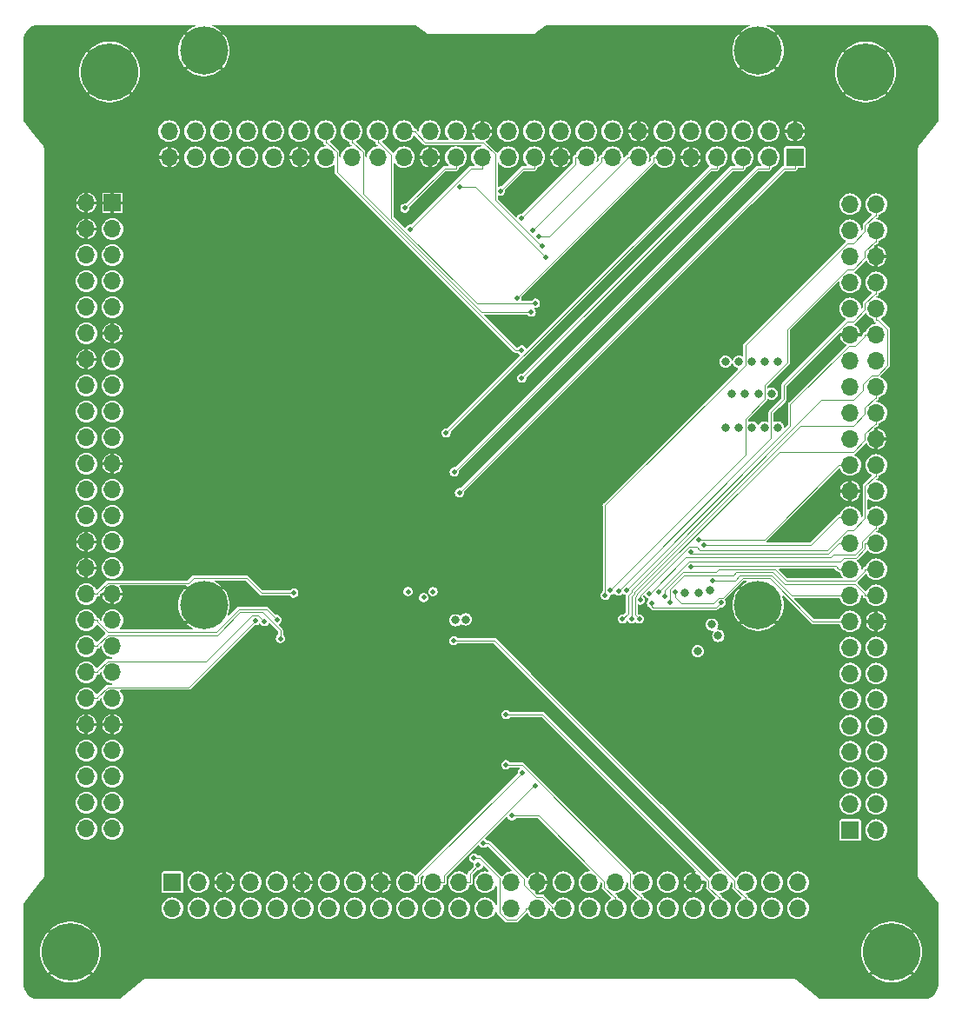
<source format=gbr>
%TF.GenerationSoftware,KiCad,Pcbnew,7.0.7*%
%TF.CreationDate,2024-02-27T20:23:58-08:00*%
%TF.ProjectId,PCBranch,50434272-616e-4636-982e-6b696361645f,rev?*%
%TF.SameCoordinates,Original*%
%TF.FileFunction,Copper,L4,Bot*%
%TF.FilePolarity,Positive*%
%FSLAX46Y46*%
G04 Gerber Fmt 4.6, Leading zero omitted, Abs format (unit mm)*
G04 Created by KiCad (PCBNEW 7.0.7) date 2024-02-27 20:23:58*
%MOMM*%
%LPD*%
G01*
G04 APERTURE LIST*
%TA.AperFunction,ComponentPad*%
%ADD10C,5.600000*%
%TD*%
%TA.AperFunction,ComponentPad*%
%ADD11C,4.700000*%
%TD*%
%TA.AperFunction,ComponentPad*%
%ADD12O,1.700000X1.700000*%
%TD*%
%TA.AperFunction,ComponentPad*%
%ADD13R,1.700000X1.700000*%
%TD*%
%TA.AperFunction,ViaPad*%
%ADD14C,0.800000*%
%TD*%
%TA.AperFunction,ViaPad*%
%ADD15C,0.500000*%
%TD*%
%TA.AperFunction,Conductor*%
%ADD16C,0.090000*%
%TD*%
G04 APERTURE END LIST*
D10*
%TO.P,H5,1,1*%
%TO.N,GND*%
X8890000Y-5080000D03*
%TD*%
%TO.P,H7,1,1*%
%TO.N,GND*%
X85090000Y-90810000D03*
%TD*%
D11*
%TO.P,H3,1,1*%
%TO.N,GND*%
X72085000Y-57000000D03*
%TD*%
D10*
%TO.P,H8,1,1*%
%TO.N,GND*%
X5080000Y-90810000D03*
%TD*%
D11*
%TO.P,H2,1,1*%
%TO.N,GND*%
X72085000Y-3000000D03*
%TD*%
%TO.P,H4,1,1*%
%TO.N,GND*%
X18085000Y-57000000D03*
%TD*%
D10*
%TO.P,H6,1,1*%
%TO.N,GND*%
X82550000Y-5080000D03*
%TD*%
D11*
%TO.P,H1,1,1*%
%TO.N,GND*%
X18085000Y-3000000D03*
%TD*%
D12*
%TO.P,J5,50,Pin_50*%
%TO.N,VSYS*%
X14700000Y-10840000D03*
%TO.P,J5,49,Pin_49*%
%TO.N,GND*%
X14700000Y-13380000D03*
%TO.P,J5,48,Pin_48*%
%TO.N,VSYS*%
X17240000Y-10840000D03*
%TO.P,J5,47,Pin_47*%
%TO.N,GPIO_AD_09*%
X17240000Y-13380000D03*
%TO.P,J5,46,Pin_46*%
%TO.N,VSYS*%
X19780000Y-10840000D03*
%TO.P,J5,45,Pin_45*%
%TO.N,GPIO_AD_08*%
X19780000Y-13380000D03*
%TO.P,J5,44,Pin_44*%
%TO.N,VSYS*%
X22320000Y-10840000D03*
%TO.P,J5,43,Pin_43*%
%TO.N,GPIO_AD_07*%
X22320000Y-13380000D03*
%TO.P,J5,42,Pin_42*%
%TO.N,VSYS*%
X24860000Y-10840000D03*
%TO.P,J5,41,Pin_41*%
%TO.N,GPIO_AD_06*%
X24860000Y-13380000D03*
%TO.P,J5,40,Pin_40*%
%TO.N,VSYS*%
X27400000Y-10840000D03*
%TO.P,J5,39,Pin_39*%
%TO.N,GND*%
X27400000Y-13380000D03*
%TO.P,J5,38,Pin_38*%
%TO.N,GPIO_EMC_B2_20*%
X29940000Y-10840000D03*
%TO.P,J5,37,Pin_37*%
%TO.N,BT_CFG_IO_EN*%
X29940000Y-13380000D03*
%TO.P,J5,36,Pin_36*%
%TO.N,GPIO_EMC_B2_19*%
X32480000Y-10840000D03*
%TO.P,J5,35,Pin_35*%
%TO.N,GPIO_AD_04*%
X32480000Y-13380000D03*
%TO.P,J5,34,Pin_34*%
%TO.N,GPIO_EMC_B2_18*%
X35020000Y-10840000D03*
%TO.P,J5,33,Pin_33*%
%TO.N,GPIO_AD_03*%
X35020000Y-13380000D03*
%TO.P,J5,32,Pin_32*%
%TO.N,GPIO_EMC_B2_17*%
X37560000Y-10840000D03*
%TO.P,J5,31,Pin_31*%
%TO.N,GPIO_AD_02*%
X37560000Y-13380000D03*
%TO.P,J5,30,Pin_30*%
%TO.N,GPIO_EMC_B2_16*%
X40100000Y-10840000D03*
%TO.P,J5,29,Pin_29*%
%TO.N,GND*%
X40100000Y-13380000D03*
%TO.P,J5,28,Pin_28*%
%TO.N,GPIO_EMC_B2_15*%
X42640000Y-10840000D03*
%TO.P,J5,27,Pin_27*%
%TO.N,GPIO_AD_01*%
X42640000Y-13380000D03*
%TO.P,J5,26,Pin_26*%
%TO.N,GND*%
X45180000Y-10840000D03*
%TO.P,J5,25,Pin_25*%
%TO.N,GPIO_AD_00*%
X45180000Y-13380000D03*
%TO.P,J5,24,Pin_24*%
%TO.N,GPIO_EMC_B2_14*%
X47720000Y-10840000D03*
%TO.P,J5,23,Pin_23*%
%TO.N,GPIO_LPSR_09*%
X47720000Y-13380000D03*
%TO.P,J5,22,Pin_22*%
%TO.N,GPIO_EMC_B2_13*%
X50260000Y-10840000D03*
%TO.P,J5,21,Pin_21*%
%TO.N,GPIO_LPSR_08*%
X50260000Y-13380000D03*
%TO.P,J5,20,Pin_20*%
%TO.N,GPIO_EMC_B2_12*%
X52800000Y-10840000D03*
%TO.P,J5,19,Pin_19*%
%TO.N,GND*%
X52800000Y-13380000D03*
%TO.P,J5,18,Pin_18*%
%TO.N,GPIO_EMC_B2_11*%
X55340000Y-10840000D03*
%TO.P,J5,17,Pin_17*%
%TO.N,GPIO_LPSR_07*%
X55340000Y-13380000D03*
%TO.P,J5,16,Pin_16*%
%TO.N,GPIO_EMC_B2_10*%
X57880000Y-10840000D03*
%TO.P,J5,15,Pin_15*%
%TO.N,GPIO_LPSR_06*%
X57880000Y-13380000D03*
%TO.P,J5,14,Pin_14*%
%TO.N,GND*%
X60420000Y-10840000D03*
%TO.P,J5,13,Pin_13*%
%TO.N,GPIO_LPSR_05*%
X60420000Y-13380000D03*
%TO.P,J5,12,Pin_12*%
%TO.N,GPIO_EMC_B2_09*%
X62960000Y-10840000D03*
%TO.P,J5,11,Pin_11*%
%TO.N,GPIO_LPSR_04*%
X62960000Y-13380000D03*
%TO.P,J5,10,Pin_10*%
%TO.N,GPIO_EMC_B2_08*%
X65500000Y-10840000D03*
%TO.P,J5,9,Pin_9*%
%TO.N,GND*%
X65500000Y-13380000D03*
%TO.P,J5,8,Pin_8*%
%TO.N,GPIO_EMC_B2_07*%
X68040000Y-10840000D03*
%TO.P,J5,7,Pin_7*%
%TO.N,GPIO_LPSR_03*%
X68040000Y-13380000D03*
%TO.P,J5,6,Pin_6*%
%TO.N,GPIO_EMC_B2_06*%
X70580000Y-10840000D03*
%TO.P,J5,5,Pin_5*%
%TO.N,GPIO_LPSR_02*%
X70580000Y-13380000D03*
%TO.P,J5,4,Pin_4*%
%TO.N,GPIO_EMC_B2_05*%
X73120000Y-10840000D03*
%TO.P,J5,3,Pin_3*%
%TO.N,GPIO_LPSR_01*%
X73120000Y-13380000D03*
%TO.P,J5,2,Pin_2*%
%TO.N,GND*%
X75660000Y-10840000D03*
D13*
%TO.P,J5,1,Pin_1*%
%TO.N,GPIO_LPSR_00*%
X75660000Y-13380000D03*
%TD*%
D12*
%TO.P,J4,50,Pin_50*%
%TO.N,GPIO_AD_23*%
X6640000Y-78800000D03*
%TO.P,J4,49,Pin_49*%
%TO.N,VDD_3V3_LP*%
X9180000Y-78800000D03*
%TO.P,J4,48,Pin_48*%
%TO.N,GPIO_AD_22*%
X6640000Y-76260000D03*
%TO.P,J4,47,Pin_47*%
%TO.N,VDD_3V3_LP*%
X9180000Y-76260000D03*
%TO.P,J4,46,Pin_46*%
%TO.N,LPUART1_RX_BOOT*%
X6640000Y-73720000D03*
%TO.P,J4,45,Pin_45*%
%TO.N,VDD_3V3_LP*%
X9180000Y-73720000D03*
%TO.P,J4,44,Pin_44*%
%TO.N,GPIO_AD_26*%
X6640000Y-71180000D03*
%TO.P,J4,43,Pin_43*%
%TO.N,VDD_3V3_LP*%
X9180000Y-71180000D03*
%TO.P,J4,42,Pin_42*%
%TO.N,GND*%
X6640000Y-68640000D03*
%TO.P,J4,41,Pin_41*%
X9180000Y-68640000D03*
%TO.P,J4,40,Pin_40*%
%TO.N,GPIO_AD_35*%
X6640000Y-66100000D03*
%TO.P,J4,39,Pin_39*%
%TO.N,GPIO_AD_27*%
X9180000Y-66100000D03*
%TO.P,J4,38,Pin_38*%
%TO.N,GPIO_AD_34*%
X6640000Y-63560000D03*
%TO.P,J4,37,Pin_37*%
%TO.N,GPIO_AD_28*%
X9180000Y-63560000D03*
%TO.P,J4,36,Pin_36*%
%TO.N,GPIO_AD_33*%
X6640000Y-61020000D03*
%TO.P,J4,35,Pin_35*%
%TO.N,GPIO_AD_29*%
X9180000Y-61020000D03*
%TO.P,J4,34,Pin_34*%
%TO.N,GPIO_AD_32*%
X6640000Y-58480000D03*
%TO.P,J4,33,Pin_33*%
%TO.N,GPIO_AD_30*%
X9180000Y-58480000D03*
%TO.P,J4,32,Pin_32*%
%TO.N,GPIO_AD_31*%
X6640000Y-55940000D03*
%TO.P,J4,31,Pin_31*%
%TO.N,GND*%
X9180000Y-55940000D03*
%TO.P,J4,30,Pin_30*%
X6640000Y-53400000D03*
%TO.P,J4,29,Pin_29*%
%TO.N,GPIO_AD_21*%
X9180000Y-53400000D03*
%TO.P,J4,28,Pin_28*%
%TO.N,GND*%
X6640000Y-50860000D03*
%TO.P,J4,27,Pin_27*%
%TO.N,GPIO_AD_20*%
X9180000Y-50860000D03*
%TO.P,J4,26,Pin_26*%
%TO.N,VSYS*%
X6640000Y-48320000D03*
%TO.P,J4,25,Pin_25*%
%TO.N,GPIO_AD_19*%
X9180000Y-48320000D03*
%TO.P,J4,24,Pin_24*%
%TO.N,VSYS*%
X6640000Y-45780000D03*
%TO.P,J4,23,Pin_23*%
%TO.N,GPIO_AD_18*%
X9180000Y-45780000D03*
%TO.P,J4,22,Pin_22*%
%TO.N,VSYS*%
X6640000Y-43240000D03*
%TO.P,J4,21,Pin_21*%
%TO.N,GND*%
X9180000Y-43240000D03*
%TO.P,J4,20,Pin_20*%
%TO.N,VSYS*%
X6640000Y-40700000D03*
%TO.P,J4,19,Pin_19*%
%TO.N,GPIO_AD_17*%
X9180000Y-40700000D03*
%TO.P,J4,18,Pin_18*%
%TO.N,VSYS*%
X6640000Y-38160000D03*
%TO.P,J4,17,Pin_17*%
%TO.N,GPIO_AD_16*%
X9180000Y-38160000D03*
%TO.P,J4,16,Pin_16*%
%TO.N,VSYS*%
X6640000Y-35620000D03*
%TO.P,J4,15,Pin_15*%
%TO.N,GPIO_AD_15*%
X9180000Y-35620000D03*
%TO.P,J4,14,Pin_14*%
%TO.N,GND*%
X6640000Y-33080000D03*
%TO.P,J4,13,Pin_13*%
%TO.N,GPIO_AD_14*%
X9180000Y-33080000D03*
%TO.P,J4,12,Pin_12*%
%TO.N,VSYS*%
X6640000Y-30540000D03*
%TO.P,J4,11,Pin_11*%
%TO.N,GND*%
X9180000Y-30540000D03*
%TO.P,J4,10,Pin_10*%
%TO.N,VSYS*%
X6640000Y-28000000D03*
%TO.P,J4,9,Pin_9*%
%TO.N,GPIO_AD_13*%
X9180000Y-28000000D03*
%TO.P,J4,8,Pin_8*%
%TO.N,VSYS*%
X6640000Y-25460000D03*
%TO.P,J4,7,Pin_7*%
%TO.N,GPIO_AD_12*%
X9180000Y-25460000D03*
%TO.P,J4,6,Pin_6*%
%TO.N,VSYS*%
X6640000Y-22920000D03*
%TO.P,J4,5,Pin_5*%
%TO.N,GPIO_AD_11*%
X9180000Y-22920000D03*
%TO.P,J4,4,Pin_4*%
%TO.N,GND*%
X6640000Y-20380000D03*
%TO.P,J4,3,Pin_3*%
%TO.N,GPIO_AD_10*%
X9180000Y-20380000D03*
%TO.P,J4,2,Pin_2*%
%TO.N,GND*%
X6640000Y-17840000D03*
D13*
%TO.P,J4,1,Pin_1*%
X9180000Y-17840000D03*
%TD*%
D12*
%TO.P,J6,50,Pin_50*%
%TO.N,GPIO_DISP_B2_01*%
X83600000Y-17960000D03*
%TO.P,J6,49,Pin_49*%
%TO.N,GPIO_EMC_B2_04*%
X81060000Y-17960000D03*
%TO.P,J6,48,Pin_48*%
%TO.N,GPIO_DISP_B2_00*%
X83600000Y-20500000D03*
%TO.P,J6,47,Pin_47*%
%TO.N,GPIO_EMC_B2_03*%
X81060000Y-20500000D03*
%TO.P,J6,46,Pin_46*%
%TO.N,GND*%
X83600000Y-23040000D03*
%TO.P,J6,45,Pin_45*%
%TO.N,GPIO_EMC_B2_02*%
X81060000Y-23040000D03*
%TO.P,J6,44,Pin_44*%
%TO.N,GPIO_DISP_B1_11*%
X83600000Y-25580000D03*
%TO.P,J6,43,Pin_43*%
%TO.N,GPIO_EMC_B2_01*%
X81060000Y-25580000D03*
%TO.P,J6,42,Pin_42*%
%TO.N,GPIO_DISP_B1_10*%
X83600000Y-28120000D03*
%TO.P,J6,41,Pin_41*%
%TO.N,GPIO_EMC_B2_00*%
X81060000Y-28120000D03*
%TO.P,J6,40,Pin_40*%
%TO.N,GPIO_DISP_B1_09*%
X83600000Y-30660000D03*
%TO.P,J6,39,Pin_39*%
%TO.N,GND*%
X81060000Y-30660000D03*
%TO.P,J6,38,Pin_38*%
%TO.N,GPIO_DISP_B1_08*%
X83600000Y-33200000D03*
%TO.P,J6,37,Pin_37*%
%TO.N,GPIO_SNVS_09*%
X81060000Y-33200000D03*
%TO.P,J6,36,Pin_36*%
%TO.N,GPIO_DISP_B1_07*%
X83600000Y-35740000D03*
%TO.P,J6,35,Pin_35*%
%TO.N,GPIO_SNVS_08*%
X81060000Y-35740000D03*
%TO.P,J6,34,Pin_34*%
%TO.N,GPIO_DISP_B1_06*%
X83600000Y-38280000D03*
%TO.P,J6,33,Pin_33*%
%TO.N,GPIO_SNVS_07*%
X81060000Y-38280000D03*
%TO.P,J6,32,Pin_32*%
%TO.N,GND*%
X83600000Y-40820000D03*
%TO.P,J6,31,Pin_31*%
%TO.N,GPIO_SNVS_06*%
X81060000Y-40820000D03*
%TO.P,J6,30,Pin_30*%
%TO.N,GPIO_DISP_B1_05*%
X83600000Y-43360000D03*
%TO.P,J6,29,Pin_29*%
%TO.N,GPIO_SNVS_05*%
X81060000Y-43360000D03*
%TO.P,J6,28,Pin_28*%
%TO.N,GPIO_DISP_B1_04*%
X83600000Y-45900000D03*
%TO.P,J6,27,Pin_27*%
%TO.N,GND*%
X81060000Y-45900000D03*
%TO.P,J6,26,Pin_26*%
%TO.N,GPIO_DISP_B1_03*%
X83600000Y-48440000D03*
%TO.P,J6,25,Pin_25*%
%TO.N,GPIO_SNVS_04*%
X81060000Y-48440000D03*
%TO.P,J6,24,Pin_24*%
%TO.N,GPIO_DISP_B1_02*%
X83600000Y-50980000D03*
%TO.P,J6,23,Pin_23*%
%TO.N,GPIO_SNVS_03*%
X81060000Y-50980000D03*
%TO.P,J6,22,Pin_22*%
%TO.N,GPIO_DISP_B1_01*%
X83600000Y-53520000D03*
%TO.P,J6,21,Pin_21*%
%TO.N,GPIO_SNVS_02*%
X81060000Y-53520000D03*
%TO.P,J6,20,Pin_20*%
%TO.N,GPIO_DISP_B1_00*%
X83600000Y-56060000D03*
%TO.P,J6,19,Pin_19*%
%TO.N,GPIO_SNVS_01*%
X81060000Y-56060000D03*
%TO.P,J6,18,Pin_18*%
%TO.N,GND*%
X83600000Y-58600000D03*
%TO.P,J6,17,Pin_17*%
%TO.N,GPIO_SNVS_00*%
X81060000Y-58600000D03*
%TO.P,J6,16,Pin_16*%
%TO.N,VDD_3V3*%
X83600000Y-61140000D03*
%TO.P,J6,15,Pin_15*%
X81060000Y-61140000D03*
%TO.P,J6,14,Pin_14*%
X83600000Y-63680000D03*
%TO.P,J6,13,Pin_13*%
X81060000Y-63680000D03*
%TO.P,J6,12,Pin_12*%
X83600000Y-66220000D03*
%TO.P,J6,11,Pin_11*%
X81060000Y-66220000D03*
%TO.P,J6,10,Pin_10*%
X83600000Y-68760000D03*
%TO.P,J6,9,Pin_9*%
X81060000Y-68760000D03*
%TO.P,J6,8,Pin_8*%
%TO.N,VDD_1V8*%
X83600000Y-71300000D03*
%TO.P,J6,7,Pin_7*%
X81060000Y-71300000D03*
%TO.P,J6,6,Pin_6*%
X83600000Y-73840000D03*
%TO.P,J6,5,Pin_5*%
X81060000Y-73840000D03*
%TO.P,J6,4,Pin_4*%
X83600000Y-76380000D03*
%TO.P,J6,3,Pin_3*%
X81060000Y-76380000D03*
%TO.P,J6,2,Pin_2*%
X83600000Y-78920000D03*
D13*
%TO.P,J6,1,Pin_1*%
X81060000Y-78920000D03*
%TD*%
D12*
%TO.P,J7,50,Pin_50*%
%TO.N,Net-(J7-Pin_2)*%
X75980000Y-86540000D03*
%TO.P,J7,49,Pin_49*%
%TO.N,GPIO_DISP_B2_02*%
X75980000Y-84000000D03*
%TO.P,J7,48,Pin_48*%
%TO.N,Net-(J7-Pin_2)*%
X73440000Y-86540000D03*
%TO.P,J7,47,Pin_47*%
%TO.N,GPIO_DISP_B2_03*%
X73440000Y-84000000D03*
%TO.P,J7,46,Pin_46*%
%TO.N,ONOFF*%
X70900000Y-86540000D03*
%TO.P,J7,45,Pin_45*%
%TO.N,GPIO_DISP_B2_04*%
X70900000Y-84000000D03*
%TO.P,J7,44,Pin_44*%
%TO.N,PMIC_STBY_REQ*%
X68360000Y-86540000D03*
%TO.P,J7,43,Pin_43*%
%TO.N,GPIO_DISP_B2_05*%
X68360000Y-84000000D03*
%TO.P,J7,42,Pin_42*%
%TO.N,WAKEUP*%
X65820000Y-86540000D03*
%TO.P,J7,41,Pin_41*%
%TO.N,GND*%
X65820000Y-84000000D03*
%TO.P,J7,40,Pin_40*%
%TO.N,PMIC_ON_REQ*%
X63280000Y-86540000D03*
%TO.P,J7,39,Pin_39*%
%TO.N,GPIO_DISP_B2_06*%
X63280000Y-84000000D03*
%TO.P,J7,38,Pin_38*%
%TO.N,DAC_OUT*%
X60740000Y-86540000D03*
%TO.P,J7,37,Pin_37*%
%TO.N,GPIO_DISP_B2_07*%
X60740000Y-84000000D03*
%TO.P,J7,36,Pin_36*%
%TO.N,EN_ADCS*%
X58200000Y-86540000D03*
%TO.P,J7,35,Pin_35*%
%TO.N,GPIO_DISP_B2_08*%
X58200000Y-84000000D03*
%TO.P,J7,34,Pin_34*%
%TO.N,Net-(J7-Pin_2)*%
X55660000Y-86540000D03*
%TO.P,J7,33,Pin_33*%
%TO.N,GPIO_DISP_B2_09*%
X55660000Y-84000000D03*
%TO.P,J7,32,Pin_32*%
%TO.N,GPIO_SD_B1_00*%
X53120000Y-86540000D03*
%TO.P,J7,31,Pin_31*%
%TO.N,GPIO_DISP_B2_10*%
X53120000Y-84000000D03*
%TO.P,J7,30,Pin_30*%
%TO.N,GPIO_SD_B1_01*%
X50580000Y-86540000D03*
%TO.P,J7,29,Pin_29*%
%TO.N,GND*%
X50580000Y-84000000D03*
%TO.P,J7,28,Pin_28*%
%TO.N,GPIO_SD_B1_03*%
X48040000Y-86540000D03*
%TO.P,J7,27,Pin_27*%
%TO.N,GPIO_DISP_B2_11*%
X48040000Y-84000000D03*
%TO.P,J7,26,Pin_26*%
%TO.N,GPIO_SD_B1_04*%
X45500000Y-86540000D03*
%TO.P,J7,25,Pin_25*%
%TO.N,GPIO_DISP_B2_12*%
X45500000Y-84000000D03*
%TO.P,J7,24,Pin_24*%
%TO.N,GPIO_SD_B1_05*%
X42960000Y-86540000D03*
%TO.P,J7,23,Pin_23*%
%TO.N,GPIO_DISP_B2_13*%
X42960000Y-84000000D03*
%TO.P,J7,22,Pin_22*%
%TO.N,Net-(J7-Pin_2)*%
X40420000Y-86540000D03*
%TO.P,J7,21,Pin_21*%
%TO.N,GPIO_DISP_B2_14*%
X40420000Y-84000000D03*
%TO.P,J7,20,Pin_20*%
%TO.N,USDHC2_DATA3*%
X37880000Y-86540000D03*
%TO.P,J7,19,Pin_19*%
%TO.N,GPIO_DISP_B2_15*%
X37880000Y-84000000D03*
%TO.P,J7,18,Pin_18*%
%TO.N,USDHC2_DATA2*%
X35340000Y-86540000D03*
%TO.P,J7,17,Pin_17*%
%TO.N,GND*%
X35340000Y-84000000D03*
%TO.P,J7,16,Pin_16*%
%TO.N,USDHC2_DATA1*%
X32800000Y-86540000D03*
%TO.P,J7,15,Pin_15*%
%TO.N,unconnected-(J7-Pin_15-Pad15)*%
X32800000Y-84000000D03*
%TO.P,J7,14,Pin_14*%
%TO.N,USDHC2_DATA0*%
X30260000Y-86540000D03*
%TO.P,J7,13,Pin_13*%
%TO.N,unconnected-(J7-Pin_13-Pad13)*%
X30260000Y-84000000D03*
%TO.P,J7,12,Pin_12*%
%TO.N,USDHC2_CLK*%
X27720000Y-86540000D03*
%TO.P,J7,11,Pin_11*%
%TO.N,GND*%
X27720000Y-84000000D03*
%TO.P,J7,10,Pin_10*%
%TO.N,USDHC2_CMD*%
X25180000Y-86540000D03*
%TO.P,J7,9,Pin_9*%
%TO.N,unconnected-(J7-Pin_9-Pad9)*%
X25180000Y-84000000D03*
%TO.P,J7,8,Pin_8*%
%TO.N,Net-(J7-Pin_2)*%
X22640000Y-86540000D03*
%TO.P,J7,7,Pin_7*%
%TO.N,unconnected-(J7-Pin_7-Pad7)*%
X22640000Y-84000000D03*
%TO.P,J7,6,Pin_6*%
%TO.N,GPIO_EMC_B1_40*%
X20100000Y-86540000D03*
%TO.P,J7,5,Pin_5*%
%TO.N,GND*%
X20100000Y-84000000D03*
%TO.P,J7,4,Pin_4*%
%TO.N,GPIO_EMC_B1_41*%
X17560000Y-86540000D03*
%TO.P,J7,3,Pin_3*%
%TO.N,unconnected-(J7-Pin_3-Pad3)*%
X17560000Y-84000000D03*
%TO.P,J7,2,Pin_2*%
%TO.N,Net-(J7-Pin_2)*%
X15020000Y-86540000D03*
D13*
%TO.P,J7,1,Pin_1*%
%TO.N,unconnected-(J7-Pin_1-Pad1)*%
X15020000Y-84000000D03*
%TD*%
D14*
%TO.N,GND*%
X5250000Y-12650000D03*
X76350000Y-53900000D03*
X62300000Y-65850000D03*
X67350000Y-71450000D03*
X84000000Y-84450000D03*
X72300000Y-91050000D03*
X66050000Y-91050000D03*
X56600000Y-91050000D03*
X49550000Y-91050000D03*
X44100000Y-91100000D03*
X12950000Y-90550000D03*
X17100000Y-90550000D03*
X23750000Y-90550000D03*
X32150000Y-90450000D03*
X32700000Y-74700000D03*
X38050000Y-81300000D03*
X27450000Y-74500000D03*
X24000000Y-78500000D03*
X15100000Y-80600000D03*
X9400000Y-84150000D03*
X23050000Y-7800000D03*
X9650000Y-11400000D03*
X81550000Y-11850000D03*
X65950000Y-6800000D03*
X61050000Y-6800000D03*
X53350000Y-6800000D03*
X47400000Y-6800000D03*
X41650000Y-6800000D03*
X34150000Y-6800000D03*
X27400000Y-6300000D03*
X28300000Y-32700000D03*
X26300000Y-29800000D03*
X23050000Y-26700000D03*
X19700000Y-22900000D03*
X17000000Y-20000000D03*
D15*
%TO.N,GPIO_DISP_B1_04*%
X61700000Y-56800000D03*
D14*
%TO.N,VSYS*%
X72100000Y-36400000D03*
X68900000Y-33300000D03*
X68900000Y-39700000D03*
X74000000Y-33300000D03*
X70800000Y-36400000D03*
X69500000Y-36400000D03*
X70200000Y-33300000D03*
X72700000Y-39700000D03*
X73400000Y-36400000D03*
X72700000Y-33300000D03*
X74000000Y-39700000D03*
X71500000Y-33300000D03*
X71500000Y-39700000D03*
X70200000Y-39700000D03*
D15*
%TO.N,GPIO_LPSR_00*%
X42990400Y-46048000D03*
D14*
%TO.N,VDD_3V3*%
X67400000Y-55600000D03*
X66300000Y-55800000D03*
X43600000Y-58400000D03*
X68200000Y-60000000D03*
X42621581Y-58478419D03*
X67600000Y-58900000D03*
D15*
%TO.N,GPIO_LPSR_01*%
X42485000Y-44015000D03*
%TO.N,GPIO_LPSR_02*%
X49061300Y-34898700D03*
%TO.N,ONOFF*%
X42435600Y-60471600D03*
%TO.N,GPIO_LPSR_03*%
X41685000Y-40233000D03*
%TO.N,PMIC_STBY_REQ*%
X47528800Y-67655100D03*
%TO.N,WAKEUP*%
X40403800Y-55690400D03*
%TO.N,GPIO_LPSR_04*%
X48584800Y-27098100D03*
%TO.N,PMIC_ON_REQ*%
X39510000Y-56278300D03*
%TO.N,GPIO_LPSR_05*%
X50700400Y-21078000D03*
%TO.N,DAC_OUT*%
X47502700Y-72556900D03*
%TO.N,GPIO_LPSR_06*%
X50126100Y-20503700D03*
%TO.N,EN_ADCS*%
X48072100Y-77526700D03*
%TO.N,GPIO_LPSR_07*%
X48990300Y-19358100D03*
%TO.N,GPIO_SD_B1_00*%
X45322300Y-80210700D03*
%TO.N,GPIO_LPSR_08*%
X46958300Y-16681700D03*
%TO.N,GPIO_SD_B1_01*%
X44399400Y-81654300D03*
%TO.N,GPIO_SD_B1_03*%
X37980900Y-55688800D03*
%TO.N,GPIO_AD_00*%
X38171000Y-20389000D03*
%TO.N,GPIO_AD_01*%
X37673200Y-18346900D03*
%TO.N,GPIO_AD_31*%
X26848800Y-55834700D03*
%TO.N,GPIO_AD_32*%
X25222700Y-58423000D03*
%TO.N,GPIO_AD_33*%
X25546300Y-60263400D03*
%TO.N,GPIO_AD_34*%
X23994600Y-58607800D03*
%TO.N,GPIO_AD_35*%
X23149200Y-58491600D03*
D14*
%TO.N,VDD_1V8*%
X64900000Y-55800000D03*
X66200000Y-61500000D03*
D15*
%TO.N,GPIO_SNVS_00*%
X63999665Y-55699665D03*
%TO.N,GPIO_SNVS_01*%
X67637500Y-54598600D03*
%TO.N,GPIO_DISP_B1_00*%
X63491700Y-56736400D03*
%TO.N,GPIO_SNVS_02*%
X65550500Y-53302800D03*
%TO.N,GPIO_DISP_B1_01*%
X62983300Y-56150200D03*
%TO.N,GPIO_SNVS_03*%
X65506900Y-51867500D03*
%TO.N,GPIO_DISP_B1_02*%
X62367700Y-55762800D03*
%TO.N,GPIO_SNVS_04*%
X66801800Y-51151800D03*
%TO.N,GPIO_DISP_B1_03*%
X61500000Y-55900000D03*
%TO.N,GPIO_DISP_B1_04*%
X68479800Y-56779800D03*
%TO.N,GPIO_SNVS_05*%
X66327400Y-50620300D03*
%TO.N,GPIO_DISP_B1_05*%
X60584500Y-56511855D03*
%TO.N,GPIO_DISP_B1_06*%
X60504900Y-58351800D03*
%TO.N,GPIO_DISP_B1_07*%
X59797500Y-58348200D03*
%TO.N,GPIO_DISP_B1_09*%
X59241400Y-55562700D03*
%TO.N,GPIO_DISP_B1_10*%
X58885000Y-58352000D03*
%TO.N,GPIO_DISP_B1_11*%
X58485000Y-55616500D03*
%TO.N,GPIO_DISP_B2_00*%
X57685000Y-55559200D03*
%TO.N,GPIO_DISP_B2_01*%
X57185900Y-56052800D03*
%TO.N,GPIO_DISP_B2_13*%
X44830200Y-82352000D03*
%TO.N,GPIO_EMC_B2_16*%
X51383500Y-23133200D03*
X42992500Y-16272700D03*
%TO.N,GPIO_DISP_B2_14*%
X50408100Y-74633800D03*
%TO.N,GPIO_EMC_B2_17*%
X51026400Y-22066700D03*
%TO.N,GPIO_DISP_B2_15*%
X49105500Y-73314700D03*
%TO.N,GPIO_EMC_B2_18*%
X50385100Y-27602700D03*
%TO.N,GPIO_EMC_B2_19*%
X49979700Y-28469700D03*
%TO.N,GPIO_EMC_B2_20*%
X49047400Y-32161800D03*
%TO.N,GND*%
X22800000Y-54200000D03*
X24700000Y-53500000D03*
D14*
X50500000Y-56400000D03*
X48100000Y-58800000D03*
X48100000Y-55600000D03*
X49300000Y-58800000D03*
%TD*%
D16*
%TO.N,GPIO_DISP_B1_03*%
X65063200Y-52364500D02*
X79164300Y-52364500D01*
X61527700Y-55900000D02*
X65063200Y-52364500D01*
X82199900Y-50799900D02*
X83462900Y-49536900D01*
X79164300Y-52364500D02*
X79424200Y-52104600D01*
X79424200Y-52104600D02*
X81515700Y-52104600D01*
X61500000Y-55900000D02*
X61527700Y-55900000D01*
X81515700Y-52104600D02*
X82199900Y-51420400D01*
X82199900Y-51420400D02*
X82199900Y-50799900D01*
X83462900Y-49536900D02*
X83600000Y-49536900D01*
X83600000Y-49536900D02*
X83600000Y-48440000D01*
%TO.N,GPIO_DISP_B1_05*%
X60584500Y-56511855D02*
X60584500Y-56150002D01*
X80738200Y-49710000D02*
X81362800Y-49710000D01*
X60584500Y-56150002D02*
X60606400Y-56128102D01*
X60606400Y-56063800D02*
X65353000Y-51317200D01*
X82503100Y-48569700D02*
X82503100Y-45416600D01*
X78798500Y-51649700D02*
X80738200Y-49710000D01*
X60606400Y-56128102D02*
X60606400Y-56063800D01*
X65353000Y-51317200D02*
X66088700Y-51317200D01*
X66088700Y-51317200D02*
X66421200Y-51649700D01*
X66421200Y-51649700D02*
X78798500Y-51649700D01*
X81362800Y-49710000D02*
X82503100Y-48569700D01*
X82503100Y-45416600D02*
X83462800Y-44456900D01*
X83462800Y-44456900D02*
X83600000Y-44456900D01*
X83600000Y-44456900D02*
X83600000Y-43360000D01*
%TO.N,GPIO_DISP_B1_06*%
X83600000Y-38280000D02*
X83600000Y-39376900D01*
X83600000Y-39376900D02*
X83462800Y-39376900D01*
X81362800Y-42090000D02*
X74149500Y-42090000D01*
X83462800Y-39376900D02*
X82503100Y-40336600D01*
X82503100Y-40336600D02*
X82503100Y-40949700D01*
X82503100Y-40949700D02*
X81362800Y-42090000D01*
X60316400Y-56007980D02*
X60090000Y-56234380D01*
X74149500Y-42090000D02*
X60316400Y-55923100D01*
X60316400Y-55923100D02*
X60316400Y-56007980D01*
X60090000Y-56234380D02*
X60090000Y-57936900D01*
X60090000Y-57936900D02*
X60504900Y-58351800D01*
%TO.N,GPIO_DISP_B1_07*%
X59800000Y-58345700D02*
X59800000Y-56114258D01*
X81342200Y-39550000D02*
X82503100Y-38389100D01*
X59800000Y-56114258D02*
X60026400Y-55887858D01*
X60026400Y-55887858D02*
X60026400Y-55755200D01*
X60026400Y-55755200D02*
X76231600Y-39550000D01*
X59797500Y-58348200D02*
X59800000Y-58345700D01*
X76231600Y-39550000D02*
X81342200Y-39550000D01*
X82503100Y-37796600D02*
X83462800Y-36836900D01*
X82503100Y-38389100D02*
X82503100Y-37796600D01*
X83462800Y-36836900D02*
X83600000Y-36836900D01*
X83600000Y-36836900D02*
X83600000Y-35740000D01*
%TO.N,GPIO_DISP_B1_10*%
X58885000Y-58352000D02*
X59400000Y-57837000D01*
X59400000Y-56104136D02*
X59736400Y-55767736D01*
X84708200Y-30188000D02*
X83737100Y-29216900D01*
X78246300Y-37010000D02*
X81378000Y-37010000D01*
X81378000Y-37010000D02*
X82330000Y-36058000D01*
X59736400Y-55767736D02*
X59736400Y-55519900D01*
X82330000Y-35453400D02*
X83168300Y-34615100D01*
X83741000Y-34615100D02*
X84708200Y-33647900D01*
X59400000Y-57837000D02*
X59400000Y-56104136D01*
X83168300Y-34615100D02*
X83741000Y-34615100D01*
X59736400Y-55519900D02*
X78246300Y-37010000D01*
X83600000Y-29216900D02*
X83600000Y-28120000D01*
X82330000Y-36058000D02*
X82330000Y-35453400D01*
X84708200Y-33647900D02*
X84708200Y-30188000D01*
X83737100Y-29216900D02*
X83600000Y-29216900D01*
%TO.N,GPIO_DISP_B1_04*%
X61831400Y-57231400D02*
X61700000Y-57100000D01*
X61700000Y-57100000D02*
X61700000Y-56800000D01*
%TO.N,GPIO_DISP_B1_01*%
X73717100Y-53520000D02*
X68256500Y-53520000D01*
%TO.N,GPIO_DISP_B1_00*%
X73489400Y-53811900D02*
X69951100Y-53811900D01*
%TO.N,GPIO_LPSR_00*%
X74561500Y-14476900D02*
X42990400Y-46048000D01*
X75660000Y-14476900D02*
X74561500Y-14476900D01*
X75660000Y-13380000D02*
X75660000Y-14476900D01*
%TO.N,GPIO_LPSR_01*%
X72023100Y-14476900D02*
X73120000Y-14476900D01*
X73120000Y-14476900D02*
X73120000Y-13380000D01*
X42485000Y-44015000D02*
X72023100Y-14476900D01*
%TO.N,GPIO_LPSR_02*%
X70580000Y-13380000D02*
X70580000Y-14476900D01*
X69483100Y-14476900D02*
X49061300Y-34898700D01*
X70580000Y-14476900D02*
X69483100Y-14476900D01*
%TO.N,ONOFF*%
X70900000Y-85443100D02*
X70762800Y-85443100D01*
X70900000Y-86540000D02*
X70900000Y-85443100D01*
X70762800Y-85443100D02*
X69803100Y-84483400D01*
X69803100Y-84483400D02*
X69803100Y-83840100D01*
X46434600Y-60471600D02*
X42435600Y-60471600D01*
X69803100Y-83840100D02*
X46434600Y-60471600D01*
%TO.N,GPIO_LPSR_03*%
X68040000Y-14476900D02*
X67441100Y-14476900D01*
X67441100Y-14476900D02*
X41685000Y-40233000D01*
X68040000Y-13380000D02*
X68040000Y-14476900D01*
%TO.N,PMIC_STBY_REQ*%
X67263100Y-83825300D02*
X51092900Y-67655100D01*
X68360000Y-86540000D02*
X68360000Y-85443100D01*
X67263100Y-84483400D02*
X67263100Y-83825300D01*
X68222800Y-85443100D02*
X67263100Y-84483400D01*
X51092900Y-67655100D02*
X47528800Y-67655100D01*
X68360000Y-85443100D02*
X68222800Y-85443100D01*
%TO.N,GPIO_LPSR_04*%
X62960000Y-13380000D02*
X61863100Y-13380000D01*
X61863100Y-13819800D02*
X48584800Y-27098100D01*
X61863100Y-13380000D02*
X61863100Y-13819800D01*
%TO.N,GPIO_LPSR_05*%
X59323100Y-13380000D02*
X59323100Y-13517100D01*
X60420000Y-13380000D02*
X59323100Y-13380000D01*
X59323100Y-13517100D02*
X51762200Y-21078000D01*
X51762200Y-21078000D02*
X50700400Y-21078000D01*
%TO.N,DAC_OUT*%
X60602800Y-85443100D02*
X59643100Y-84483400D01*
X60740000Y-85443100D02*
X60602800Y-85443100D01*
X60740000Y-86540000D02*
X60740000Y-85443100D01*
X49067200Y-72556900D02*
X47502700Y-72556900D01*
X59643100Y-83132800D02*
X49067200Y-72556900D01*
X59643100Y-84483400D02*
X59643100Y-83132800D01*
%TO.N,GPIO_LPSR_06*%
X56783100Y-13846700D02*
X50126100Y-20503700D01*
X56783100Y-13380000D02*
X56783100Y-13846700D01*
X57880000Y-13380000D02*
X56783100Y-13380000D01*
%TO.N,EN_ADCS*%
X58062800Y-85443100D02*
X57103100Y-84483400D01*
X57103100Y-83890800D02*
X50739000Y-77526700D01*
X58200000Y-86540000D02*
X58200000Y-85443100D01*
X58200000Y-85443100D02*
X58062800Y-85443100D01*
X50739000Y-77526700D02*
X48072100Y-77526700D01*
X57103100Y-84483400D02*
X57103100Y-83890800D01*
%TO.N,GPIO_LPSR_07*%
X54243100Y-13380000D02*
X54243100Y-14105300D01*
X54243100Y-14105300D02*
X48990300Y-19358100D01*
X55340000Y-13380000D02*
X54243100Y-13380000D01*
%TO.N,GPIO_SD_B1_00*%
X52023100Y-86402800D02*
X51063400Y-85443100D01*
X53120000Y-86540000D02*
X52023100Y-86540000D01*
X52023100Y-86540000D02*
X52023100Y-86402800D01*
X51063400Y-85443100D02*
X50450300Y-85443100D01*
X49310000Y-84302800D02*
X49310000Y-83686400D01*
X45834300Y-80210700D02*
X45322300Y-80210700D01*
X50450300Y-85443100D02*
X49310000Y-84302800D01*
X49310000Y-83686400D02*
X45834300Y-80210700D01*
%TO.N,GPIO_LPSR_08*%
X50260000Y-14476900D02*
X49163100Y-14476900D01*
X49163100Y-14476900D02*
X46958300Y-16681700D01*
X50260000Y-13380000D02*
X50260000Y-14476900D01*
%TO.N,GPIO_SD_B1_01*%
X46872800Y-83576300D02*
X44950800Y-81654300D01*
X50580000Y-86540000D02*
X49483100Y-86540000D01*
X47612200Y-87680200D02*
X46872800Y-86940800D01*
X46872800Y-86940800D02*
X46872800Y-83576300D01*
X49483100Y-86540000D02*
X49483100Y-86677100D01*
X49483100Y-86677100D02*
X48480000Y-87680200D01*
X48480000Y-87680200D02*
X47612200Y-87680200D01*
X44950800Y-81654300D02*
X44399400Y-81654300D01*
%TO.N,GPIO_AD_00*%
X45180000Y-13380000D02*
X45180000Y-14476900D01*
X44083100Y-14476900D02*
X38171000Y-20389000D01*
X45180000Y-14476900D02*
X44083100Y-14476900D01*
%TO.N,GPIO_AD_01*%
X42640000Y-13380000D02*
X42640000Y-14476900D01*
X42640000Y-14476900D02*
X41543200Y-14476900D01*
X41543200Y-14476900D02*
X37673200Y-18346900D01*
%TO.N,GPIO_AD_31*%
X23732000Y-55834700D02*
X26848800Y-55834700D01*
X7736900Y-55940000D02*
X7736900Y-55802800D01*
X16569300Y-54843100D02*
X17067300Y-54345100D01*
X6640000Y-55940000D02*
X7736900Y-55940000D01*
X7736900Y-55802800D02*
X8696600Y-54843100D01*
X8696600Y-54843100D02*
X16569300Y-54843100D01*
X22242400Y-54345100D02*
X23732000Y-55834700D01*
X17067300Y-54345100D02*
X22242400Y-54345100D01*
%TO.N,GPIO_AD_32*%
X21495400Y-57410800D02*
X24210500Y-57410800D01*
X8733800Y-59614000D02*
X19292200Y-59614000D01*
X6640000Y-58480000D02*
X7736900Y-58480000D01*
X24210500Y-57410800D02*
X25222700Y-58423000D01*
X19292200Y-59614000D02*
X21495400Y-57410800D01*
X7736900Y-58480000D02*
X7736900Y-58617100D01*
X7736900Y-58617100D02*
X8733800Y-59614000D01*
%TO.N,GPIO_AD_33*%
X23799900Y-57702800D02*
X25546200Y-59449100D01*
X8696600Y-59923100D02*
X19395900Y-59923100D01*
X25546300Y-59449100D02*
X25546300Y-60263400D01*
X19395900Y-59923100D02*
X21616300Y-57702700D01*
X21616300Y-57702700D02*
X23799900Y-57702700D01*
X6640000Y-61020000D02*
X7736900Y-61020000D01*
X7736900Y-61020000D02*
X7736900Y-60882800D01*
X7736900Y-60882800D02*
X8696600Y-59923100D01*
X25546200Y-59449100D02*
X25546300Y-59449100D01*
X23799900Y-57702700D02*
X23799900Y-57702800D01*
%TO.N,GPIO_AD_34*%
X7736900Y-63560000D02*
X7736900Y-63422800D01*
X8696600Y-62463100D02*
X18327600Y-62463100D01*
X6640000Y-63560000D02*
X7736900Y-63560000D01*
X18327600Y-62463100D02*
X22796100Y-57994600D01*
X23381400Y-57994600D02*
X23994600Y-58607800D01*
X22796100Y-57994600D02*
X23381400Y-57994600D01*
X7736900Y-63422800D02*
X8696600Y-62463100D01*
%TO.N,GPIO_AD_35*%
X16637700Y-65003100D02*
X23149200Y-58491600D01*
X6640000Y-66100000D02*
X7736900Y-66100000D01*
X7736900Y-65962800D02*
X8696600Y-65003100D01*
X8696600Y-65003100D02*
X16637700Y-65003100D01*
X7736900Y-66100000D02*
X7736900Y-65962800D01*
%TO.N,GPIO_SNVS_00*%
X67759564Y-56800000D02*
X68274764Y-56284800D01*
X77414000Y-58600000D02*
X81060000Y-58600000D01*
X73209700Y-54395700D02*
X77414000Y-58600000D01*
X63999665Y-56199665D02*
X64600000Y-56800000D01*
X68274764Y-56284800D02*
X68686900Y-56284800D01*
X68686900Y-56284800D02*
X70576000Y-54395700D01*
X70576000Y-54395700D02*
X73209700Y-54395700D01*
X64600000Y-56800000D02*
X67759564Y-56800000D01*
X63999665Y-55699665D02*
X63999665Y-56199665D01*
%TO.N,GPIO_SNVS_01*%
X81060000Y-56060000D02*
X75324700Y-56060000D01*
X75324700Y-56060000D02*
X73368500Y-54103800D01*
X69815100Y-54598600D02*
X67637500Y-54598600D01*
X70309900Y-54103800D02*
X69815100Y-54598600D01*
X73368500Y-54103800D02*
X70309900Y-54103800D01*
%TO.N,GPIO_DISP_B1_00*%
X82503100Y-56060000D02*
X82503100Y-55922800D01*
X83600000Y-56060000D02*
X82503100Y-56060000D01*
X81541900Y-54961600D02*
X74639100Y-54961600D01*
X69951100Y-53811900D02*
X69661300Y-54101700D01*
X63491700Y-55508300D02*
X63491700Y-56736400D01*
X69661300Y-54101700D02*
X64898300Y-54101700D01*
X82503100Y-55922800D02*
X81541900Y-54961600D01*
X74639100Y-54961600D02*
X73489400Y-53811900D01*
X64898300Y-54101700D02*
X63491700Y-55508300D01*
%TO.N,GPIO_SNVS_02*%
X81060000Y-53520000D02*
X79963100Y-53520000D01*
X79963100Y-53520000D02*
X79671200Y-53228100D01*
X79671200Y-53228100D02*
X65625200Y-53228100D01*
X65625200Y-53228100D02*
X65550500Y-53302800D01*
%TO.N,GPIO_DISP_B1_01*%
X82503100Y-53520000D02*
X82503100Y-53657100D01*
X67966700Y-53809800D02*
X64730822Y-53809800D01*
X74845600Y-54648500D02*
X73717100Y-53520000D01*
X82503100Y-53657100D02*
X81511700Y-54648500D01*
X83600000Y-53520000D02*
X82503100Y-53520000D01*
X68256500Y-53520000D02*
X67966700Y-53809800D01*
X81511700Y-54648500D02*
X74845600Y-54648500D01*
X64730822Y-53809800D02*
X62983300Y-55557322D01*
X62983300Y-55557322D02*
X62983300Y-56150200D01*
%TO.N,GPIO_SNVS_03*%
X78929800Y-52013300D02*
X65652700Y-52013300D01*
X81060000Y-50980000D02*
X79963100Y-50980000D01*
X79963100Y-50980000D02*
X78929800Y-52013300D01*
X65652700Y-52013300D02*
X65506900Y-51867500D01*
%TO.N,GPIO_DISP_B1_02*%
X65387400Y-52743100D02*
X62367700Y-55762800D01*
X80468900Y-52396500D02*
X80122300Y-52743100D01*
X82503100Y-50980000D02*
X82503100Y-51529900D01*
X81636500Y-52396500D02*
X80468900Y-52396500D01*
X80122300Y-52743100D02*
X65387400Y-52743100D01*
X82503100Y-51529900D02*
X81636500Y-52396500D01*
X83600000Y-50980000D02*
X82503100Y-50980000D01*
%TO.N,GPIO_SNVS_04*%
X81060000Y-48440000D02*
X79963100Y-48440000D01*
X77251300Y-51151800D02*
X66801800Y-51151800D01*
X79963100Y-48440000D02*
X77251300Y-51151800D01*
%TO.N,GPIO_DISP_B1_04*%
X61831400Y-57231400D02*
X68028200Y-57231400D01*
X68028200Y-57231400D02*
X68479800Y-56779800D01*
%TO.N,GPIO_SNVS_05*%
X81060000Y-43360000D02*
X79963100Y-43360000D01*
X72702800Y-50620300D02*
X66327400Y-50620300D01*
X79963100Y-43360000D02*
X72702800Y-50620300D01*
%TO.N,GPIO_DISP_B1_09*%
X81543400Y-31756900D02*
X80923100Y-31756900D01*
X75222900Y-39581200D02*
X59241400Y-55562700D01*
X75222900Y-37457100D02*
X75222900Y-39581200D01*
X83600000Y-30660000D02*
X82503100Y-30660000D01*
X80923100Y-31756900D02*
X75222900Y-37457100D01*
X82503100Y-30797200D02*
X81543400Y-31756900D01*
X82503100Y-30660000D02*
X82503100Y-30797200D01*
%TO.N,GPIO_DISP_B1_11*%
X83600000Y-26676900D02*
X83462800Y-26676900D01*
X81362800Y-29390000D02*
X80757100Y-29390000D01*
X83462800Y-26676900D02*
X82503100Y-27636600D01*
X82503100Y-28249700D02*
X81362800Y-29390000D01*
X83600000Y-25580000D02*
X83600000Y-26676900D01*
X74590800Y-35556300D02*
X74590800Y-36960300D01*
X73350000Y-40751500D02*
X58485000Y-55616500D01*
X73350000Y-38201100D02*
X73350000Y-40751500D01*
X80757100Y-29390000D02*
X74590800Y-35556300D01*
X82503100Y-27636600D02*
X82503100Y-28249700D01*
X74590800Y-36960300D02*
X73350000Y-38201100D01*
%TO.N,GPIO_DISP_B2_00*%
X81362800Y-24310000D02*
X80751100Y-24310000D01*
X74941900Y-33355600D02*
X72750000Y-35547500D01*
X72750000Y-35547500D02*
X72750000Y-36947500D01*
X83600000Y-20500000D02*
X83600000Y-21596900D01*
X83462800Y-21596900D02*
X82503100Y-22556600D01*
X83600000Y-21596900D02*
X83462800Y-21596900D01*
X70850000Y-38847500D02*
X70850000Y-42394200D01*
X80751100Y-24310000D02*
X74941900Y-30119200D01*
X82503100Y-23169700D02*
X81362800Y-24310000D01*
X82503100Y-22556600D02*
X82503100Y-23169700D01*
X72750000Y-36947500D02*
X70850000Y-38847500D01*
X70850000Y-42394200D02*
X57685000Y-55559200D01*
X74941900Y-30119200D02*
X74941900Y-33355600D01*
%TO.N,GPIO_DISP_B2_01*%
X57185900Y-47276900D02*
X57185900Y-56052800D01*
X70850000Y-33612800D02*
X57185900Y-47276900D01*
X82503100Y-20016600D02*
X82503100Y-20629700D01*
X82503100Y-20629700D02*
X81362800Y-21770000D01*
X83462800Y-19056900D02*
X82503100Y-20016600D01*
X70850000Y-31678200D02*
X70850000Y-33612800D01*
X83600000Y-19056900D02*
X83462800Y-19056900D01*
X81362800Y-21770000D02*
X80758200Y-21770000D01*
X83600000Y-17960000D02*
X83600000Y-19056900D01*
X80758200Y-21770000D02*
X70850000Y-31678200D01*
%TO.N,GPIO_DISP_B2_13*%
X42960000Y-84000000D02*
X44056900Y-84000000D01*
X44056900Y-83125300D02*
X44830200Y-82352000D01*
X44056900Y-84000000D02*
X44056900Y-83125300D01*
%TO.N,GPIO_EMC_B2_16*%
X44523000Y-16272700D02*
X51383500Y-23133200D01*
X42992500Y-16272700D02*
X44523000Y-16272700D01*
%TO.N,GPIO_DISP_B2_14*%
X50408100Y-74633800D02*
X50193900Y-74633800D01*
X41516900Y-83310800D02*
X41516900Y-84000000D01*
X41516900Y-84000000D02*
X40420000Y-84000000D01*
X50193900Y-74633800D02*
X41516900Y-83310800D01*
%TO.N,GPIO_EMC_B2_17*%
X46450000Y-13077200D02*
X46450000Y-17530200D01*
X39616600Y-11936900D02*
X45309700Y-11936900D01*
X45309700Y-11936900D02*
X46450000Y-13077200D01*
X46450000Y-17530200D02*
X50986500Y-22066700D01*
X50986500Y-22066700D02*
X51026400Y-22066700D01*
X37560000Y-10840000D02*
X38656900Y-10840000D01*
X38656900Y-10977200D02*
X39616600Y-11936900D01*
X38656900Y-10840000D02*
X38656900Y-10977200D01*
%TO.N,GPIO_DISP_B2_15*%
X37880000Y-84000000D02*
X38976900Y-84000000D01*
X38976900Y-84000000D02*
X38976900Y-83443300D01*
X38976900Y-83443300D02*
X49105500Y-73314700D01*
%TO.N,GPIO_EMC_B2_18*%
X36351300Y-19286100D02*
X44667900Y-27602700D01*
X44667900Y-27602700D02*
X50385100Y-27602700D01*
X35020000Y-10840000D02*
X35020000Y-11936900D01*
X36351300Y-13131100D02*
X36351300Y-19286100D01*
X35020000Y-11936900D02*
X35157100Y-11936900D01*
X35157100Y-11936900D02*
X36351300Y-13131100D01*
%TO.N,GPIO_EMC_B2_19*%
X45122200Y-28469700D02*
X49979700Y-28469700D01*
X33576900Y-12896600D02*
X33576900Y-16924400D01*
X32480000Y-11936900D02*
X32617200Y-11936900D01*
X32617200Y-11936900D02*
X33576900Y-12896600D01*
X33576900Y-16924400D02*
X45122200Y-28469700D01*
X32480000Y-10840000D02*
X32480000Y-11936900D01*
%TO.N,GPIO_EMC_B2_20*%
X29940000Y-11936900D02*
X30077200Y-11936900D01*
X48401600Y-32161800D02*
X49047400Y-32161800D01*
X30077200Y-11936900D02*
X31036900Y-12896600D01*
X31036900Y-14797100D02*
X48401600Y-32161800D01*
X31036900Y-12896600D02*
X31036900Y-14797100D01*
X29940000Y-10840000D02*
X29940000Y-11936900D01*
%TD*%
%TA.AperFunction,Conductor*%
%TO.N,GND*%
G36*
X79586701Y-53491193D02*
G01*
X79591537Y-53495626D01*
X79767164Y-53671253D01*
X79776516Y-53682647D01*
X79786104Y-53696996D01*
X79829413Y-53725934D01*
X79867310Y-53751256D01*
X79963100Y-53770310D01*
X79967040Y-53769526D01*
X80017881Y-53777351D01*
X80051799Y-53816025D01*
X80053674Y-53821452D01*
X80084765Y-53923947D01*
X80084770Y-53923959D01*
X80182312Y-54106445D01*
X80182315Y-54106450D01*
X80249737Y-54188605D01*
X80313591Y-54266411D01*
X80317563Y-54269671D01*
X80343766Y-54313936D01*
X80335386Y-54364689D01*
X80296343Y-54398181D01*
X80269855Y-54403000D01*
X74978437Y-54403000D01*
X74930099Y-54385407D01*
X74925263Y-54380974D01*
X74146263Y-53601974D01*
X74124523Y-53555354D01*
X74137837Y-53505667D01*
X74179974Y-53476162D01*
X74199437Y-53473600D01*
X79538363Y-53473600D01*
X79586701Y-53491193D01*
G37*
%TD.AperFunction*%
%TA.AperFunction,Conductor*%
G36*
X80035815Y-30494001D02*
G01*
X80035815Y-30493500D01*
X80487325Y-30493500D01*
X80535663Y-30511093D01*
X80561383Y-30555642D01*
X80559880Y-30582659D01*
X80560766Y-30582787D01*
X80560000Y-30588108D01*
X80560000Y-30588111D01*
X80560000Y-30731889D01*
X80560001Y-30731892D01*
X80560766Y-30737213D01*
X80559010Y-30737465D01*
X80556217Y-30781449D01*
X80520720Y-30818678D01*
X80487325Y-30826500D01*
X80069149Y-30826500D01*
X80072103Y-30856502D01*
X80129419Y-31045451D01*
X80129424Y-31045463D01*
X80222499Y-31219593D01*
X80222503Y-31219599D01*
X80347766Y-31372233D01*
X80500400Y-31497496D01*
X80500406Y-31497500D01*
X80629231Y-31566359D01*
X80663568Y-31604661D01*
X80665251Y-31656073D01*
X80646956Y-31685853D01*
X75071644Y-37261165D01*
X75060252Y-37270515D01*
X75045903Y-37280103D01*
X75015572Y-37325498D01*
X74991644Y-37361310D01*
X74991643Y-37361312D01*
X74972590Y-37457099D01*
X74975955Y-37474015D01*
X74977400Y-37488687D01*
X74977400Y-39448362D01*
X74959807Y-39496700D01*
X74955374Y-39501536D01*
X74731102Y-39725808D01*
X74684482Y-39747548D01*
X74634795Y-39734234D01*
X74605290Y-39692097D01*
X74603372Y-39682457D01*
X74585044Y-39543238D01*
X74524536Y-39397159D01*
X74465914Y-39320761D01*
X74428282Y-39271717D01*
X74307560Y-39179085D01*
X74302841Y-39175464D01*
X74300521Y-39174503D01*
X74156763Y-39114956D01*
X74000000Y-39094318D01*
X73843236Y-39114956D01*
X73699478Y-39174503D01*
X73648087Y-39176746D01*
X73607277Y-39145432D01*
X73595500Y-39105027D01*
X73595500Y-38333936D01*
X73613093Y-38285598D01*
X73617526Y-38280762D01*
X74142248Y-37756040D01*
X74742058Y-37156229D01*
X74753447Y-37146882D01*
X74767796Y-37137296D01*
X74804476Y-37082400D01*
X74822056Y-37056090D01*
X74841110Y-36960300D01*
X74837745Y-36943381D01*
X74836300Y-36928711D01*
X74836300Y-35689136D01*
X74853893Y-35640798D01*
X74858315Y-35635974D01*
X79980799Y-30513489D01*
X80027416Y-30491751D01*
X80035815Y-30494001D01*
G37*
%TD.AperFunction*%
%TA.AperFunction,Conductor*%
G36*
X82632402Y-28555466D02*
G01*
X82655589Y-28581617D01*
X82664308Y-28597928D01*
X82722315Y-28706450D01*
X82853590Y-28866410D01*
X83013550Y-28997685D01*
X83013554Y-28997687D01*
X83196044Y-29095231D01*
X83196047Y-29095233D01*
X83262925Y-29115518D01*
X83298547Y-29126324D01*
X83339697Y-29157191D01*
X83351378Y-29207286D01*
X83350475Y-29212954D01*
X83349690Y-29216900D01*
X83354500Y-29241081D01*
X83368743Y-29312687D01*
X83368744Y-29312689D01*
X83423004Y-29393896D01*
X83504211Y-29448156D01*
X83564134Y-29460075D01*
X83608109Y-29486760D01*
X83624644Y-29535470D01*
X83606000Y-29583413D01*
X83560902Y-29608155D01*
X83556833Y-29608668D01*
X83394067Y-29624699D01*
X83196052Y-29684765D01*
X83196040Y-29684770D01*
X83013554Y-29782312D01*
X83013549Y-29782315D01*
X82853590Y-29913590D01*
X82722315Y-30073549D01*
X82722312Y-30073554D01*
X82624770Y-30256040D01*
X82624765Y-30256052D01*
X82593674Y-30358547D01*
X82562806Y-30399697D01*
X82512710Y-30411377D01*
X82507046Y-30410474D01*
X82503103Y-30409690D01*
X82503100Y-30409690D01*
X82478919Y-30414500D01*
X82407312Y-30428743D01*
X82407310Y-30428744D01*
X82326104Y-30483004D01*
X82271844Y-30564210D01*
X82271843Y-30564212D01*
X82252790Y-30659999D01*
X82252790Y-30667407D01*
X82249611Y-30667407D01*
X82243798Y-30705074D01*
X82231056Y-30722053D01*
X82142719Y-30810389D01*
X82096099Y-30832128D01*
X82075096Y-30826500D01*
X81632675Y-30826500D01*
X81584337Y-30808907D01*
X81558617Y-30764358D01*
X81560119Y-30737340D01*
X81559234Y-30737213D01*
X81559998Y-30731892D01*
X81560000Y-30731889D01*
X81560000Y-30588111D01*
X81559999Y-30588108D01*
X81559234Y-30582787D01*
X81560989Y-30582534D01*
X81563783Y-30538551D01*
X81599280Y-30501322D01*
X81632675Y-30493500D01*
X82050851Y-30493500D01*
X82047896Y-30463497D01*
X81990580Y-30274548D01*
X81990575Y-30274536D01*
X81897500Y-30100406D01*
X81897496Y-30100400D01*
X81772233Y-29947766D01*
X81619599Y-29822503D01*
X81619593Y-29822499D01*
X81473465Y-29744391D01*
X81439128Y-29706089D01*
X81437446Y-29654677D01*
X81467133Y-29615547D01*
X81494400Y-29597327D01*
X81539796Y-29566996D01*
X81549382Y-29552647D01*
X81558729Y-29541258D01*
X82536096Y-28563891D01*
X82582715Y-28542152D01*
X82632402Y-28555466D01*
G37*
%TD.AperFunction*%
%TA.AperFunction,Conductor*%
G36*
X17254442Y-518093D02*
G01*
X17280162Y-562642D01*
X17271229Y-613300D01*
X17233787Y-645619D01*
X17017427Y-731282D01*
X17017411Y-731289D01*
X16741500Y-882972D01*
X16741499Y-882973D01*
X16486761Y-1068051D01*
X16486752Y-1068058D01*
X16436095Y-1115628D01*
X16436095Y-1115629D01*
X17194964Y-1874498D01*
X17216704Y-1921118D01*
X17203390Y-1970805D01*
X17194964Y-1980846D01*
X17065846Y-2109964D01*
X17019226Y-2131704D01*
X16969539Y-2118390D01*
X16959498Y-2109964D01*
X16201043Y-1351509D01*
X16056511Y-1526219D01*
X16056505Y-1526228D01*
X15887799Y-1792065D01*
X15887790Y-1792082D01*
X15753730Y-2076976D01*
X15753721Y-2076998D01*
X15656426Y-2376439D01*
X15656426Y-2376442D01*
X15597424Y-2685739D01*
X15577652Y-3000000D01*
X15597424Y-3314260D01*
X15656426Y-3623557D01*
X15656426Y-3623560D01*
X15753721Y-3923001D01*
X15753730Y-3923023D01*
X15887790Y-4207917D01*
X15887799Y-4207934D01*
X16056505Y-4473771D01*
X16056511Y-4473780D01*
X16201043Y-4648488D01*
X16959497Y-3890034D01*
X17006117Y-3868294D01*
X17055804Y-3881608D01*
X17065845Y-3890034D01*
X17194964Y-4019153D01*
X17216704Y-4065773D01*
X17203390Y-4115460D01*
X17194964Y-4125501D01*
X16436094Y-4884370D01*
X16486761Y-4931949D01*
X16741499Y-5117026D01*
X16741500Y-5117027D01*
X17017411Y-5268710D01*
X17017427Y-5268717D01*
X17310182Y-5384628D01*
X17310199Y-5384633D01*
X17615157Y-5462933D01*
X17615181Y-5462937D01*
X17927564Y-5502400D01*
X18242436Y-5502400D01*
X18554818Y-5462937D01*
X18554842Y-5462933D01*
X18859800Y-5384633D01*
X18859817Y-5384628D01*
X19152572Y-5268717D01*
X19152588Y-5268710D01*
X19428499Y-5117027D01*
X19428500Y-5117026D01*
X19683243Y-4931945D01*
X19733903Y-4884371D01*
X19733904Y-4884370D01*
X18975035Y-4125501D01*
X18953295Y-4078881D01*
X18966609Y-4029194D01*
X18975035Y-4019153D01*
X19104153Y-3890035D01*
X19150773Y-3868295D01*
X19200460Y-3881609D01*
X19210501Y-3890035D01*
X19968955Y-4648489D01*
X20113488Y-4473781D01*
X20282200Y-4207934D01*
X20282209Y-4207917D01*
X20416269Y-3923023D01*
X20416278Y-3923001D01*
X20513573Y-3623560D01*
X20513573Y-3623557D01*
X20572575Y-3314260D01*
X20592347Y-3000000D01*
X20572575Y-2685739D01*
X20513573Y-2376442D01*
X20513573Y-2376439D01*
X20416278Y-2076998D01*
X20416269Y-2076976D01*
X20282209Y-1792082D01*
X20282200Y-1792065D01*
X20113494Y-1526228D01*
X20113488Y-1526219D01*
X19968954Y-1351509D01*
X19210501Y-2109964D01*
X19163881Y-2131704D01*
X19114194Y-2118390D01*
X19104153Y-2109964D01*
X18975034Y-1980845D01*
X18953294Y-1934225D01*
X18966608Y-1884538D01*
X18975034Y-1874497D01*
X19733904Y-1115628D01*
X19683238Y-1068050D01*
X19428500Y-882973D01*
X19428499Y-882972D01*
X19152588Y-731289D01*
X19152572Y-731282D01*
X18936213Y-645619D01*
X18897746Y-611467D01*
X18890232Y-560579D01*
X18917186Y-516766D01*
X18963896Y-500500D01*
X38622867Y-500500D01*
X38666119Y-514183D01*
X39774845Y-1293759D01*
X39777831Y-1296093D01*
X39811627Y-1325377D01*
X39865991Y-1350204D01*
X39867600Y-1350939D01*
X39919068Y-1377085D01*
X39922478Y-1378817D01*
X39923615Y-1379029D01*
X39923839Y-1379071D01*
X39941278Y-1384587D01*
X39942543Y-1385165D01*
X40003463Y-1393923D01*
X40063960Y-1405209D01*
X40063962Y-1405208D01*
X40063963Y-1405209D01*
X40076288Y-1403957D01*
X40108459Y-1400691D01*
X40112244Y-1400500D01*
X50058755Y-1400500D01*
X50062416Y-1400679D01*
X50077338Y-1402137D01*
X50107907Y-1405127D01*
X50166653Y-1393942D01*
X50168270Y-1393673D01*
X50227457Y-1385165D01*
X50229688Y-1384145D01*
X50246877Y-1378672D01*
X50249290Y-1378213D01*
X50302499Y-1350934D01*
X50304009Y-1350204D01*
X50318556Y-1343560D01*
X50358373Y-1325377D01*
X50392921Y-1295440D01*
X50395787Y-1293190D01*
X51319510Y-638585D01*
X51494828Y-514344D01*
X51538308Y-500500D01*
X71206104Y-500500D01*
X71254442Y-518093D01*
X71280162Y-562642D01*
X71271229Y-613300D01*
X71233787Y-645619D01*
X71017427Y-731282D01*
X71017411Y-731289D01*
X70741500Y-882972D01*
X70741499Y-882973D01*
X70486761Y-1068051D01*
X70486752Y-1068058D01*
X70436095Y-1115628D01*
X70436095Y-1115629D01*
X71194964Y-1874498D01*
X71216704Y-1921118D01*
X71203390Y-1970805D01*
X71194964Y-1980846D01*
X71065846Y-2109964D01*
X71019226Y-2131704D01*
X70969539Y-2118390D01*
X70959498Y-2109964D01*
X70201043Y-1351509D01*
X70056511Y-1526219D01*
X70056505Y-1526228D01*
X69887799Y-1792065D01*
X69887790Y-1792082D01*
X69753730Y-2076976D01*
X69753721Y-2076998D01*
X69656426Y-2376439D01*
X69656426Y-2376442D01*
X69597424Y-2685739D01*
X69577652Y-2999999D01*
X69597424Y-3314260D01*
X69656426Y-3623557D01*
X69656426Y-3623560D01*
X69753721Y-3923001D01*
X69753730Y-3923023D01*
X69887790Y-4207917D01*
X69887799Y-4207934D01*
X70056505Y-4473771D01*
X70056511Y-4473780D01*
X70201043Y-4648488D01*
X70959497Y-3890034D01*
X71006117Y-3868294D01*
X71055804Y-3881608D01*
X71065845Y-3890034D01*
X71194964Y-4019153D01*
X71216704Y-4065773D01*
X71203390Y-4115460D01*
X71194964Y-4125501D01*
X70436094Y-4884370D01*
X70486761Y-4931949D01*
X70741499Y-5117026D01*
X70741500Y-5117027D01*
X71017411Y-5268710D01*
X71017427Y-5268717D01*
X71310182Y-5384628D01*
X71310199Y-5384633D01*
X71615157Y-5462933D01*
X71615181Y-5462937D01*
X71927564Y-5502400D01*
X72242436Y-5502400D01*
X72554818Y-5462937D01*
X72554842Y-5462933D01*
X72859800Y-5384633D01*
X72859817Y-5384628D01*
X73152572Y-5268717D01*
X73152588Y-5268710D01*
X73428499Y-5117027D01*
X73428500Y-5117026D01*
X73479463Y-5079999D01*
X79592597Y-5079999D01*
X79612593Y-5423331D01*
X79672312Y-5762017D01*
X79770952Y-6091497D01*
X79907169Y-6407282D01*
X80079123Y-6705116D01*
X80284495Y-6980977D01*
X80284498Y-6980981D01*
X80347146Y-7047386D01*
X81249138Y-6145393D01*
X81295758Y-6123653D01*
X81345445Y-6136967D01*
X81359493Y-6149727D01*
X81376072Y-6169139D01*
X81415129Y-6214870D01*
X81450556Y-6245126D01*
X81480269Y-6270504D01*
X81505600Y-6315274D01*
X81496226Y-6365852D01*
X81484605Y-6380860D01*
X80582396Y-7283068D01*
X80783949Y-7452193D01*
X80783957Y-7452199D01*
X81071298Y-7641186D01*
X81378635Y-7795535D01*
X81378640Y-7795538D01*
X81701806Y-7913160D01*
X82036443Y-7992471D01*
X82036454Y-7992473D01*
X82378034Y-8032399D01*
X82378035Y-8032400D01*
X82721965Y-8032400D01*
X82721965Y-8032399D01*
X83063545Y-7992473D01*
X83063556Y-7992471D01*
X83398193Y-7913160D01*
X83721359Y-7795538D01*
X83721364Y-7795535D01*
X84028701Y-7641186D01*
X84316042Y-7452199D01*
X84316050Y-7452193D01*
X84517602Y-7283068D01*
X83615394Y-6380861D01*
X83593654Y-6334241D01*
X83606968Y-6284554D01*
X83619727Y-6270506D01*
X83684870Y-6214870D01*
X83740505Y-6149729D01*
X83785275Y-6124399D01*
X83835853Y-6133773D01*
X83850861Y-6145394D01*
X84752853Y-7047386D01*
X84815495Y-6980988D01*
X84815503Y-6980979D01*
X85020876Y-6705116D01*
X85192830Y-6407282D01*
X85329047Y-6091497D01*
X85427687Y-5762017D01*
X85487406Y-5423331D01*
X85507402Y-5079999D01*
X85487406Y-4736668D01*
X85427687Y-4397982D01*
X85329047Y-4068502D01*
X85192830Y-3752717D01*
X85020876Y-3454883D01*
X84815503Y-3179020D01*
X84815495Y-3179011D01*
X84752852Y-3112612D01*
X83850860Y-4014605D01*
X83804240Y-4036345D01*
X83754553Y-4023031D01*
X83740506Y-4010271D01*
X83715126Y-3980556D01*
X83684870Y-3945129D01*
X83639139Y-3906072D01*
X83619728Y-3889494D01*
X83594398Y-3844724D01*
X83603772Y-3794146D01*
X83615393Y-3779138D01*
X84517602Y-2876930D01*
X84316050Y-2707806D01*
X84316042Y-2707800D01*
X84028701Y-2518813D01*
X83721364Y-2364464D01*
X83721359Y-2364461D01*
X83398193Y-2246839D01*
X83063556Y-2167528D01*
X83063545Y-2167526D01*
X82721966Y-2127600D01*
X82378034Y-2127600D01*
X82036454Y-2167526D01*
X82036443Y-2167528D01*
X81701806Y-2246839D01*
X81378640Y-2364461D01*
X81378635Y-2364464D01*
X81071298Y-2518813D01*
X80783958Y-2707800D01*
X80582396Y-2876930D01*
X81484605Y-3779138D01*
X81506345Y-3825758D01*
X81493031Y-3875445D01*
X81480270Y-3889494D01*
X81415129Y-3945129D01*
X81359494Y-4010270D01*
X81314723Y-4035600D01*
X81264145Y-4026225D01*
X81249138Y-4014605D01*
X80347146Y-3112612D01*
X80347146Y-3112613D01*
X80284500Y-3179015D01*
X80079123Y-3454883D01*
X79907169Y-3752717D01*
X79770952Y-4068502D01*
X79672312Y-4397982D01*
X79612593Y-4736668D01*
X79592597Y-5079999D01*
X73479463Y-5079999D01*
X73683243Y-4931945D01*
X73733903Y-4884371D01*
X73733904Y-4884370D01*
X72975035Y-4125501D01*
X72953295Y-4078881D01*
X72966609Y-4029194D01*
X72975035Y-4019153D01*
X73104153Y-3890035D01*
X73150773Y-3868295D01*
X73200460Y-3881609D01*
X73210501Y-3890035D01*
X73968955Y-4648489D01*
X74113488Y-4473781D01*
X74282200Y-4207934D01*
X74282209Y-4207917D01*
X74416269Y-3923023D01*
X74416278Y-3923001D01*
X74513573Y-3623560D01*
X74513573Y-3623557D01*
X74572575Y-3314260D01*
X74592347Y-2999999D01*
X74572575Y-2685739D01*
X74513573Y-2376442D01*
X74513573Y-2376439D01*
X74416278Y-2076998D01*
X74416269Y-2076976D01*
X74282209Y-1792082D01*
X74282200Y-1792065D01*
X74113494Y-1526228D01*
X74113488Y-1526219D01*
X73968954Y-1351509D01*
X73210501Y-2109964D01*
X73163881Y-2131704D01*
X73114194Y-2118390D01*
X73104153Y-2109964D01*
X72975034Y-1980845D01*
X72953294Y-1934225D01*
X72966608Y-1884538D01*
X72975034Y-1874497D01*
X73733904Y-1115628D01*
X73683238Y-1068050D01*
X73428500Y-882973D01*
X73428499Y-882972D01*
X73152588Y-731289D01*
X73152572Y-731282D01*
X72936213Y-645619D01*
X72897746Y-611467D01*
X72890232Y-560579D01*
X72917186Y-516766D01*
X72963896Y-500500D01*
X88104108Y-500500D01*
X88168661Y-500500D01*
X88171339Y-500595D01*
X88378039Y-515379D01*
X88388640Y-516902D01*
X88587213Y-560099D01*
X88597488Y-563116D01*
X88727121Y-611467D01*
X88787877Y-634128D01*
X88797636Y-638585D01*
X88975968Y-735961D01*
X88984995Y-741762D01*
X89147664Y-863535D01*
X89155772Y-870562D01*
X89299437Y-1014227D01*
X89306464Y-1022335D01*
X89428237Y-1185004D01*
X89434038Y-1194031D01*
X89531414Y-1372363D01*
X89535871Y-1382122D01*
X89606882Y-1572508D01*
X89609902Y-1582795D01*
X89653094Y-1781343D01*
X89654620Y-1791963D01*
X89669404Y-1998653D01*
X89669500Y-2001336D01*
X89669500Y-9798055D01*
X89653021Y-9845032D01*
X89121685Y-10509202D01*
X87785311Y-12179669D01*
X87755739Y-12213798D01*
X87744623Y-12226627D01*
X87726313Y-12266717D01*
X87724515Y-12270168D01*
X87702159Y-12308155D01*
X87702157Y-12308160D01*
X87697423Y-12326987D01*
X87692899Y-12339885D01*
X87684834Y-12357543D01*
X87684834Y-12357544D01*
X87678560Y-12401177D01*
X87677808Y-12404995D01*
X87671190Y-12431317D01*
X87667062Y-12447738D01*
X87667062Y-12447739D01*
X87667062Y-12447740D01*
X87669500Y-12509815D01*
X87669500Y-83380184D01*
X87667062Y-83442260D01*
X87667062Y-83442263D01*
X87677808Y-83485003D01*
X87678560Y-83488821D01*
X87684833Y-83532450D01*
X87684834Y-83532455D01*
X87684835Y-83532457D01*
X87684836Y-83532459D01*
X87692899Y-83550115D01*
X87697423Y-83563012D01*
X87702158Y-83581840D01*
X87702160Y-83581845D01*
X87724515Y-83619829D01*
X87726313Y-83623282D01*
X87744623Y-83663373D01*
X87749674Y-83669202D01*
X87785311Y-83710330D01*
X89653020Y-86044966D01*
X89669499Y-86091943D01*
X89669500Y-93824108D01*
X89669500Y-93888662D01*
X89669404Y-93891345D01*
X89654620Y-94098036D01*
X89653094Y-94108656D01*
X89609905Y-94307196D01*
X89606882Y-94317491D01*
X89535871Y-94507877D01*
X89531414Y-94517636D01*
X89434038Y-94695968D01*
X89428237Y-94704995D01*
X89306464Y-94867664D01*
X89299437Y-94875772D01*
X89155772Y-95019437D01*
X89147664Y-95026464D01*
X88984995Y-95148237D01*
X88975968Y-95154038D01*
X88797636Y-95251414D01*
X88787877Y-95255871D01*
X88597491Y-95326882D01*
X88587200Y-95329903D01*
X88388654Y-95373094D01*
X88378036Y-95374620D01*
X88215967Y-95386212D01*
X88171339Y-95389404D01*
X88168662Y-95389500D01*
X78201943Y-95389500D01*
X78154966Y-95373021D01*
X78097292Y-95326882D01*
X75820330Y-93505311D01*
X75773373Y-93464623D01*
X75733282Y-93446313D01*
X75729829Y-93444515D01*
X75691845Y-93422160D01*
X75691840Y-93422158D01*
X75673012Y-93417423D01*
X75660115Y-93412899D01*
X75642459Y-93404836D01*
X75642457Y-93404835D01*
X75642455Y-93404834D01*
X75642450Y-93404833D01*
X75598821Y-93398560D01*
X75595003Y-93397808D01*
X75561958Y-93389500D01*
X75552262Y-93387062D01*
X75552261Y-93387062D01*
X75490185Y-93389500D01*
X12509814Y-93389500D01*
X12447737Y-93387062D01*
X12447731Y-93387062D01*
X12404995Y-93397808D01*
X12401176Y-93398560D01*
X12357544Y-93404834D01*
X12339885Y-93412899D01*
X12326987Y-93417423D01*
X12308160Y-93422157D01*
X12308155Y-93422159D01*
X12270168Y-93444515D01*
X12266717Y-93446313D01*
X12226627Y-93464623D01*
X12179669Y-93505311D01*
X9900360Y-95328760D01*
X9845034Y-95373021D01*
X9798057Y-95389500D01*
X2001338Y-95389500D01*
X1998660Y-95389404D01*
X1950256Y-95385942D01*
X1791963Y-95374620D01*
X1781347Y-95373094D01*
X1582795Y-95329902D01*
X1572508Y-95326882D01*
X1382122Y-95255871D01*
X1372363Y-95251414D01*
X1194031Y-95154038D01*
X1185004Y-95148237D01*
X1022335Y-95026464D01*
X1014227Y-95019437D01*
X870562Y-94875772D01*
X863535Y-94867664D01*
X741762Y-94704995D01*
X735961Y-94695968D01*
X638585Y-94517636D01*
X634128Y-94507877D01*
X563117Y-94317491D01*
X560099Y-94307213D01*
X516902Y-94108640D01*
X515379Y-94098036D01*
X500596Y-93891345D01*
X500500Y-93888661D01*
X500500Y-90810000D01*
X2122597Y-90810000D01*
X2142593Y-91153331D01*
X2202312Y-91492017D01*
X2300952Y-91821497D01*
X2437169Y-92137282D01*
X2609123Y-92435116D01*
X2814495Y-92710977D01*
X2814498Y-92710981D01*
X2877146Y-92777386D01*
X3779138Y-91875393D01*
X3825758Y-91853653D01*
X3875445Y-91866967D01*
X3889493Y-91879727D01*
X3906072Y-91899139D01*
X3945129Y-91944870D01*
X3980556Y-91975126D01*
X4010269Y-92000504D01*
X4035600Y-92045274D01*
X4026226Y-92095852D01*
X4014605Y-92110860D01*
X3112396Y-93013068D01*
X3313949Y-93182193D01*
X3313957Y-93182199D01*
X3601298Y-93371186D01*
X3908635Y-93525535D01*
X3908640Y-93525538D01*
X4231806Y-93643160D01*
X4566443Y-93722471D01*
X4566454Y-93722473D01*
X4908034Y-93762399D01*
X4908035Y-93762400D01*
X5251965Y-93762400D01*
X5251965Y-93762399D01*
X5593545Y-93722473D01*
X5593556Y-93722471D01*
X5928193Y-93643160D01*
X6251359Y-93525538D01*
X6251364Y-93525535D01*
X6558701Y-93371186D01*
X6846042Y-93182199D01*
X6846050Y-93182193D01*
X7047602Y-93013068D01*
X6145394Y-92110861D01*
X6123654Y-92064241D01*
X6136968Y-92014554D01*
X6149727Y-92000506D01*
X6214870Y-91944870D01*
X6270505Y-91879729D01*
X6315275Y-91854399D01*
X6365853Y-91863773D01*
X6380861Y-91875394D01*
X7282853Y-92777386D01*
X7345495Y-92710988D01*
X7345503Y-92710979D01*
X7550876Y-92435116D01*
X7722830Y-92137282D01*
X7859047Y-91821497D01*
X7957687Y-91492017D01*
X8017406Y-91153331D01*
X8037402Y-90810000D01*
X82132597Y-90810000D01*
X82152593Y-91153331D01*
X82212312Y-91492017D01*
X82310952Y-91821497D01*
X82447169Y-92137282D01*
X82619123Y-92435116D01*
X82824495Y-92710977D01*
X82824498Y-92710981D01*
X82887146Y-92777386D01*
X83789138Y-91875393D01*
X83835758Y-91853653D01*
X83885445Y-91866967D01*
X83899493Y-91879727D01*
X83916072Y-91899139D01*
X83955129Y-91944870D01*
X83990556Y-91975126D01*
X84020269Y-92000504D01*
X84045600Y-92045274D01*
X84036226Y-92095852D01*
X84024605Y-92110860D01*
X83122396Y-93013068D01*
X83323949Y-93182193D01*
X83323957Y-93182199D01*
X83611298Y-93371186D01*
X83918635Y-93525535D01*
X83918640Y-93525538D01*
X84241806Y-93643160D01*
X84576443Y-93722471D01*
X84576454Y-93722473D01*
X84918034Y-93762399D01*
X84918035Y-93762400D01*
X85261965Y-93762400D01*
X85261965Y-93762399D01*
X85603545Y-93722473D01*
X85603556Y-93722471D01*
X85938193Y-93643160D01*
X86261359Y-93525538D01*
X86261364Y-93525535D01*
X86568701Y-93371186D01*
X86856042Y-93182199D01*
X86856050Y-93182193D01*
X87057602Y-93013068D01*
X86155394Y-92110861D01*
X86133654Y-92064241D01*
X86146968Y-92014554D01*
X86159727Y-92000506D01*
X86224870Y-91944870D01*
X86280505Y-91879729D01*
X86325275Y-91854399D01*
X86375853Y-91863773D01*
X86390861Y-91875394D01*
X87292853Y-92777386D01*
X87355495Y-92710988D01*
X87355503Y-92710979D01*
X87560876Y-92435116D01*
X87732830Y-92137282D01*
X87869047Y-91821497D01*
X87967687Y-91492017D01*
X88027406Y-91153331D01*
X88047402Y-90810000D01*
X88027406Y-90466668D01*
X87967687Y-90127982D01*
X87869047Y-89798502D01*
X87732830Y-89482717D01*
X87560876Y-89184883D01*
X87355503Y-88909020D01*
X87355495Y-88909011D01*
X87292852Y-88842612D01*
X86390860Y-89744605D01*
X86344240Y-89766345D01*
X86294553Y-89753031D01*
X86280506Y-89740271D01*
X86255126Y-89710556D01*
X86224870Y-89675129D01*
X86159729Y-89619495D01*
X86134398Y-89574724D01*
X86143772Y-89524146D01*
X86155393Y-89509138D01*
X87057602Y-88606930D01*
X86856050Y-88437806D01*
X86856042Y-88437800D01*
X86568701Y-88248813D01*
X86261364Y-88094464D01*
X86261359Y-88094461D01*
X85938193Y-87976839D01*
X85603556Y-87897528D01*
X85603545Y-87897526D01*
X85261966Y-87857600D01*
X84918034Y-87857600D01*
X84576454Y-87897526D01*
X84576443Y-87897528D01*
X84241806Y-87976839D01*
X83918640Y-88094461D01*
X83918635Y-88094464D01*
X83611298Y-88248813D01*
X83323958Y-88437800D01*
X83122396Y-88606930D01*
X84024605Y-89509138D01*
X84046345Y-89555758D01*
X84033031Y-89605445D01*
X84020270Y-89619494D01*
X83955129Y-89675129D01*
X83899494Y-89740270D01*
X83854723Y-89765600D01*
X83804145Y-89756225D01*
X83789138Y-89744605D01*
X82887146Y-88842612D01*
X82887146Y-88842613D01*
X82824500Y-88909015D01*
X82619123Y-89184883D01*
X82447169Y-89482717D01*
X82310952Y-89798502D01*
X82212312Y-90127982D01*
X82152593Y-90466668D01*
X82132597Y-90810000D01*
X8037402Y-90810000D01*
X8037402Y-90809999D01*
X8017406Y-90466668D01*
X7957687Y-90127982D01*
X7859047Y-89798502D01*
X7722830Y-89482717D01*
X7550876Y-89184883D01*
X7345503Y-88909020D01*
X7345495Y-88909011D01*
X7282852Y-88842612D01*
X6380860Y-89744605D01*
X6334240Y-89766345D01*
X6284553Y-89753031D01*
X6270506Y-89740271D01*
X6245126Y-89710556D01*
X6214870Y-89675129D01*
X6149729Y-89619495D01*
X6124398Y-89574724D01*
X6133772Y-89524146D01*
X6145393Y-89509138D01*
X7047602Y-88606930D01*
X6846050Y-88437806D01*
X6846042Y-88437800D01*
X6558701Y-88248813D01*
X6251364Y-88094464D01*
X6251359Y-88094461D01*
X5928193Y-87976839D01*
X5593556Y-87897528D01*
X5593545Y-87897526D01*
X5251966Y-87857600D01*
X4908034Y-87857600D01*
X4566454Y-87897526D01*
X4566443Y-87897528D01*
X4231806Y-87976839D01*
X3908640Y-88094461D01*
X3908635Y-88094464D01*
X3601298Y-88248813D01*
X3313958Y-88437800D01*
X3112396Y-88606930D01*
X4014605Y-89509138D01*
X4036345Y-89555758D01*
X4023031Y-89605445D01*
X4010270Y-89619494D01*
X3945129Y-89675129D01*
X3889494Y-89740270D01*
X3844723Y-89765600D01*
X3794145Y-89756225D01*
X3779138Y-89744605D01*
X2877146Y-88842612D01*
X2877146Y-88842613D01*
X2814500Y-88909015D01*
X2609123Y-89184883D01*
X2437169Y-89482717D01*
X2300952Y-89798502D01*
X2202312Y-90127982D01*
X2142593Y-90466668D01*
X2122597Y-90810000D01*
X500500Y-90810000D01*
X500500Y-86540000D01*
X13964417Y-86540000D01*
X13984699Y-86745932D01*
X14044765Y-86943947D01*
X14044770Y-86943959D01*
X14142312Y-87126445D01*
X14142315Y-87126450D01*
X14273590Y-87286410D01*
X14433550Y-87417685D01*
X14616046Y-87515232D01*
X14616050Y-87515233D01*
X14616052Y-87515234D01*
X14689778Y-87537598D01*
X14814066Y-87575300D01*
X15020000Y-87595583D01*
X15225934Y-87575300D01*
X15423954Y-87515232D01*
X15606450Y-87417685D01*
X15766410Y-87286410D01*
X15897685Y-87126450D01*
X15995232Y-86943954D01*
X16055300Y-86745934D01*
X16075583Y-86540000D01*
X16504417Y-86540000D01*
X16524699Y-86745932D01*
X16584765Y-86943947D01*
X16584770Y-86943959D01*
X16682312Y-87126445D01*
X16682315Y-87126450D01*
X16813590Y-87286410D01*
X16973550Y-87417685D01*
X17156046Y-87515232D01*
X17156050Y-87515233D01*
X17156052Y-87515234D01*
X17229778Y-87537598D01*
X17354066Y-87575300D01*
X17560000Y-87595583D01*
X17765934Y-87575300D01*
X17963954Y-87515232D01*
X18146450Y-87417685D01*
X18306410Y-87286410D01*
X18437685Y-87126450D01*
X18535232Y-86943954D01*
X18595300Y-86745934D01*
X18615583Y-86540000D01*
X19044417Y-86540000D01*
X19064699Y-86745932D01*
X19124765Y-86943947D01*
X19124770Y-86943959D01*
X19222312Y-87126445D01*
X19222315Y-87126450D01*
X19353590Y-87286410D01*
X19513550Y-87417685D01*
X19696046Y-87515232D01*
X19696050Y-87515233D01*
X19696052Y-87515234D01*
X19769778Y-87537598D01*
X19894066Y-87575300D01*
X20100000Y-87595583D01*
X20305934Y-87575300D01*
X20503954Y-87515232D01*
X20686450Y-87417685D01*
X20846410Y-87286410D01*
X20977685Y-87126450D01*
X21075232Y-86943954D01*
X21135300Y-86745934D01*
X21155583Y-86540000D01*
X21584417Y-86540000D01*
X21604699Y-86745932D01*
X21664765Y-86943947D01*
X21664770Y-86943959D01*
X21762312Y-87126445D01*
X21762315Y-87126450D01*
X21893590Y-87286410D01*
X22053550Y-87417685D01*
X22236046Y-87515232D01*
X22236050Y-87515233D01*
X22236052Y-87515234D01*
X22309778Y-87537598D01*
X22434066Y-87575300D01*
X22640000Y-87595583D01*
X22845934Y-87575300D01*
X23043954Y-87515232D01*
X23226450Y-87417685D01*
X23386410Y-87286410D01*
X23517685Y-87126450D01*
X23615232Y-86943954D01*
X23675300Y-86745934D01*
X23695583Y-86540000D01*
X24124417Y-86540000D01*
X24144699Y-86745932D01*
X24204765Y-86943947D01*
X24204770Y-86943959D01*
X24302312Y-87126445D01*
X24302315Y-87126450D01*
X24433590Y-87286410D01*
X24593550Y-87417685D01*
X24776046Y-87515232D01*
X24776050Y-87515233D01*
X24776052Y-87515234D01*
X24849778Y-87537598D01*
X24974066Y-87575300D01*
X25180000Y-87595583D01*
X25385934Y-87575300D01*
X25583954Y-87515232D01*
X25766450Y-87417685D01*
X25926410Y-87286410D01*
X26057685Y-87126450D01*
X26155232Y-86943954D01*
X26215300Y-86745934D01*
X26235583Y-86540000D01*
X26664417Y-86540000D01*
X26684699Y-86745932D01*
X26744765Y-86943947D01*
X26744770Y-86943959D01*
X26842312Y-87126445D01*
X26842315Y-87126450D01*
X26973590Y-87286410D01*
X27133550Y-87417685D01*
X27316046Y-87515232D01*
X27316050Y-87515233D01*
X27316052Y-87515234D01*
X27389778Y-87537598D01*
X27514066Y-87575300D01*
X27720000Y-87595583D01*
X27925934Y-87575300D01*
X28123954Y-87515232D01*
X28306450Y-87417685D01*
X28466410Y-87286410D01*
X28597685Y-87126450D01*
X28695232Y-86943954D01*
X28755300Y-86745934D01*
X28775583Y-86540000D01*
X29204417Y-86540000D01*
X29224699Y-86745932D01*
X29284765Y-86943947D01*
X29284770Y-86943959D01*
X29382312Y-87126445D01*
X29382315Y-87126450D01*
X29513590Y-87286410D01*
X29673550Y-87417685D01*
X29856046Y-87515232D01*
X29856050Y-87515233D01*
X29856052Y-87515234D01*
X29929778Y-87537598D01*
X30054066Y-87575300D01*
X30260000Y-87595583D01*
X30465934Y-87575300D01*
X30663954Y-87515232D01*
X30846450Y-87417685D01*
X31006410Y-87286410D01*
X31137685Y-87126450D01*
X31235232Y-86943954D01*
X31295300Y-86745934D01*
X31315583Y-86540000D01*
X31744417Y-86540000D01*
X31764699Y-86745932D01*
X31824765Y-86943947D01*
X31824770Y-86943959D01*
X31922312Y-87126445D01*
X31922315Y-87126450D01*
X32053590Y-87286410D01*
X32213550Y-87417685D01*
X32396046Y-87515232D01*
X32396050Y-87515233D01*
X32396052Y-87515234D01*
X32469778Y-87537598D01*
X32594066Y-87575300D01*
X32800000Y-87595583D01*
X33005934Y-87575300D01*
X33203954Y-87515232D01*
X33386450Y-87417685D01*
X33546410Y-87286410D01*
X33677685Y-87126450D01*
X33775232Y-86943954D01*
X33835300Y-86745934D01*
X33855583Y-86540000D01*
X34284417Y-86540000D01*
X34304699Y-86745932D01*
X34364765Y-86943947D01*
X34364770Y-86943959D01*
X34462312Y-87126445D01*
X34462315Y-87126450D01*
X34593590Y-87286410D01*
X34753550Y-87417685D01*
X34936046Y-87515232D01*
X34936050Y-87515233D01*
X34936052Y-87515234D01*
X35009778Y-87537598D01*
X35134066Y-87575300D01*
X35340000Y-87595583D01*
X35545934Y-87575300D01*
X35743954Y-87515232D01*
X35926450Y-87417685D01*
X36086410Y-87286410D01*
X36217685Y-87126450D01*
X36315232Y-86943954D01*
X36375300Y-86745934D01*
X36395583Y-86540000D01*
X36824417Y-86540000D01*
X36844699Y-86745932D01*
X36904765Y-86943947D01*
X36904770Y-86943959D01*
X37002312Y-87126445D01*
X37002315Y-87126450D01*
X37133590Y-87286410D01*
X37293550Y-87417685D01*
X37476046Y-87515232D01*
X37476050Y-87515233D01*
X37476052Y-87515234D01*
X37549778Y-87537598D01*
X37674066Y-87575300D01*
X37880000Y-87595583D01*
X38085934Y-87575300D01*
X38283954Y-87515232D01*
X38466450Y-87417685D01*
X38626410Y-87286410D01*
X38757685Y-87126450D01*
X38855232Y-86943954D01*
X38915300Y-86745934D01*
X38935583Y-86540000D01*
X39364417Y-86540000D01*
X39384699Y-86745932D01*
X39444765Y-86943947D01*
X39444770Y-86943959D01*
X39542312Y-87126445D01*
X39542315Y-87126450D01*
X39673590Y-87286410D01*
X39833550Y-87417685D01*
X40016046Y-87515232D01*
X40016050Y-87515233D01*
X40016052Y-87515234D01*
X40089778Y-87537598D01*
X40214066Y-87575300D01*
X40420000Y-87595583D01*
X40625934Y-87575300D01*
X40823954Y-87515232D01*
X41006450Y-87417685D01*
X41166410Y-87286410D01*
X41297685Y-87126450D01*
X41395232Y-86943954D01*
X41455300Y-86745934D01*
X41475583Y-86540000D01*
X41904417Y-86540000D01*
X41924699Y-86745932D01*
X41984765Y-86943947D01*
X41984770Y-86943959D01*
X42082312Y-87126445D01*
X42082315Y-87126450D01*
X42213590Y-87286410D01*
X42373550Y-87417685D01*
X42556046Y-87515232D01*
X42556050Y-87515233D01*
X42556052Y-87515234D01*
X42629778Y-87537598D01*
X42754066Y-87575300D01*
X42960000Y-87595583D01*
X43165934Y-87575300D01*
X43363954Y-87515232D01*
X43546450Y-87417685D01*
X43706410Y-87286410D01*
X43837685Y-87126450D01*
X43935232Y-86943954D01*
X43995300Y-86745934D01*
X44015583Y-86540000D01*
X43995300Y-86334066D01*
X43941318Y-86156108D01*
X43935234Y-86136052D01*
X43935229Y-86136040D01*
X43837687Y-85953554D01*
X43837684Y-85953549D01*
X43769874Y-85870922D01*
X43706410Y-85793590D01*
X43546450Y-85662315D01*
X43546448Y-85662314D01*
X43546445Y-85662312D01*
X43363959Y-85564770D01*
X43363947Y-85564765D01*
X43165932Y-85504699D01*
X42982497Y-85486632D01*
X42960000Y-85484417D01*
X42959999Y-85484417D01*
X42754067Y-85504699D01*
X42556052Y-85564765D01*
X42556040Y-85564770D01*
X42373554Y-85662312D01*
X42373549Y-85662315D01*
X42213590Y-85793590D01*
X42082315Y-85953549D01*
X42082312Y-85953554D01*
X41984770Y-86136040D01*
X41984765Y-86136052D01*
X41924699Y-86334067D01*
X41904417Y-86540000D01*
X41475583Y-86540000D01*
X41455300Y-86334066D01*
X41401318Y-86156108D01*
X41395234Y-86136052D01*
X41395229Y-86136040D01*
X41297687Y-85953554D01*
X41297684Y-85953549D01*
X41229874Y-85870922D01*
X41166410Y-85793590D01*
X41006450Y-85662315D01*
X41006448Y-85662314D01*
X41006445Y-85662312D01*
X40823959Y-85564770D01*
X40823947Y-85564765D01*
X40625932Y-85504699D01*
X40420000Y-85484417D01*
X40214067Y-85504699D01*
X40016052Y-85564765D01*
X40016040Y-85564770D01*
X39833554Y-85662312D01*
X39833549Y-85662315D01*
X39673590Y-85793590D01*
X39542315Y-85953549D01*
X39542312Y-85953554D01*
X39444770Y-86136040D01*
X39444765Y-86136052D01*
X39384699Y-86334067D01*
X39364417Y-86540000D01*
X38935583Y-86540000D01*
X38915300Y-86334066D01*
X38861318Y-86156108D01*
X38855234Y-86136052D01*
X38855229Y-86136040D01*
X38757687Y-85953554D01*
X38757684Y-85953549D01*
X38689874Y-85870922D01*
X38626410Y-85793590D01*
X38466450Y-85662315D01*
X38466448Y-85662314D01*
X38466445Y-85662312D01*
X38283959Y-85564770D01*
X38283947Y-85564765D01*
X38085932Y-85504699D01*
X37902497Y-85486632D01*
X37880000Y-85484417D01*
X37879999Y-85484417D01*
X37674067Y-85504699D01*
X37476052Y-85564765D01*
X37476040Y-85564770D01*
X37293554Y-85662312D01*
X37293549Y-85662315D01*
X37133590Y-85793590D01*
X37002315Y-85953549D01*
X37002312Y-85953554D01*
X36904770Y-86136040D01*
X36904765Y-86136052D01*
X36844699Y-86334067D01*
X36824417Y-86540000D01*
X36395583Y-86540000D01*
X36375300Y-86334066D01*
X36321318Y-86156108D01*
X36315234Y-86136052D01*
X36315229Y-86136040D01*
X36217687Y-85953554D01*
X36217684Y-85953549D01*
X36149874Y-85870922D01*
X36086410Y-85793590D01*
X35926450Y-85662315D01*
X35926448Y-85662314D01*
X35926445Y-85662312D01*
X35743959Y-85564770D01*
X35743947Y-85564765D01*
X35545932Y-85504699D01*
X35340000Y-85484417D01*
X35134067Y-85504699D01*
X34936052Y-85564765D01*
X34936040Y-85564770D01*
X34753554Y-85662312D01*
X34753549Y-85662315D01*
X34593590Y-85793590D01*
X34462315Y-85953549D01*
X34462312Y-85953554D01*
X34364770Y-86136040D01*
X34364765Y-86136052D01*
X34304699Y-86334067D01*
X34284417Y-86540000D01*
X33855583Y-86540000D01*
X33835300Y-86334066D01*
X33781318Y-86156108D01*
X33775234Y-86136052D01*
X33775229Y-86136040D01*
X33677687Y-85953554D01*
X33677684Y-85953549D01*
X33609874Y-85870922D01*
X33546410Y-85793590D01*
X33386450Y-85662315D01*
X33386448Y-85662314D01*
X33386445Y-85662312D01*
X33203959Y-85564770D01*
X33203947Y-85564765D01*
X33005932Y-85504699D01*
X32800000Y-85484417D01*
X32594067Y-85504699D01*
X32396052Y-85564765D01*
X32396040Y-85564770D01*
X32213554Y-85662312D01*
X32213549Y-85662315D01*
X32053590Y-85793590D01*
X31922315Y-85953549D01*
X31922312Y-85953554D01*
X31824770Y-86136040D01*
X31824765Y-86136052D01*
X31764699Y-86334067D01*
X31744417Y-86540000D01*
X31315583Y-86540000D01*
X31295300Y-86334066D01*
X31241318Y-86156108D01*
X31235234Y-86136052D01*
X31235229Y-86136040D01*
X31137687Y-85953554D01*
X31137684Y-85953549D01*
X31069874Y-85870922D01*
X31006410Y-85793590D01*
X30846450Y-85662315D01*
X30846448Y-85662314D01*
X30846445Y-85662312D01*
X30663959Y-85564770D01*
X30663947Y-85564765D01*
X30465932Y-85504699D01*
X30282497Y-85486632D01*
X30260000Y-85484417D01*
X30259999Y-85484417D01*
X30054067Y-85504699D01*
X29856052Y-85564765D01*
X29856040Y-85564770D01*
X29673554Y-85662312D01*
X29673549Y-85662315D01*
X29513590Y-85793590D01*
X29382315Y-85953549D01*
X29382312Y-85953554D01*
X29284770Y-86136040D01*
X29284765Y-86136052D01*
X29224699Y-86334067D01*
X29204417Y-86540000D01*
X28775583Y-86540000D01*
X28755300Y-86334066D01*
X28701318Y-86156108D01*
X28695234Y-86136052D01*
X28695229Y-86136040D01*
X28597687Y-85953554D01*
X28597684Y-85953549D01*
X28529874Y-85870922D01*
X28466410Y-85793590D01*
X28306450Y-85662315D01*
X28306448Y-85662314D01*
X28306445Y-85662312D01*
X28123959Y-85564770D01*
X28123947Y-85564765D01*
X27925932Y-85504699D01*
X27720000Y-85484417D01*
X27514067Y-85504699D01*
X27316052Y-85564765D01*
X27316040Y-85564770D01*
X27133554Y-85662312D01*
X27133549Y-85662315D01*
X26973590Y-85793590D01*
X26842315Y-85953549D01*
X26842312Y-85953554D01*
X26744770Y-86136040D01*
X26744765Y-86136052D01*
X26684699Y-86334067D01*
X26664417Y-86540000D01*
X26235583Y-86540000D01*
X26215300Y-86334066D01*
X26161318Y-86156108D01*
X26155234Y-86136052D01*
X26155229Y-86136040D01*
X26057687Y-85953554D01*
X26057684Y-85953549D01*
X25989874Y-85870922D01*
X25926410Y-85793590D01*
X25766450Y-85662315D01*
X25766448Y-85662314D01*
X25766445Y-85662312D01*
X25583959Y-85564770D01*
X25583947Y-85564765D01*
X25385932Y-85504699D01*
X25202497Y-85486632D01*
X25180000Y-85484417D01*
X25179999Y-85484417D01*
X24974067Y-85504699D01*
X24776052Y-85564765D01*
X24776040Y-85564770D01*
X24593554Y-85662312D01*
X24593549Y-85662315D01*
X24433590Y-85793590D01*
X24302315Y-85953549D01*
X24302312Y-85953554D01*
X24204770Y-86136040D01*
X24204765Y-86136052D01*
X24144699Y-86334067D01*
X24124417Y-86540000D01*
X23695583Y-86540000D01*
X23675300Y-86334066D01*
X23621318Y-86156108D01*
X23615234Y-86136052D01*
X23615229Y-86136040D01*
X23517687Y-85953554D01*
X23517684Y-85953549D01*
X23449874Y-85870922D01*
X23386410Y-85793590D01*
X23226450Y-85662315D01*
X23226448Y-85662314D01*
X23226445Y-85662312D01*
X23043959Y-85564770D01*
X23043947Y-85564765D01*
X22845932Y-85504699D01*
X22640000Y-85484417D01*
X22434067Y-85504699D01*
X22236052Y-85564765D01*
X22236040Y-85564770D01*
X22053554Y-85662312D01*
X22053549Y-85662315D01*
X21893590Y-85793590D01*
X21762315Y-85953549D01*
X21762312Y-85953554D01*
X21664770Y-86136040D01*
X21664765Y-86136052D01*
X21604699Y-86334067D01*
X21584417Y-86540000D01*
X21155583Y-86540000D01*
X21135300Y-86334066D01*
X21081318Y-86156108D01*
X21075234Y-86136052D01*
X21075229Y-86136040D01*
X20977687Y-85953554D01*
X20977684Y-85953549D01*
X20909874Y-85870922D01*
X20846410Y-85793590D01*
X20686450Y-85662315D01*
X20686448Y-85662314D01*
X20686445Y-85662312D01*
X20503959Y-85564770D01*
X20503947Y-85564765D01*
X20305932Y-85504699D01*
X20122497Y-85486632D01*
X20100000Y-85484417D01*
X20099999Y-85484417D01*
X19894067Y-85504699D01*
X19696052Y-85564765D01*
X19696040Y-85564770D01*
X19513554Y-85662312D01*
X19513549Y-85662315D01*
X19353590Y-85793590D01*
X19222315Y-85953549D01*
X19222312Y-85953554D01*
X19124770Y-86136040D01*
X19124765Y-86136052D01*
X19064699Y-86334067D01*
X19044417Y-86540000D01*
X18615583Y-86540000D01*
X18595300Y-86334066D01*
X18541318Y-86156108D01*
X18535234Y-86136052D01*
X18535229Y-86136040D01*
X18437687Y-85953554D01*
X18437684Y-85953549D01*
X18369874Y-85870922D01*
X18306410Y-85793590D01*
X18146450Y-85662315D01*
X18146448Y-85662314D01*
X18146445Y-85662312D01*
X17963959Y-85564770D01*
X17963947Y-85564765D01*
X17765932Y-85504699D01*
X17560000Y-85484417D01*
X17354067Y-85504699D01*
X17156052Y-85564765D01*
X17156040Y-85564770D01*
X16973554Y-85662312D01*
X16973549Y-85662315D01*
X16813590Y-85793590D01*
X16682315Y-85953549D01*
X16682312Y-85953554D01*
X16584770Y-86136040D01*
X16584765Y-86136052D01*
X16524699Y-86334067D01*
X16504417Y-86540000D01*
X16075583Y-86540000D01*
X16055300Y-86334066D01*
X16001318Y-86156108D01*
X15995234Y-86136052D01*
X15995229Y-86136040D01*
X15897687Y-85953554D01*
X15897684Y-85953549D01*
X15829874Y-85870922D01*
X15766410Y-85793590D01*
X15606450Y-85662315D01*
X15606448Y-85662314D01*
X15606445Y-85662312D01*
X15423959Y-85564770D01*
X15423947Y-85564765D01*
X15225932Y-85504699D01*
X15020000Y-85484417D01*
X14814067Y-85504699D01*
X14616052Y-85564765D01*
X14616040Y-85564770D01*
X14433554Y-85662312D01*
X14433549Y-85662315D01*
X14273590Y-85793590D01*
X14142315Y-85953549D01*
X14142312Y-85953554D01*
X14044770Y-86136040D01*
X14044765Y-86136052D01*
X13984699Y-86334067D01*
X13964417Y-86540000D01*
X500500Y-86540000D01*
X500500Y-86091943D01*
X516979Y-86044966D01*
X677178Y-85844718D01*
X1457154Y-84869748D01*
X13969500Y-84869748D01*
X13981132Y-84928229D01*
X13981133Y-84928231D01*
X14025448Y-84994552D01*
X14091769Y-85038867D01*
X14121010Y-85044683D01*
X14150251Y-85050500D01*
X14150252Y-85050500D01*
X15889749Y-85050500D01*
X15909242Y-85046622D01*
X15948231Y-85038867D01*
X16014552Y-84994552D01*
X16058867Y-84928231D01*
X16070500Y-84869748D01*
X16070500Y-84000000D01*
X16504417Y-84000000D01*
X16524699Y-84205932D01*
X16584765Y-84403947D01*
X16584770Y-84403959D01*
X16678433Y-84579188D01*
X16682315Y-84586450D01*
X16813590Y-84746410D01*
X16973550Y-84877685D01*
X17156046Y-84975232D01*
X17156050Y-84975233D01*
X17156052Y-84975234D01*
X17219733Y-84994551D01*
X17354066Y-85035300D01*
X17560000Y-85055583D01*
X17765934Y-85035300D01*
X17963954Y-84975232D01*
X18146450Y-84877685D01*
X18306410Y-84746410D01*
X18437685Y-84586450D01*
X18535232Y-84403954D01*
X18595300Y-84205934D01*
X18599184Y-84166500D01*
X19109149Y-84166500D01*
X19112103Y-84196502D01*
X19169419Y-84385451D01*
X19169424Y-84385463D01*
X19262499Y-84559593D01*
X19262503Y-84559599D01*
X19387766Y-84712233D01*
X19540400Y-84837496D01*
X19540406Y-84837500D01*
X19714536Y-84930575D01*
X19714548Y-84930580D01*
X19903497Y-84987896D01*
X19933500Y-84990851D01*
X19933500Y-84567988D01*
X19951093Y-84519650D01*
X19995642Y-84493930D01*
X20019403Y-84493554D01*
X20055425Y-84498733D01*
X20064237Y-84500000D01*
X20064241Y-84500000D01*
X20135759Y-84500000D01*
X20135763Y-84500000D01*
X20152837Y-84497545D01*
X20180597Y-84493554D01*
X20230947Y-84504088D01*
X20262745Y-84544522D01*
X20266500Y-84567988D01*
X20266500Y-84990850D01*
X20296502Y-84987896D01*
X20485451Y-84930580D01*
X20485463Y-84930575D01*
X20659593Y-84837500D01*
X20659599Y-84837496D01*
X20812233Y-84712233D01*
X20937496Y-84559599D01*
X20937500Y-84559593D01*
X21030575Y-84385463D01*
X21030580Y-84385451D01*
X21087896Y-84196502D01*
X21090851Y-84166500D01*
X20672675Y-84166500D01*
X20624337Y-84148907D01*
X20598617Y-84104358D01*
X20600119Y-84077340D01*
X20599234Y-84077213D01*
X20599998Y-84071892D01*
X20600000Y-84071889D01*
X20600000Y-84000000D01*
X21584417Y-84000000D01*
X21604699Y-84205932D01*
X21664765Y-84403947D01*
X21664770Y-84403959D01*
X21758433Y-84579188D01*
X21762315Y-84586450D01*
X21893590Y-84746410D01*
X22053550Y-84877685D01*
X22236046Y-84975232D01*
X22236050Y-84975233D01*
X22236052Y-84975234D01*
X22299733Y-84994551D01*
X22434066Y-85035300D01*
X22640000Y-85055583D01*
X22845934Y-85035300D01*
X23043954Y-84975232D01*
X23226450Y-84877685D01*
X23386410Y-84746410D01*
X23517685Y-84586450D01*
X23615232Y-84403954D01*
X23675300Y-84205934D01*
X23695583Y-84000000D01*
X24124417Y-84000000D01*
X24144699Y-84205932D01*
X24204765Y-84403947D01*
X24204770Y-84403959D01*
X24298433Y-84579188D01*
X24302315Y-84586450D01*
X24433590Y-84746410D01*
X24593550Y-84877685D01*
X24776046Y-84975232D01*
X24776050Y-84975233D01*
X24776052Y-84975234D01*
X24839733Y-84994551D01*
X24974066Y-85035300D01*
X25180000Y-85055583D01*
X25385934Y-85035300D01*
X25583954Y-84975232D01*
X25766450Y-84877685D01*
X25926410Y-84746410D01*
X26057685Y-84586450D01*
X26155232Y-84403954D01*
X26215300Y-84205934D01*
X26219184Y-84166500D01*
X26729149Y-84166500D01*
X26732103Y-84196502D01*
X26789419Y-84385451D01*
X26789424Y-84385463D01*
X26882499Y-84559593D01*
X26882503Y-84559599D01*
X27007766Y-84712233D01*
X27160400Y-84837496D01*
X27160406Y-84837500D01*
X27334536Y-84930575D01*
X27334548Y-84930580D01*
X27523497Y-84987896D01*
X27553500Y-84990851D01*
X27553500Y-84567988D01*
X27571093Y-84519650D01*
X27615642Y-84493930D01*
X27639403Y-84493554D01*
X27675425Y-84498733D01*
X27684237Y-84500000D01*
X27684241Y-84500000D01*
X27755759Y-84500000D01*
X27755763Y-84500000D01*
X27772837Y-84497545D01*
X27800597Y-84493554D01*
X27850947Y-84504088D01*
X27882745Y-84544522D01*
X27886500Y-84567988D01*
X27886500Y-84990850D01*
X27916502Y-84987896D01*
X28105451Y-84930580D01*
X28105463Y-84930575D01*
X28279593Y-84837500D01*
X28279599Y-84837496D01*
X28432233Y-84712233D01*
X28557496Y-84559599D01*
X28557500Y-84559593D01*
X28650575Y-84385463D01*
X28650580Y-84385451D01*
X28707896Y-84196502D01*
X28710851Y-84166500D01*
X28292675Y-84166500D01*
X28244337Y-84148907D01*
X28218617Y-84104358D01*
X28220119Y-84077340D01*
X28219234Y-84077213D01*
X28219998Y-84071892D01*
X28220000Y-84071889D01*
X28220000Y-83999999D01*
X29204417Y-83999999D01*
X29224699Y-84205932D01*
X29284765Y-84403947D01*
X29284770Y-84403959D01*
X29378433Y-84579188D01*
X29382315Y-84586450D01*
X29513590Y-84746410D01*
X29673550Y-84877685D01*
X29856046Y-84975232D01*
X29856050Y-84975233D01*
X29856052Y-84975234D01*
X29919733Y-84994551D01*
X30054066Y-85035300D01*
X30260000Y-85055583D01*
X30465934Y-85035300D01*
X30663954Y-84975232D01*
X30846450Y-84877685D01*
X31006410Y-84746410D01*
X31137685Y-84586450D01*
X31235232Y-84403954D01*
X31295300Y-84205934D01*
X31315583Y-84000000D01*
X31315583Y-83999999D01*
X31744417Y-83999999D01*
X31764699Y-84205932D01*
X31824765Y-84403947D01*
X31824770Y-84403959D01*
X31918433Y-84579188D01*
X31922315Y-84586450D01*
X32053590Y-84746410D01*
X32213550Y-84877685D01*
X32396046Y-84975232D01*
X32396050Y-84975233D01*
X32396052Y-84975234D01*
X32459733Y-84994551D01*
X32594066Y-85035300D01*
X32800000Y-85055583D01*
X33005934Y-85035300D01*
X33203954Y-84975232D01*
X33386450Y-84877685D01*
X33546410Y-84746410D01*
X33677685Y-84586450D01*
X33775232Y-84403954D01*
X33835300Y-84205934D01*
X33839184Y-84166500D01*
X34349149Y-84166500D01*
X34352103Y-84196502D01*
X34409419Y-84385451D01*
X34409424Y-84385463D01*
X34502499Y-84559593D01*
X34502503Y-84559599D01*
X34627766Y-84712233D01*
X34780400Y-84837496D01*
X34780406Y-84837500D01*
X34954536Y-84930575D01*
X34954548Y-84930580D01*
X35143497Y-84987896D01*
X35173500Y-84990851D01*
X35173500Y-84567988D01*
X35191093Y-84519650D01*
X35235642Y-84493930D01*
X35259403Y-84493554D01*
X35295425Y-84498733D01*
X35304237Y-84500000D01*
X35304241Y-84500000D01*
X35375759Y-84500000D01*
X35375763Y-84500000D01*
X35392837Y-84497545D01*
X35420597Y-84493554D01*
X35470947Y-84504088D01*
X35502745Y-84544522D01*
X35506500Y-84567988D01*
X35506500Y-84990850D01*
X35536502Y-84987896D01*
X35725451Y-84930580D01*
X35725463Y-84930575D01*
X35899593Y-84837500D01*
X35899599Y-84837496D01*
X36052233Y-84712233D01*
X36177496Y-84559599D01*
X36177500Y-84559593D01*
X36270575Y-84385463D01*
X36270580Y-84385451D01*
X36327896Y-84196502D01*
X36330851Y-84166500D01*
X35912675Y-84166500D01*
X35864337Y-84148907D01*
X35838617Y-84104358D01*
X35840119Y-84077340D01*
X35839234Y-84077213D01*
X35839998Y-84071892D01*
X35840000Y-84071889D01*
X35840000Y-84000000D01*
X36824417Y-84000000D01*
X36844699Y-84205932D01*
X36904765Y-84403947D01*
X36904770Y-84403959D01*
X36998433Y-84579188D01*
X37002315Y-84586450D01*
X37133590Y-84746410D01*
X37293550Y-84877685D01*
X37476046Y-84975232D01*
X37476050Y-84975233D01*
X37476052Y-84975234D01*
X37539733Y-84994551D01*
X37674066Y-85035300D01*
X37880000Y-85055583D01*
X38085934Y-85035300D01*
X38283954Y-84975232D01*
X38466450Y-84877685D01*
X38626410Y-84746410D01*
X38757685Y-84586450D01*
X38855232Y-84403954D01*
X38886325Y-84301451D01*
X38917192Y-84260303D01*
X38967288Y-84248622D01*
X38972958Y-84249526D01*
X38976899Y-84250310D01*
X38976900Y-84250310D01*
X39072689Y-84231256D01*
X39153896Y-84176996D01*
X39208156Y-84095789D01*
X39220075Y-84035865D01*
X39246760Y-83991890D01*
X39281550Y-83980079D01*
X39253798Y-83972318D01*
X39224754Y-83929862D01*
X39222400Y-83911192D01*
X39222400Y-83576137D01*
X39239993Y-83527799D01*
X39244414Y-83522974D01*
X39400268Y-83367120D01*
X39446886Y-83345382D01*
X39496573Y-83358696D01*
X39526078Y-83400833D01*
X39521594Y-83452077D01*
X39519760Y-83455745D01*
X39444770Y-83596040D01*
X39444765Y-83596052D01*
X39384699Y-83794067D01*
X39372438Y-83918563D01*
X39350191Y-83964943D01*
X39312552Y-83981997D01*
X39343413Y-83993998D01*
X39368155Y-84039097D01*
X39368668Y-84043166D01*
X39384699Y-84205932D01*
X39444765Y-84403947D01*
X39444770Y-84403959D01*
X39538433Y-84579188D01*
X39542315Y-84586450D01*
X39673590Y-84746410D01*
X39833550Y-84877685D01*
X40016046Y-84975232D01*
X40016050Y-84975233D01*
X40016052Y-84975234D01*
X40079733Y-84994551D01*
X40214066Y-85035300D01*
X40420000Y-85055583D01*
X40625934Y-85035300D01*
X40823954Y-84975232D01*
X41006450Y-84877685D01*
X41166410Y-84746410D01*
X41297685Y-84586450D01*
X41395232Y-84403954D01*
X41426325Y-84301451D01*
X41457192Y-84260303D01*
X41507288Y-84248622D01*
X41512958Y-84249526D01*
X41516899Y-84250310D01*
X41516900Y-84250310D01*
X41612689Y-84231256D01*
X41693896Y-84176996D01*
X41748156Y-84095789D01*
X41760075Y-84035865D01*
X41786760Y-83991890D01*
X41821550Y-83980079D01*
X41793798Y-83972318D01*
X41764754Y-83929862D01*
X41762400Y-83911192D01*
X41762400Y-83443636D01*
X41779993Y-83395298D01*
X41784415Y-83390473D01*
X44793455Y-80381432D01*
X44840074Y-80359693D01*
X44889761Y-80373007D01*
X44915032Y-80403367D01*
X44939417Y-80456762D01*
X44939419Y-80456765D01*
X45024248Y-80554664D01*
X45024252Y-80554668D01*
X45133230Y-80624704D01*
X45133231Y-80624704D01*
X45257528Y-80661200D01*
X45257529Y-80661200D01*
X45387071Y-80661200D01*
X45387072Y-80661200D01*
X45511369Y-80624704D01*
X45620349Y-80554667D01*
X45665284Y-80502807D01*
X45710232Y-80477798D01*
X45760743Y-80487532D01*
X45775290Y-80498879D01*
X48092454Y-82816043D01*
X48114194Y-82862663D01*
X48100880Y-82912350D01*
X48058743Y-82941855D01*
X48043655Y-82943840D01*
X48043677Y-82944055D01*
X48040000Y-82944417D01*
X48021735Y-82946216D01*
X47834067Y-82964699D01*
X47636052Y-83024765D01*
X47636040Y-83024770D01*
X47453554Y-83122312D01*
X47453549Y-83122315D01*
X47293587Y-83253592D01*
X47169864Y-83404350D01*
X47125600Y-83430555D01*
X47074847Y-83422175D01*
X47055408Y-83404166D01*
X47055034Y-83404541D01*
X47049798Y-83399305D01*
X47035447Y-83389716D01*
X47024053Y-83380364D01*
X45146733Y-81503044D01*
X45137380Y-81491647D01*
X45127797Y-81477305D01*
X45080516Y-81445713D01*
X45080515Y-81445713D01*
X45046590Y-81423044D01*
X45046588Y-81423043D01*
X44950800Y-81403990D01*
X44933883Y-81407355D01*
X44919212Y-81408800D01*
X44817113Y-81408800D01*
X44768775Y-81391207D01*
X44760280Y-81382845D01*
X44697451Y-81310335D01*
X44697447Y-81310331D01*
X44588468Y-81240295D01*
X44500666Y-81214515D01*
X44464172Y-81203800D01*
X44334628Y-81203800D01*
X44306416Y-81212083D01*
X44210331Y-81240295D01*
X44101352Y-81310331D01*
X44101348Y-81310335D01*
X44016519Y-81408234D01*
X44016517Y-81408237D01*
X43962703Y-81526071D01*
X43944267Y-81654300D01*
X43962703Y-81782528D01*
X44016517Y-81900362D01*
X44016519Y-81900365D01*
X44101348Y-81998264D01*
X44101352Y-81998268D01*
X44210330Y-82068304D01*
X44210331Y-82068304D01*
X44334628Y-82104800D01*
X44334632Y-82104800D01*
X44339953Y-82105566D01*
X44339603Y-82107995D01*
X44379161Y-82122393D01*
X44404881Y-82166942D01*
X44399227Y-82211240D01*
X44393503Y-82223771D01*
X44375067Y-82352000D01*
X44383278Y-82409118D01*
X44372741Y-82459467D01*
X44362017Y-82472992D01*
X43905644Y-82929365D01*
X43894252Y-82938715D01*
X43879903Y-82948303D01*
X43849572Y-82993698D01*
X43825644Y-83029510D01*
X43825643Y-83029512D01*
X43806590Y-83125299D01*
X43809955Y-83142215D01*
X43811400Y-83156887D01*
X43811400Y-83180755D01*
X43793807Y-83229093D01*
X43749258Y-83254813D01*
X43698600Y-83245880D01*
X43688494Y-83238886D01*
X43546451Y-83122315D01*
X43546445Y-83122312D01*
X43363959Y-83024770D01*
X43363947Y-83024765D01*
X43165932Y-82964699D01*
X42972945Y-82945692D01*
X42960000Y-82944417D01*
X42959999Y-82944417D01*
X42754067Y-82964699D01*
X42556052Y-83024765D01*
X42556040Y-83024770D01*
X42373554Y-83122312D01*
X42373549Y-83122315D01*
X42213590Y-83253590D01*
X42082315Y-83413549D01*
X42082312Y-83413554D01*
X41984770Y-83596040D01*
X41984765Y-83596052D01*
X41924699Y-83794067D01*
X41912438Y-83918563D01*
X41890191Y-83964943D01*
X41852552Y-83981997D01*
X41883413Y-83993998D01*
X41908155Y-84039097D01*
X41908668Y-84043166D01*
X41924699Y-84205932D01*
X41984765Y-84403947D01*
X41984770Y-84403959D01*
X42078433Y-84579188D01*
X42082315Y-84586450D01*
X42213590Y-84746410D01*
X42373550Y-84877685D01*
X42556046Y-84975232D01*
X42556050Y-84975233D01*
X42556052Y-84975234D01*
X42619733Y-84994551D01*
X42754066Y-85035300D01*
X42960000Y-85055583D01*
X43165934Y-85035300D01*
X43363954Y-84975232D01*
X43546450Y-84877685D01*
X43706410Y-84746410D01*
X43837685Y-84586450D01*
X43935232Y-84403954D01*
X43966325Y-84301451D01*
X43997192Y-84260303D01*
X44047288Y-84248622D01*
X44052958Y-84249526D01*
X44056899Y-84250310D01*
X44056900Y-84250310D01*
X44152689Y-84231256D01*
X44233896Y-84176996D01*
X44288156Y-84095789D01*
X44300075Y-84035865D01*
X44326760Y-83991890D01*
X44361550Y-83980079D01*
X44333798Y-83972318D01*
X44304754Y-83929862D01*
X44302400Y-83911192D01*
X44302400Y-83258136D01*
X44319993Y-83209798D01*
X44324415Y-83204973D01*
X44705117Y-82824271D01*
X44751735Y-82802532D01*
X44760049Y-82802765D01*
X44760049Y-82802500D01*
X44894971Y-82802500D01*
X44894972Y-82802500D01*
X45019269Y-82766004D01*
X45128249Y-82695967D01*
X45213082Y-82598063D01*
X45266897Y-82480226D01*
X45266897Y-82480223D01*
X45268103Y-82476117D01*
X45298598Y-82434691D01*
X45348587Y-82422559D01*
X45393433Y-82444122D01*
X45792331Y-82843020D01*
X45814071Y-82889640D01*
X45800757Y-82939327D01*
X45758620Y-82968832D01*
X45717331Y-82968157D01*
X45705932Y-82964699D01*
X45500000Y-82944417D01*
X45294067Y-82964699D01*
X45096052Y-83024765D01*
X45096040Y-83024770D01*
X44913554Y-83122312D01*
X44913549Y-83122315D01*
X44753590Y-83253590D01*
X44622315Y-83413549D01*
X44622312Y-83413554D01*
X44524770Y-83596040D01*
X44524765Y-83596052D01*
X44464699Y-83794067D01*
X44452438Y-83918563D01*
X44430191Y-83964943D01*
X44392552Y-83981997D01*
X44423413Y-83993998D01*
X44448155Y-84039097D01*
X44448668Y-84043166D01*
X44464699Y-84205932D01*
X44524765Y-84403947D01*
X44524770Y-84403959D01*
X44618433Y-84579188D01*
X44622315Y-84586450D01*
X44753590Y-84746410D01*
X44913550Y-84877685D01*
X45096046Y-84975232D01*
X45096050Y-84975233D01*
X45096052Y-84975234D01*
X45159733Y-84994551D01*
X45294066Y-85035300D01*
X45500000Y-85055583D01*
X45705934Y-85035300D01*
X45903954Y-84975232D01*
X46086450Y-84877685D01*
X46246410Y-84746410D01*
X46377685Y-84586450D01*
X46475232Y-84403954D01*
X46475235Y-84403945D01*
X46480138Y-84387783D01*
X46511005Y-84346633D01*
X46561100Y-84334952D01*
X46606985Y-84358204D01*
X46627188Y-84405510D01*
X46627300Y-84409611D01*
X46627300Y-86130388D01*
X46609707Y-86178726D01*
X46565158Y-86204446D01*
X46514500Y-86195513D01*
X46481435Y-86156108D01*
X46480138Y-86152217D01*
X46475234Y-86136052D01*
X46475229Y-86136040D01*
X46377687Y-85953554D01*
X46377684Y-85953549D01*
X46309874Y-85870922D01*
X46246410Y-85793590D01*
X46086450Y-85662315D01*
X46086448Y-85662314D01*
X46086445Y-85662312D01*
X45903959Y-85564770D01*
X45903947Y-85564765D01*
X45705932Y-85504699D01*
X45500000Y-85484417D01*
X45294067Y-85504699D01*
X45096052Y-85564765D01*
X45096040Y-85564770D01*
X44913554Y-85662312D01*
X44913549Y-85662315D01*
X44753590Y-85793590D01*
X44622315Y-85953549D01*
X44622312Y-85953554D01*
X44524770Y-86136040D01*
X44524765Y-86136052D01*
X44464699Y-86334067D01*
X44444417Y-86540000D01*
X44464699Y-86745932D01*
X44524765Y-86943947D01*
X44524770Y-86943959D01*
X44622312Y-87126445D01*
X44622315Y-87126450D01*
X44753590Y-87286410D01*
X44913550Y-87417685D01*
X45096046Y-87515232D01*
X45096050Y-87515233D01*
X45096052Y-87515234D01*
X45169778Y-87537598D01*
X45294066Y-87575300D01*
X45500000Y-87595583D01*
X45705934Y-87575300D01*
X45903954Y-87515232D01*
X46086450Y-87417685D01*
X46246410Y-87286410D01*
X46377685Y-87126450D01*
X46475232Y-86943954D01*
X46477400Y-86936806D01*
X46508264Y-86895657D01*
X46558359Y-86883972D01*
X46604245Y-86907222D01*
X46623118Y-86943960D01*
X46641543Y-87036588D01*
X46641545Y-87036591D01*
X46662654Y-87068183D01*
X46695805Y-87117797D01*
X46710147Y-87127380D01*
X46721544Y-87136733D01*
X47416266Y-87831456D01*
X47425618Y-87842850D01*
X47425619Y-87842852D01*
X47435204Y-87857196D01*
X47455702Y-87870892D01*
X47455704Y-87870894D01*
X47516411Y-87911456D01*
X47612200Y-87930510D01*
X47629117Y-87927145D01*
X47643788Y-87925700D01*
X48448412Y-87925700D01*
X48463083Y-87927145D01*
X48480000Y-87930510D01*
X48575790Y-87911456D01*
X48636495Y-87870894D01*
X48656996Y-87857196D01*
X48666582Y-87842847D01*
X48675932Y-87831456D01*
X49518674Y-86988714D01*
X49565293Y-86966975D01*
X49614980Y-86980289D01*
X49638167Y-87006440D01*
X49702312Y-87126445D01*
X49702315Y-87126450D01*
X49833590Y-87286410D01*
X49993550Y-87417685D01*
X50176046Y-87515232D01*
X50176050Y-87515233D01*
X50176052Y-87515234D01*
X50249778Y-87537598D01*
X50374066Y-87575300D01*
X50580000Y-87595583D01*
X50785934Y-87575300D01*
X50983954Y-87515232D01*
X51166450Y-87417685D01*
X51326410Y-87286410D01*
X51457685Y-87126450D01*
X51555232Y-86943954D01*
X51615300Y-86745934D01*
X51631331Y-86583164D01*
X51653578Y-86536786D01*
X51700432Y-86515556D01*
X51749971Y-86529411D01*
X51779015Y-86571867D01*
X51779924Y-86575865D01*
X51791844Y-86635789D01*
X51846104Y-86716996D01*
X51927311Y-86771256D01*
X52023100Y-86790310D01*
X52027040Y-86789526D01*
X52077881Y-86797351D01*
X52111799Y-86836025D01*
X52113674Y-86841452D01*
X52144765Y-86943947D01*
X52144770Y-86943959D01*
X52242312Y-87126445D01*
X52242315Y-87126450D01*
X52373590Y-87286410D01*
X52533550Y-87417685D01*
X52716046Y-87515232D01*
X52716050Y-87515233D01*
X52716052Y-87515234D01*
X52789778Y-87537598D01*
X52914066Y-87575300D01*
X53120000Y-87595583D01*
X53325934Y-87575300D01*
X53523954Y-87515232D01*
X53706450Y-87417685D01*
X53866410Y-87286410D01*
X53997685Y-87126450D01*
X54095232Y-86943954D01*
X54155300Y-86745934D01*
X54175583Y-86540000D01*
X54604417Y-86540000D01*
X54624699Y-86745932D01*
X54684765Y-86943947D01*
X54684770Y-86943959D01*
X54782312Y-87126445D01*
X54782315Y-87126450D01*
X54913590Y-87286410D01*
X55073550Y-87417685D01*
X55256046Y-87515232D01*
X55256050Y-87515233D01*
X55256052Y-87515234D01*
X55329778Y-87537598D01*
X55454066Y-87575300D01*
X55660000Y-87595583D01*
X55865934Y-87575300D01*
X56063954Y-87515232D01*
X56246450Y-87417685D01*
X56406410Y-87286410D01*
X56537685Y-87126450D01*
X56635232Y-86943954D01*
X56695300Y-86745934D01*
X56715583Y-86540000D01*
X56695300Y-86334066D01*
X56641318Y-86156108D01*
X56635234Y-86136052D01*
X56635229Y-86136040D01*
X56537687Y-85953554D01*
X56537684Y-85953549D01*
X56469874Y-85870922D01*
X56406410Y-85793590D01*
X56246450Y-85662315D01*
X56246448Y-85662314D01*
X56246445Y-85662312D01*
X56063959Y-85564770D01*
X56063947Y-85564765D01*
X55865932Y-85504699D01*
X55660000Y-85484417D01*
X55454067Y-85504699D01*
X55256052Y-85564765D01*
X55256040Y-85564770D01*
X55073554Y-85662312D01*
X55073549Y-85662315D01*
X54913590Y-85793590D01*
X54782315Y-85953549D01*
X54782312Y-85953554D01*
X54684770Y-86136040D01*
X54684765Y-86136052D01*
X54624699Y-86334067D01*
X54604417Y-86540000D01*
X54175583Y-86540000D01*
X54155300Y-86334066D01*
X54101318Y-86156108D01*
X54095234Y-86136052D01*
X54095229Y-86136040D01*
X53997687Y-85953554D01*
X53997684Y-85953549D01*
X53929874Y-85870922D01*
X53866410Y-85793590D01*
X53706450Y-85662315D01*
X53706448Y-85662314D01*
X53706445Y-85662312D01*
X53523959Y-85564770D01*
X53523947Y-85564765D01*
X53325932Y-85504699D01*
X53120000Y-85484417D01*
X52914067Y-85504699D01*
X52716052Y-85564765D01*
X52716040Y-85564770D01*
X52533554Y-85662312D01*
X52533549Y-85662315D01*
X52373590Y-85793590D01*
X52242315Y-85953549D01*
X52242314Y-85953550D01*
X52178202Y-86073495D01*
X52139900Y-86107831D01*
X52088487Y-86109513D01*
X52058708Y-86091219D01*
X51259330Y-85291841D01*
X51249982Y-85280451D01*
X51240396Y-85266104D01*
X51195000Y-85235772D01*
X51159190Y-85211844D01*
X51159188Y-85211843D01*
X51063400Y-85192790D01*
X51046483Y-85196155D01*
X51031812Y-85197600D01*
X50583137Y-85197600D01*
X50534799Y-85180007D01*
X50529963Y-85175574D01*
X50433544Y-85079155D01*
X50411804Y-85032535D01*
X50414041Y-85024185D01*
X50413500Y-85024185D01*
X50413500Y-84567988D01*
X50431093Y-84519650D01*
X50475642Y-84493930D01*
X50499403Y-84493554D01*
X50535425Y-84498733D01*
X50544237Y-84500000D01*
X50544241Y-84500000D01*
X50615759Y-84500000D01*
X50615763Y-84500000D01*
X50632837Y-84497545D01*
X50660597Y-84493554D01*
X50710947Y-84504088D01*
X50742745Y-84544522D01*
X50746500Y-84567988D01*
X50746500Y-84990850D01*
X50776502Y-84987896D01*
X50965451Y-84930580D01*
X50965463Y-84930575D01*
X51139593Y-84837500D01*
X51139599Y-84837496D01*
X51292233Y-84712233D01*
X51417496Y-84559599D01*
X51417500Y-84559593D01*
X51510575Y-84385463D01*
X51510580Y-84385451D01*
X51567896Y-84196502D01*
X51570851Y-84166500D01*
X51152675Y-84166500D01*
X51104337Y-84148907D01*
X51078617Y-84104358D01*
X51080119Y-84077340D01*
X51079234Y-84077213D01*
X51079998Y-84071892D01*
X51080000Y-84071889D01*
X51080000Y-84000000D01*
X52064417Y-84000000D01*
X52084699Y-84205932D01*
X52144765Y-84403947D01*
X52144770Y-84403959D01*
X52238433Y-84579188D01*
X52242315Y-84586450D01*
X52373590Y-84746410D01*
X52533550Y-84877685D01*
X52716046Y-84975232D01*
X52716050Y-84975233D01*
X52716052Y-84975234D01*
X52779733Y-84994551D01*
X52914066Y-85035300D01*
X53120000Y-85055583D01*
X53325934Y-85035300D01*
X53523954Y-84975232D01*
X53706450Y-84877685D01*
X53866410Y-84746410D01*
X53997685Y-84586450D01*
X54095232Y-84403954D01*
X54155300Y-84205934D01*
X54175583Y-84000000D01*
X54155300Y-83794066D01*
X54111345Y-83649164D01*
X54095234Y-83596052D01*
X54095229Y-83596040D01*
X54013766Y-83443636D01*
X53997685Y-83413550D01*
X53866410Y-83253590D01*
X53706450Y-83122315D01*
X53706445Y-83122312D01*
X53523959Y-83024770D01*
X53523947Y-83024765D01*
X53325932Y-82964699D01*
X53120000Y-82944417D01*
X52914067Y-82964699D01*
X52716052Y-83024765D01*
X52716040Y-83024770D01*
X52533554Y-83122312D01*
X52533549Y-83122315D01*
X52373590Y-83253590D01*
X52242315Y-83413549D01*
X52242312Y-83413554D01*
X52144770Y-83596040D01*
X52144765Y-83596052D01*
X52084699Y-83794067D01*
X52064417Y-84000000D01*
X51080000Y-84000000D01*
X51080000Y-83928111D01*
X51079999Y-83928108D01*
X51079234Y-83922787D01*
X51080989Y-83922534D01*
X51083783Y-83878551D01*
X51119280Y-83841322D01*
X51152675Y-83833500D01*
X51570851Y-83833500D01*
X51567896Y-83803497D01*
X51510580Y-83614548D01*
X51510575Y-83614536D01*
X51417500Y-83440406D01*
X51417496Y-83440400D01*
X51292233Y-83287766D01*
X51139599Y-83162503D01*
X51139593Y-83162499D01*
X50965463Y-83069424D01*
X50965451Y-83069419D01*
X50776503Y-83012103D01*
X50746500Y-83009147D01*
X50746500Y-83432011D01*
X50728907Y-83480349D01*
X50684358Y-83506069D01*
X50660599Y-83506446D01*
X50615767Y-83500000D01*
X50615763Y-83500000D01*
X50544237Y-83500000D01*
X50544232Y-83500000D01*
X50499401Y-83506446D01*
X50449052Y-83495910D01*
X50417254Y-83455475D01*
X50413500Y-83432011D01*
X50413500Y-83009148D01*
X50413499Y-83009147D01*
X50383497Y-83012103D01*
X50383495Y-83012103D01*
X50194548Y-83069419D01*
X50194536Y-83069424D01*
X50020406Y-83162499D01*
X50020400Y-83162503D01*
X49867766Y-83287766D01*
X49742503Y-83440400D01*
X49742499Y-83440406D01*
X49667599Y-83580533D01*
X49629297Y-83614870D01*
X49577885Y-83616552D01*
X49538753Y-83586864D01*
X49500694Y-83529905D01*
X49496055Y-83522963D01*
X49486996Y-83509404D01*
X49472647Y-83499816D01*
X49461253Y-83490464D01*
X46030233Y-80059444D01*
X46020880Y-80048047D01*
X46011297Y-80033705D01*
X45964016Y-80002113D01*
X45964016Y-80002112D01*
X45930090Y-79979444D01*
X45930088Y-79979443D01*
X45834300Y-79960390D01*
X45817383Y-79963755D01*
X45802712Y-79965200D01*
X45740013Y-79965200D01*
X45691675Y-79947607D01*
X45683180Y-79939245D01*
X45620351Y-79866735D01*
X45620346Y-79866731D01*
X45508798Y-79795043D01*
X45477645Y-79754109D01*
X45480093Y-79702728D01*
X45496277Y-79678610D01*
X47522626Y-77652261D01*
X47569245Y-77630522D01*
X47618932Y-77643836D01*
X47644203Y-77674196D01*
X47689217Y-77772762D01*
X47689219Y-77772765D01*
X47774048Y-77870664D01*
X47774052Y-77870668D01*
X47854412Y-77922312D01*
X47883031Y-77940704D01*
X48007328Y-77977200D01*
X48007329Y-77977200D01*
X48136871Y-77977200D01*
X48136872Y-77977200D01*
X48261169Y-77940704D01*
X48370149Y-77870667D01*
X48432980Y-77798154D01*
X48477931Y-77773145D01*
X48489813Y-77772200D01*
X50606163Y-77772200D01*
X50654501Y-77789793D01*
X50659337Y-77794226D01*
X55683692Y-82818582D01*
X55705432Y-82865202D01*
X55692118Y-82914889D01*
X55649981Y-82944394D01*
X55637889Y-82946594D01*
X55454067Y-82964699D01*
X55256052Y-83024765D01*
X55256040Y-83024770D01*
X55073554Y-83122312D01*
X55073549Y-83122315D01*
X54913590Y-83253590D01*
X54782315Y-83413549D01*
X54782312Y-83413554D01*
X54684770Y-83596040D01*
X54684765Y-83596052D01*
X54624699Y-83794067D01*
X54604417Y-84000000D01*
X54624699Y-84205932D01*
X54684765Y-84403947D01*
X54684770Y-84403959D01*
X54778433Y-84579188D01*
X54782315Y-84586450D01*
X54913590Y-84746410D01*
X55073550Y-84877685D01*
X55256046Y-84975232D01*
X55256050Y-84975233D01*
X55256052Y-84975234D01*
X55319733Y-84994551D01*
X55454066Y-85035300D01*
X55660000Y-85055583D01*
X55865934Y-85035300D01*
X56063954Y-84975232D01*
X56246450Y-84877685D01*
X56406410Y-84746410D01*
X56537685Y-84586450D01*
X56635232Y-84403954D01*
X56695300Y-84205934D01*
X56707562Y-84081435D01*
X56729809Y-84035056D01*
X56776663Y-84013826D01*
X56826202Y-84027681D01*
X56855246Y-84070137D01*
X56857600Y-84088807D01*
X56857600Y-84451811D01*
X56856155Y-84466481D01*
X56852790Y-84483399D01*
X56852790Y-84483400D01*
X56871843Y-84579188D01*
X56871844Y-84579190D01*
X56876696Y-84586451D01*
X56895772Y-84615000D01*
X56926105Y-84660397D01*
X56940447Y-84669980D01*
X56951844Y-84679333D01*
X57751219Y-85478708D01*
X57772959Y-85525328D01*
X57759645Y-85575015D01*
X57733495Y-85598202D01*
X57613550Y-85662314D01*
X57613549Y-85662315D01*
X57453590Y-85793590D01*
X57322315Y-85953549D01*
X57322312Y-85953554D01*
X57224770Y-86136040D01*
X57224765Y-86136052D01*
X57164699Y-86334067D01*
X57144417Y-86539999D01*
X57164699Y-86745932D01*
X57224765Y-86943947D01*
X57224770Y-86943959D01*
X57322312Y-87126445D01*
X57322315Y-87126450D01*
X57453590Y-87286410D01*
X57613550Y-87417685D01*
X57796046Y-87515232D01*
X57796050Y-87515233D01*
X57796052Y-87515234D01*
X57869778Y-87537598D01*
X57994066Y-87575300D01*
X58200000Y-87595583D01*
X58405934Y-87575300D01*
X58603954Y-87515232D01*
X58786450Y-87417685D01*
X58946410Y-87286410D01*
X59077685Y-87126450D01*
X59175232Y-86943954D01*
X59235300Y-86745934D01*
X59255583Y-86540000D01*
X59235300Y-86334066D01*
X59181318Y-86156108D01*
X59175234Y-86136052D01*
X59175229Y-86136040D01*
X59077687Y-85953554D01*
X59077684Y-85953549D01*
X59009874Y-85870922D01*
X58946410Y-85793590D01*
X58786450Y-85662315D01*
X58786448Y-85662314D01*
X58786445Y-85662312D01*
X58603959Y-85564770D01*
X58603947Y-85564765D01*
X58501452Y-85533674D01*
X58460303Y-85502807D01*
X58448622Y-85452710D01*
X58449526Y-85447040D01*
X58449528Y-85447031D01*
X58450310Y-85443100D01*
X58431256Y-85347311D01*
X58376996Y-85266104D01*
X58295789Y-85211844D01*
X58260441Y-85204812D01*
X58235865Y-85199924D01*
X58191889Y-85173238D01*
X58175355Y-85124528D01*
X58193999Y-85076586D01*
X58239098Y-85051844D01*
X58243149Y-85051333D01*
X58405934Y-85035300D01*
X58603954Y-84975232D01*
X58786450Y-84877685D01*
X58946410Y-84746410D01*
X59077685Y-84586450D01*
X59175232Y-84403954D01*
X59235300Y-84205934D01*
X59247561Y-84081441D01*
X59269808Y-84035063D01*
X59316662Y-84013833D01*
X59366201Y-84027688D01*
X59395245Y-84070144D01*
X59397599Y-84088814D01*
X59397599Y-84451811D01*
X59396155Y-84466477D01*
X59392790Y-84483399D01*
X59392790Y-84483400D01*
X59411843Y-84579188D01*
X59411844Y-84579190D01*
X59416696Y-84586451D01*
X59435772Y-84615000D01*
X59466105Y-84660397D01*
X59480447Y-84669980D01*
X59491844Y-84679333D01*
X60291219Y-85478708D01*
X60312959Y-85525328D01*
X60299645Y-85575015D01*
X60273495Y-85598202D01*
X60153550Y-85662314D01*
X60153549Y-85662315D01*
X59993590Y-85793590D01*
X59862315Y-85953549D01*
X59862312Y-85953554D01*
X59764770Y-86136040D01*
X59764765Y-86136052D01*
X59704699Y-86334067D01*
X59684417Y-86539999D01*
X59704699Y-86745932D01*
X59764765Y-86943947D01*
X59764770Y-86943959D01*
X59862312Y-87126445D01*
X59862315Y-87126450D01*
X59993590Y-87286410D01*
X60153550Y-87417685D01*
X60336046Y-87515232D01*
X60336050Y-87515233D01*
X60336052Y-87515234D01*
X60409778Y-87537598D01*
X60534066Y-87575300D01*
X60740000Y-87595583D01*
X60945934Y-87575300D01*
X61143954Y-87515232D01*
X61326450Y-87417685D01*
X61486410Y-87286410D01*
X61617685Y-87126450D01*
X61715232Y-86943954D01*
X61775300Y-86745934D01*
X61795583Y-86540000D01*
X62224417Y-86540000D01*
X62244699Y-86745932D01*
X62304765Y-86943947D01*
X62304770Y-86943959D01*
X62402312Y-87126445D01*
X62402315Y-87126450D01*
X62533590Y-87286410D01*
X62693550Y-87417685D01*
X62876046Y-87515232D01*
X62876050Y-87515233D01*
X62876052Y-87515234D01*
X62949778Y-87537598D01*
X63074066Y-87575300D01*
X63280000Y-87595583D01*
X63485934Y-87575300D01*
X63683954Y-87515232D01*
X63866450Y-87417685D01*
X64026410Y-87286410D01*
X64157685Y-87126450D01*
X64255232Y-86943954D01*
X64315300Y-86745934D01*
X64335583Y-86540000D01*
X64764417Y-86540000D01*
X64784699Y-86745932D01*
X64844765Y-86943947D01*
X64844770Y-86943959D01*
X64942312Y-87126445D01*
X64942315Y-87126450D01*
X65073590Y-87286410D01*
X65233550Y-87417685D01*
X65416046Y-87515232D01*
X65416050Y-87515233D01*
X65416052Y-87515234D01*
X65489778Y-87537598D01*
X65614066Y-87575300D01*
X65820000Y-87595583D01*
X66025934Y-87575300D01*
X66223954Y-87515232D01*
X66406450Y-87417685D01*
X66566410Y-87286410D01*
X66697685Y-87126450D01*
X66795232Y-86943954D01*
X66855300Y-86745934D01*
X66875583Y-86540000D01*
X66855300Y-86334066D01*
X66801318Y-86156108D01*
X66795234Y-86136052D01*
X66795229Y-86136040D01*
X66697687Y-85953554D01*
X66697684Y-85953549D01*
X66629874Y-85870922D01*
X66566410Y-85793590D01*
X66406450Y-85662315D01*
X66406448Y-85662314D01*
X66406445Y-85662312D01*
X66223959Y-85564770D01*
X66223947Y-85564765D01*
X66025932Y-85504699D01*
X65842497Y-85486632D01*
X65820000Y-85484417D01*
X65819999Y-85484417D01*
X65614067Y-85504699D01*
X65416052Y-85564765D01*
X65416040Y-85564770D01*
X65233554Y-85662312D01*
X65233549Y-85662315D01*
X65073590Y-85793590D01*
X64942315Y-85953549D01*
X64942312Y-85953554D01*
X64844770Y-86136040D01*
X64844765Y-86136052D01*
X64784699Y-86334067D01*
X64764417Y-86540000D01*
X64335583Y-86540000D01*
X64315300Y-86334066D01*
X64261318Y-86156108D01*
X64255234Y-86136052D01*
X64255229Y-86136040D01*
X64157687Y-85953554D01*
X64157684Y-85953549D01*
X64089874Y-85870922D01*
X64026410Y-85793590D01*
X63866450Y-85662315D01*
X63866448Y-85662314D01*
X63866445Y-85662312D01*
X63683959Y-85564770D01*
X63683947Y-85564765D01*
X63485932Y-85504699D01*
X63280000Y-85484417D01*
X63074067Y-85504699D01*
X62876052Y-85564765D01*
X62876040Y-85564770D01*
X62693554Y-85662312D01*
X62693549Y-85662315D01*
X62533590Y-85793590D01*
X62402315Y-85953549D01*
X62402312Y-85953554D01*
X62304770Y-86136040D01*
X62304765Y-86136052D01*
X62244699Y-86334067D01*
X62224417Y-86540000D01*
X61795583Y-86540000D01*
X61775300Y-86334066D01*
X61721318Y-86156108D01*
X61715234Y-86136052D01*
X61715229Y-86136040D01*
X61617687Y-85953554D01*
X61617684Y-85953549D01*
X61549874Y-85870922D01*
X61486410Y-85793590D01*
X61326450Y-85662315D01*
X61326448Y-85662314D01*
X61326445Y-85662312D01*
X61143959Y-85564770D01*
X61143947Y-85564765D01*
X61041451Y-85533674D01*
X61000302Y-85502807D01*
X60988621Y-85452711D01*
X60989526Y-85447040D01*
X60990310Y-85443100D01*
X60971256Y-85347311D01*
X60916996Y-85266104D01*
X60835789Y-85211844D01*
X60800441Y-85204812D01*
X60775865Y-85199924D01*
X60731889Y-85173238D01*
X60715355Y-85124528D01*
X60733999Y-85076586D01*
X60779098Y-85051844D01*
X60783149Y-85051333D01*
X60945934Y-85035300D01*
X61143954Y-84975232D01*
X61326450Y-84877685D01*
X61486410Y-84746410D01*
X61617685Y-84586450D01*
X61715232Y-84403954D01*
X61775300Y-84205934D01*
X61795583Y-84000000D01*
X62224417Y-84000000D01*
X62244699Y-84205932D01*
X62304765Y-84403947D01*
X62304770Y-84403959D01*
X62398433Y-84579188D01*
X62402315Y-84586450D01*
X62533590Y-84746410D01*
X62693550Y-84877685D01*
X62876046Y-84975232D01*
X62876050Y-84975233D01*
X62876052Y-84975234D01*
X62939733Y-84994551D01*
X63074066Y-85035300D01*
X63280000Y-85055583D01*
X63485934Y-85035300D01*
X63683954Y-84975232D01*
X63866450Y-84877685D01*
X64026410Y-84746410D01*
X64157685Y-84586450D01*
X64255232Y-84403954D01*
X64315300Y-84205934D01*
X64335583Y-84000000D01*
X64315300Y-83794066D01*
X64271345Y-83649164D01*
X64255234Y-83596052D01*
X64255229Y-83596040D01*
X64173766Y-83443636D01*
X64157685Y-83413550D01*
X64026410Y-83253590D01*
X63866450Y-83122315D01*
X63866445Y-83122312D01*
X63683959Y-83024770D01*
X63683947Y-83024765D01*
X63485932Y-82964699D01*
X63280000Y-82944417D01*
X63074067Y-82964699D01*
X62876052Y-83024765D01*
X62876040Y-83024770D01*
X62693554Y-83122312D01*
X62693549Y-83122315D01*
X62533590Y-83253590D01*
X62402315Y-83413549D01*
X62402312Y-83413554D01*
X62304770Y-83596040D01*
X62304765Y-83596052D01*
X62244699Y-83794067D01*
X62224417Y-84000000D01*
X61795583Y-84000000D01*
X61775300Y-83794066D01*
X61731345Y-83649164D01*
X61715234Y-83596052D01*
X61715229Y-83596040D01*
X61633766Y-83443636D01*
X61617685Y-83413550D01*
X61486410Y-83253590D01*
X61326450Y-83122315D01*
X61326445Y-83122312D01*
X61143959Y-83024770D01*
X61143947Y-83024765D01*
X60945932Y-82964699D01*
X60752945Y-82945692D01*
X60740000Y-82944417D01*
X60739999Y-82944417D01*
X60534067Y-82964699D01*
X60336052Y-83024765D01*
X60336040Y-83024770D01*
X60153554Y-83122312D01*
X60153548Y-83122315D01*
X60011506Y-83238886D01*
X59962979Y-83255951D01*
X59914837Y-83237831D01*
X59889604Y-83193004D01*
X59888600Y-83180755D01*
X59888600Y-83164387D01*
X59890045Y-83149715D01*
X59893211Y-83133802D01*
X59893410Y-83132800D01*
X59891324Y-83122315D01*
X59874356Y-83037011D01*
X59874354Y-83037007D01*
X59855738Y-83009147D01*
X59833793Y-82976304D01*
X59820096Y-82955804D01*
X59810661Y-82949500D01*
X59805747Y-82946216D01*
X59794353Y-82936864D01*
X49263133Y-72405644D01*
X49253780Y-72394247D01*
X49244197Y-72379905D01*
X49196916Y-72348313D01*
X49196915Y-72348313D01*
X49162990Y-72325644D01*
X49162988Y-72325643D01*
X49067200Y-72306590D01*
X49050283Y-72309955D01*
X49035612Y-72311400D01*
X47920413Y-72311400D01*
X47872075Y-72293807D01*
X47863580Y-72285445D01*
X47800751Y-72212935D01*
X47800747Y-72212931D01*
X47691768Y-72142895D01*
X47603967Y-72117115D01*
X47567472Y-72106400D01*
X47437928Y-72106400D01*
X47409716Y-72114683D01*
X47313631Y-72142895D01*
X47204652Y-72212931D01*
X47204648Y-72212935D01*
X47119819Y-72310834D01*
X47119817Y-72310837D01*
X47066003Y-72428671D01*
X47047567Y-72556899D01*
X47066003Y-72685128D01*
X47119817Y-72802962D01*
X47119819Y-72802965D01*
X47204648Y-72900864D01*
X47204652Y-72900868D01*
X47300266Y-72962315D01*
X47313631Y-72970904D01*
X47437928Y-73007400D01*
X47437929Y-73007400D01*
X47567471Y-73007400D01*
X47567472Y-73007400D01*
X47691769Y-72970904D01*
X47800749Y-72900867D01*
X47863580Y-72828354D01*
X47908531Y-72803345D01*
X47920413Y-72802400D01*
X48813275Y-72802400D01*
X48861613Y-72819993D01*
X48887333Y-72864542D01*
X48878400Y-72915200D01*
X48853931Y-72940862D01*
X48807453Y-72970731D01*
X48807450Y-72970734D01*
X48722619Y-73068634D01*
X48722617Y-73068637D01*
X48668803Y-73186471D01*
X48650367Y-73314700D01*
X48658578Y-73371817D01*
X48648041Y-73422166D01*
X48637317Y-73435691D01*
X38825644Y-83247365D01*
X38814252Y-83256715D01*
X38799903Y-83266303D01*
X38783055Y-83291518D01*
X38741571Y-83321933D01*
X38690242Y-83318568D01*
X38662400Y-83297443D01*
X38626412Y-83253592D01*
X38625209Y-83252605D01*
X38466450Y-83122315D01*
X38466445Y-83122312D01*
X38283959Y-83024770D01*
X38283947Y-83024765D01*
X38085932Y-82964699D01*
X37880000Y-82944417D01*
X37674067Y-82964699D01*
X37476052Y-83024765D01*
X37476040Y-83024770D01*
X37293554Y-83122312D01*
X37293549Y-83122315D01*
X37133590Y-83253590D01*
X37002315Y-83413549D01*
X37002312Y-83413554D01*
X36904770Y-83596040D01*
X36904765Y-83596052D01*
X36844699Y-83794067D01*
X36824417Y-84000000D01*
X35840000Y-84000000D01*
X35840000Y-83928111D01*
X35839999Y-83928108D01*
X35839234Y-83922787D01*
X35840989Y-83922534D01*
X35843783Y-83878551D01*
X35879280Y-83841322D01*
X35912675Y-83833500D01*
X36330851Y-83833500D01*
X36327896Y-83803497D01*
X36270580Y-83614548D01*
X36270575Y-83614536D01*
X36177500Y-83440406D01*
X36177496Y-83440400D01*
X36052233Y-83287766D01*
X35899599Y-83162503D01*
X35899593Y-83162499D01*
X35725463Y-83069424D01*
X35725451Y-83069419D01*
X35536503Y-83012103D01*
X35506500Y-83009147D01*
X35506500Y-83432011D01*
X35488907Y-83480349D01*
X35444358Y-83506069D01*
X35420599Y-83506446D01*
X35375767Y-83500000D01*
X35375763Y-83500000D01*
X35304237Y-83500000D01*
X35304232Y-83500000D01*
X35259401Y-83506446D01*
X35209052Y-83495910D01*
X35177254Y-83455475D01*
X35173500Y-83432011D01*
X35173500Y-83009148D01*
X35173499Y-83009147D01*
X35143497Y-83012103D01*
X35143495Y-83012103D01*
X34954548Y-83069419D01*
X34954536Y-83069424D01*
X34780406Y-83162499D01*
X34780400Y-83162503D01*
X34627766Y-83287766D01*
X34502503Y-83440400D01*
X34502499Y-83440406D01*
X34409424Y-83614536D01*
X34409419Y-83614548D01*
X34352103Y-83803497D01*
X34349149Y-83833500D01*
X34767325Y-83833500D01*
X34815663Y-83851093D01*
X34841383Y-83895642D01*
X34839880Y-83922659D01*
X34840766Y-83922787D01*
X34840000Y-83928108D01*
X34840000Y-83928111D01*
X34840000Y-84071889D01*
X34840001Y-84071892D01*
X34840766Y-84077213D01*
X34839010Y-84077465D01*
X34836217Y-84121449D01*
X34800720Y-84158678D01*
X34767325Y-84166500D01*
X34349149Y-84166500D01*
X33839184Y-84166500D01*
X33855583Y-84000000D01*
X33835300Y-83794066D01*
X33791345Y-83649164D01*
X33775234Y-83596052D01*
X33775229Y-83596040D01*
X33693766Y-83443636D01*
X33677685Y-83413550D01*
X33546410Y-83253590D01*
X33386450Y-83122315D01*
X33386445Y-83122312D01*
X33203959Y-83024770D01*
X33203947Y-83024765D01*
X33005932Y-82964699D01*
X32800000Y-82944417D01*
X32594067Y-82964699D01*
X32396052Y-83024765D01*
X32396040Y-83024770D01*
X32213554Y-83122312D01*
X32213549Y-83122315D01*
X32053590Y-83253590D01*
X31922315Y-83413549D01*
X31922312Y-83413554D01*
X31824770Y-83596040D01*
X31824765Y-83596052D01*
X31764699Y-83794067D01*
X31744417Y-83999999D01*
X31315583Y-83999999D01*
X31295300Y-83794066D01*
X31251345Y-83649164D01*
X31235234Y-83596052D01*
X31235229Y-83596040D01*
X31153766Y-83443636D01*
X31137685Y-83413550D01*
X31006410Y-83253590D01*
X30846450Y-83122315D01*
X30846445Y-83122312D01*
X30663959Y-83024770D01*
X30663947Y-83024765D01*
X30465932Y-82964699D01*
X30272945Y-82945692D01*
X30260000Y-82944417D01*
X30259999Y-82944417D01*
X30054067Y-82964699D01*
X29856052Y-83024765D01*
X29856040Y-83024770D01*
X29673554Y-83122312D01*
X29673549Y-83122315D01*
X29513590Y-83253590D01*
X29382315Y-83413549D01*
X29382312Y-83413554D01*
X29284770Y-83596040D01*
X29284765Y-83596052D01*
X29224699Y-83794067D01*
X29204417Y-83999999D01*
X28220000Y-83999999D01*
X28220000Y-83928111D01*
X28219999Y-83928108D01*
X28219234Y-83922787D01*
X28220989Y-83922534D01*
X28223783Y-83878551D01*
X28259280Y-83841322D01*
X28292675Y-83833500D01*
X28710851Y-83833500D01*
X28707896Y-83803497D01*
X28650580Y-83614548D01*
X28650575Y-83614536D01*
X28557500Y-83440406D01*
X28557496Y-83440400D01*
X28432233Y-83287766D01*
X28279599Y-83162503D01*
X28279593Y-83162499D01*
X28105463Y-83069424D01*
X28105451Y-83069419D01*
X27916503Y-83012103D01*
X27886500Y-83009147D01*
X27886499Y-83009148D01*
X27886500Y-83432011D01*
X27868907Y-83480349D01*
X27824358Y-83506069D01*
X27800599Y-83506446D01*
X27755767Y-83500000D01*
X27755763Y-83500000D01*
X27684237Y-83500000D01*
X27684232Y-83500000D01*
X27639401Y-83506446D01*
X27589052Y-83495910D01*
X27557254Y-83455475D01*
X27553500Y-83432011D01*
X27553500Y-83009148D01*
X27553499Y-83009147D01*
X27523497Y-83012103D01*
X27523495Y-83012103D01*
X27334548Y-83069419D01*
X27334536Y-83069424D01*
X27160406Y-83162499D01*
X27160400Y-83162503D01*
X27007766Y-83287766D01*
X26882503Y-83440400D01*
X26882499Y-83440406D01*
X26789424Y-83614536D01*
X26789419Y-83614548D01*
X26732103Y-83803497D01*
X26729149Y-83833500D01*
X27147325Y-83833500D01*
X27195663Y-83851093D01*
X27221383Y-83895642D01*
X27219880Y-83922659D01*
X27220766Y-83922787D01*
X27220000Y-83928108D01*
X27220000Y-83928111D01*
X27220000Y-84071889D01*
X27220001Y-84071892D01*
X27220766Y-84077213D01*
X27219010Y-84077465D01*
X27216217Y-84121449D01*
X27180720Y-84158678D01*
X27147325Y-84166500D01*
X26729149Y-84166500D01*
X26219184Y-84166500D01*
X26235583Y-84000000D01*
X26215300Y-83794066D01*
X26171345Y-83649164D01*
X26155234Y-83596052D01*
X26155229Y-83596040D01*
X26073766Y-83443636D01*
X26057685Y-83413550D01*
X25926410Y-83253590D01*
X25766450Y-83122315D01*
X25766445Y-83122312D01*
X25583959Y-83024770D01*
X25583947Y-83024765D01*
X25385932Y-82964699D01*
X25192945Y-82945692D01*
X25180000Y-82944417D01*
X25179999Y-82944417D01*
X24974067Y-82964699D01*
X24776052Y-83024765D01*
X24776040Y-83024770D01*
X24593554Y-83122312D01*
X24593549Y-83122315D01*
X24433590Y-83253590D01*
X24302315Y-83413549D01*
X24302312Y-83413554D01*
X24204770Y-83596040D01*
X24204765Y-83596052D01*
X24144699Y-83794067D01*
X24124417Y-84000000D01*
X23695583Y-84000000D01*
X23675300Y-83794066D01*
X23631345Y-83649164D01*
X23615234Y-83596052D01*
X23615229Y-83596040D01*
X23533766Y-83443636D01*
X23517685Y-83413550D01*
X23386410Y-83253590D01*
X23226450Y-83122315D01*
X23226445Y-83122312D01*
X23043959Y-83024770D01*
X23043947Y-83024765D01*
X22845932Y-82964699D01*
X22640000Y-82944417D01*
X22434067Y-82964699D01*
X22236052Y-83024765D01*
X22236040Y-83024770D01*
X22053554Y-83122312D01*
X22053549Y-83122315D01*
X21893590Y-83253590D01*
X21762315Y-83413549D01*
X21762312Y-83413554D01*
X21664770Y-83596040D01*
X21664765Y-83596052D01*
X21604699Y-83794067D01*
X21584417Y-84000000D01*
X20600000Y-84000000D01*
X20600000Y-83928111D01*
X20599999Y-83928108D01*
X20599234Y-83922787D01*
X20600989Y-83922534D01*
X20603783Y-83878551D01*
X20639280Y-83841322D01*
X20672675Y-83833500D01*
X21090851Y-83833500D01*
X21087896Y-83803497D01*
X21030580Y-83614548D01*
X21030575Y-83614536D01*
X20937500Y-83440406D01*
X20937496Y-83440400D01*
X20812233Y-83287766D01*
X20659599Y-83162503D01*
X20659593Y-83162499D01*
X20485463Y-83069424D01*
X20485451Y-83069419D01*
X20296503Y-83012103D01*
X20266500Y-83009147D01*
X20266500Y-83432011D01*
X20248907Y-83480349D01*
X20204358Y-83506069D01*
X20180599Y-83506446D01*
X20135767Y-83500000D01*
X20135763Y-83500000D01*
X20064237Y-83500000D01*
X20064232Y-83500000D01*
X20019401Y-83506446D01*
X19969052Y-83495910D01*
X19937254Y-83455475D01*
X19933500Y-83432011D01*
X19933500Y-83009148D01*
X19933499Y-83009147D01*
X19903497Y-83012103D01*
X19903495Y-83012103D01*
X19714548Y-83069419D01*
X19714536Y-83069424D01*
X19540406Y-83162499D01*
X19540400Y-83162503D01*
X19387766Y-83287766D01*
X19262503Y-83440400D01*
X19262499Y-83440406D01*
X19169424Y-83614536D01*
X19169419Y-83614548D01*
X19112103Y-83803497D01*
X19109149Y-83833500D01*
X19527325Y-83833500D01*
X19575663Y-83851093D01*
X19601383Y-83895642D01*
X19599880Y-83922659D01*
X19600766Y-83922787D01*
X19600000Y-83928108D01*
X19600000Y-83928111D01*
X19600000Y-84071889D01*
X19600001Y-84071892D01*
X19600766Y-84077213D01*
X19599010Y-84077465D01*
X19596217Y-84121449D01*
X19560720Y-84158678D01*
X19527325Y-84166500D01*
X19109149Y-84166500D01*
X18599184Y-84166500D01*
X18615583Y-84000000D01*
X18595300Y-83794066D01*
X18551345Y-83649164D01*
X18535234Y-83596052D01*
X18535229Y-83596040D01*
X18453766Y-83443636D01*
X18437685Y-83413550D01*
X18306410Y-83253590D01*
X18146450Y-83122315D01*
X18146445Y-83122312D01*
X17963959Y-83024770D01*
X17963947Y-83024765D01*
X17765932Y-82964699D01*
X17560000Y-82944417D01*
X17354067Y-82964699D01*
X17156052Y-83024765D01*
X17156040Y-83024770D01*
X16973554Y-83122312D01*
X16973549Y-83122315D01*
X16813590Y-83253590D01*
X16682315Y-83413549D01*
X16682312Y-83413554D01*
X16584770Y-83596040D01*
X16584765Y-83596052D01*
X16524699Y-83794067D01*
X16504417Y-84000000D01*
X16070500Y-84000000D01*
X16070500Y-83130252D01*
X16069299Y-83124216D01*
X16058867Y-83071770D01*
X16058866Y-83071768D01*
X16057300Y-83069424D01*
X16014552Y-83005448D01*
X15948231Y-82961133D01*
X15948229Y-82961132D01*
X15889749Y-82949500D01*
X15889748Y-82949500D01*
X14150252Y-82949500D01*
X14150251Y-82949500D01*
X14091770Y-82961132D01*
X14091768Y-82961133D01*
X14025448Y-83005448D01*
X13981133Y-83071768D01*
X13981132Y-83071770D01*
X13969500Y-83130251D01*
X13969500Y-84869748D01*
X1457154Y-84869748D01*
X2384688Y-83710330D01*
X2425377Y-83663373D01*
X2443691Y-83623269D01*
X2445474Y-83619845D01*
X2467842Y-83581840D01*
X2472575Y-83563012D01*
X2477099Y-83550115D01*
X2485165Y-83532457D01*
X2491441Y-83488801D01*
X2492186Y-83485020D01*
X2502938Y-83442263D01*
X2500500Y-83380185D01*
X2500500Y-78800000D01*
X5584417Y-78800000D01*
X5604699Y-79005932D01*
X5664765Y-79203947D01*
X5664770Y-79203959D01*
X5762312Y-79386445D01*
X5762315Y-79386450D01*
X5893590Y-79546410D01*
X6053550Y-79677685D01*
X6236046Y-79775232D01*
X6236050Y-79775233D01*
X6236052Y-79775234D01*
X6283899Y-79789748D01*
X6434066Y-79835300D01*
X6640000Y-79855583D01*
X6845934Y-79835300D01*
X7043954Y-79775232D01*
X7226450Y-79677685D01*
X7386410Y-79546410D01*
X7517685Y-79386450D01*
X7615232Y-79203954D01*
X7675300Y-79005934D01*
X7695583Y-78800000D01*
X8124417Y-78800000D01*
X8144699Y-79005932D01*
X8204765Y-79203947D01*
X8204770Y-79203959D01*
X8302312Y-79386445D01*
X8302315Y-79386450D01*
X8433590Y-79546410D01*
X8593550Y-79677685D01*
X8776046Y-79775232D01*
X8776050Y-79775233D01*
X8776052Y-79775234D01*
X8823899Y-79789748D01*
X8974066Y-79835300D01*
X9180000Y-79855583D01*
X9385934Y-79835300D01*
X9583954Y-79775232D01*
X9766450Y-79677685D01*
X9926410Y-79546410D01*
X10057685Y-79386450D01*
X10155232Y-79203954D01*
X10215300Y-79005934D01*
X10235583Y-78800000D01*
X10215300Y-78594066D01*
X10155232Y-78396046D01*
X10057685Y-78213550D01*
X9926410Y-78053590D01*
X9766450Y-77922315D01*
X9766445Y-77922312D01*
X9583959Y-77824770D01*
X9583947Y-77824765D01*
X9385932Y-77764699D01*
X9202497Y-77746632D01*
X9180000Y-77744417D01*
X9179999Y-77744417D01*
X8974067Y-77764699D01*
X8776052Y-77824765D01*
X8776040Y-77824770D01*
X8593554Y-77922312D01*
X8593549Y-77922315D01*
X8433590Y-78053590D01*
X8302315Y-78213549D01*
X8302312Y-78213554D01*
X8204770Y-78396040D01*
X8204765Y-78396052D01*
X8144699Y-78594067D01*
X8124417Y-78800000D01*
X7695583Y-78800000D01*
X7675300Y-78594066D01*
X7615232Y-78396046D01*
X7517685Y-78213550D01*
X7386410Y-78053590D01*
X7226450Y-77922315D01*
X7226445Y-77922312D01*
X7043959Y-77824770D01*
X7043947Y-77824765D01*
X6845932Y-77764699D01*
X6640000Y-77744417D01*
X6434067Y-77764699D01*
X6236052Y-77824765D01*
X6236040Y-77824770D01*
X6053554Y-77922312D01*
X6053549Y-77922315D01*
X5893590Y-78053590D01*
X5762315Y-78213549D01*
X5762312Y-78213554D01*
X5664770Y-78396040D01*
X5664765Y-78396052D01*
X5604699Y-78594067D01*
X5584417Y-78800000D01*
X2500500Y-78800000D01*
X2500500Y-76260000D01*
X5584417Y-76260000D01*
X5604699Y-76465932D01*
X5664765Y-76663947D01*
X5664770Y-76663959D01*
X5762312Y-76846445D01*
X5762315Y-76846450D01*
X5893590Y-77006410D01*
X6053550Y-77137685D01*
X6236046Y-77235232D01*
X6236050Y-77235233D01*
X6236052Y-77235234D01*
X6302021Y-77255245D01*
X6434066Y-77295300D01*
X6640000Y-77315583D01*
X6845934Y-77295300D01*
X7043954Y-77235232D01*
X7226450Y-77137685D01*
X7386410Y-77006410D01*
X7517685Y-76846450D01*
X7615232Y-76663954D01*
X7675300Y-76465934D01*
X7695583Y-76260000D01*
X8124417Y-76260000D01*
X8144699Y-76465932D01*
X8204765Y-76663947D01*
X8204770Y-76663959D01*
X8302312Y-76846445D01*
X8302315Y-76846450D01*
X8433590Y-77006410D01*
X8593550Y-77137685D01*
X8776046Y-77235232D01*
X8776050Y-77235233D01*
X8776052Y-77235234D01*
X8842021Y-77255245D01*
X8974066Y-77295300D01*
X9180000Y-77315583D01*
X9385934Y-77295300D01*
X9583954Y-77235232D01*
X9766450Y-77137685D01*
X9926410Y-77006410D01*
X10057685Y-76846450D01*
X10155232Y-76663954D01*
X10215300Y-76465934D01*
X10235583Y-76260000D01*
X10215300Y-76054066D01*
X10155232Y-75856046D01*
X10057685Y-75673550D01*
X9926410Y-75513590D01*
X9766450Y-75382315D01*
X9766445Y-75382312D01*
X9583959Y-75284770D01*
X9583947Y-75284765D01*
X9385932Y-75224699D01*
X9202497Y-75206632D01*
X9180000Y-75204417D01*
X9179999Y-75204417D01*
X8974067Y-75224699D01*
X8776052Y-75284765D01*
X8776040Y-75284770D01*
X8593554Y-75382312D01*
X8593549Y-75382315D01*
X8433590Y-75513590D01*
X8302315Y-75673549D01*
X8302312Y-75673554D01*
X8204770Y-75856040D01*
X8204765Y-75856052D01*
X8144699Y-76054067D01*
X8124417Y-76260000D01*
X7695583Y-76260000D01*
X7675300Y-76054066D01*
X7615232Y-75856046D01*
X7517685Y-75673550D01*
X7386410Y-75513590D01*
X7226450Y-75382315D01*
X7226445Y-75382312D01*
X7043959Y-75284770D01*
X7043947Y-75284765D01*
X6845932Y-75224699D01*
X6640000Y-75204417D01*
X6434067Y-75224699D01*
X6236052Y-75284765D01*
X6236040Y-75284770D01*
X6053554Y-75382312D01*
X6053549Y-75382315D01*
X5893590Y-75513590D01*
X5762315Y-75673549D01*
X5762312Y-75673554D01*
X5664770Y-75856040D01*
X5664765Y-75856052D01*
X5604699Y-76054067D01*
X5584417Y-76260000D01*
X2500500Y-76260000D01*
X2500500Y-73720000D01*
X5584417Y-73720000D01*
X5604699Y-73925932D01*
X5664765Y-74123947D01*
X5664770Y-74123959D01*
X5753432Y-74289831D01*
X5762315Y-74306450D01*
X5893590Y-74466410D01*
X6053550Y-74597685D01*
X6236046Y-74695232D01*
X6236050Y-74695233D01*
X6236052Y-74695234D01*
X6309778Y-74717598D01*
X6434066Y-74755300D01*
X6640000Y-74775583D01*
X6845934Y-74755300D01*
X7043954Y-74695232D01*
X7226450Y-74597685D01*
X7386410Y-74466410D01*
X7517685Y-74306450D01*
X7615232Y-74123954D01*
X7675300Y-73925934D01*
X7695583Y-73720000D01*
X8124417Y-73720000D01*
X8144699Y-73925932D01*
X8204765Y-74123947D01*
X8204770Y-74123959D01*
X8293432Y-74289831D01*
X8302315Y-74306450D01*
X8433590Y-74466410D01*
X8593550Y-74597685D01*
X8776046Y-74695232D01*
X8776050Y-74695233D01*
X8776052Y-74695234D01*
X8849778Y-74717598D01*
X8974066Y-74755300D01*
X9180000Y-74775583D01*
X9385934Y-74755300D01*
X9583954Y-74695232D01*
X9766450Y-74597685D01*
X9926410Y-74466410D01*
X10057685Y-74306450D01*
X10155232Y-74123954D01*
X10215300Y-73925934D01*
X10235583Y-73720000D01*
X10215300Y-73514066D01*
X10155232Y-73316046D01*
X10057685Y-73133550D01*
X9926410Y-72973590D01*
X9766450Y-72842315D01*
X9766445Y-72842312D01*
X9583959Y-72744770D01*
X9583947Y-72744765D01*
X9385932Y-72684699D01*
X9202497Y-72666632D01*
X9180000Y-72664417D01*
X9179999Y-72664417D01*
X8974067Y-72684699D01*
X8776052Y-72744765D01*
X8776040Y-72744770D01*
X8593554Y-72842312D01*
X8593549Y-72842315D01*
X8433590Y-72973590D01*
X8302315Y-73133549D01*
X8302312Y-73133554D01*
X8204770Y-73316040D01*
X8204765Y-73316052D01*
X8144699Y-73514067D01*
X8124417Y-73720000D01*
X7695583Y-73720000D01*
X7675300Y-73514066D01*
X7615232Y-73316046D01*
X7517685Y-73133550D01*
X7386410Y-72973590D01*
X7226450Y-72842315D01*
X7226445Y-72842312D01*
X7043959Y-72744770D01*
X7043947Y-72744765D01*
X6845932Y-72684699D01*
X6640000Y-72664417D01*
X6434067Y-72684699D01*
X6236052Y-72744765D01*
X6236040Y-72744770D01*
X6053554Y-72842312D01*
X6053549Y-72842315D01*
X5893590Y-72973590D01*
X5762315Y-73133549D01*
X5762312Y-73133554D01*
X5664770Y-73316040D01*
X5664765Y-73316052D01*
X5604699Y-73514067D01*
X5584417Y-73720000D01*
X2500500Y-73720000D01*
X2500500Y-71180000D01*
X5584417Y-71180000D01*
X5604699Y-71385932D01*
X5664765Y-71583947D01*
X5664770Y-71583959D01*
X5762312Y-71766445D01*
X5762315Y-71766450D01*
X5893590Y-71926410D01*
X6053550Y-72057685D01*
X6053554Y-72057687D01*
X6144688Y-72106400D01*
X6236046Y-72155232D01*
X6236050Y-72155233D01*
X6236052Y-72155234D01*
X6309778Y-72177598D01*
X6434066Y-72215300D01*
X6640000Y-72235583D01*
X6845934Y-72215300D01*
X7043954Y-72155232D01*
X7226450Y-72057685D01*
X7386410Y-71926410D01*
X7517685Y-71766450D01*
X7615232Y-71583954D01*
X7675300Y-71385934D01*
X7695583Y-71180000D01*
X8124417Y-71180000D01*
X8144699Y-71385932D01*
X8204765Y-71583947D01*
X8204770Y-71583959D01*
X8302312Y-71766445D01*
X8302315Y-71766450D01*
X8433590Y-71926410D01*
X8593550Y-72057685D01*
X8593554Y-72057687D01*
X8684688Y-72106400D01*
X8776046Y-72155232D01*
X8776050Y-72155233D01*
X8776052Y-72155234D01*
X8849778Y-72177598D01*
X8974066Y-72215300D01*
X9180000Y-72235583D01*
X9385934Y-72215300D01*
X9583954Y-72155232D01*
X9766450Y-72057685D01*
X9926410Y-71926410D01*
X10057685Y-71766450D01*
X10155232Y-71583954D01*
X10215300Y-71385934D01*
X10235583Y-71180000D01*
X10215300Y-70974066D01*
X10155232Y-70776046D01*
X10057685Y-70593550D01*
X9926410Y-70433590D01*
X9766450Y-70302315D01*
X9766445Y-70302312D01*
X9583959Y-70204770D01*
X9583947Y-70204765D01*
X9385932Y-70144699D01*
X9202497Y-70126632D01*
X9180000Y-70124417D01*
X9179999Y-70124417D01*
X8974067Y-70144699D01*
X8776052Y-70204765D01*
X8776040Y-70204770D01*
X8593554Y-70302312D01*
X8593549Y-70302315D01*
X8433590Y-70433590D01*
X8302315Y-70593549D01*
X8302312Y-70593554D01*
X8204770Y-70776040D01*
X8204765Y-70776052D01*
X8144699Y-70974067D01*
X8124417Y-71180000D01*
X7695583Y-71180000D01*
X7675300Y-70974066D01*
X7615232Y-70776046D01*
X7517685Y-70593550D01*
X7386410Y-70433590D01*
X7226450Y-70302315D01*
X7226445Y-70302312D01*
X7043959Y-70204770D01*
X7043947Y-70204765D01*
X6845932Y-70144699D01*
X6640000Y-70124417D01*
X6434067Y-70144699D01*
X6236052Y-70204765D01*
X6236040Y-70204770D01*
X6053554Y-70302312D01*
X6053549Y-70302315D01*
X5893590Y-70433590D01*
X5762315Y-70593549D01*
X5762312Y-70593554D01*
X5664770Y-70776040D01*
X5664765Y-70776052D01*
X5604699Y-70974067D01*
X5584417Y-71180000D01*
X2500500Y-71180000D01*
X2500500Y-68806500D01*
X5649149Y-68806500D01*
X5652103Y-68836502D01*
X5709419Y-69025451D01*
X5709424Y-69025463D01*
X5802499Y-69199593D01*
X5802503Y-69199599D01*
X5927766Y-69352233D01*
X6080400Y-69477496D01*
X6080406Y-69477500D01*
X6254536Y-69570575D01*
X6254548Y-69570580D01*
X6443497Y-69627896D01*
X6473500Y-69630851D01*
X6473500Y-69207988D01*
X6491093Y-69159650D01*
X6535642Y-69133930D01*
X6559403Y-69133554D01*
X6604223Y-69139998D01*
X6604237Y-69140000D01*
X6604241Y-69140000D01*
X6675759Y-69140000D01*
X6675763Y-69140000D01*
X6692837Y-69137545D01*
X6720597Y-69133554D01*
X6770947Y-69144088D01*
X6802745Y-69184522D01*
X6806500Y-69207988D01*
X6806500Y-69630850D01*
X6836502Y-69627896D01*
X7025451Y-69570580D01*
X7025463Y-69570575D01*
X7199593Y-69477500D01*
X7199599Y-69477496D01*
X7352233Y-69352233D01*
X7477496Y-69199599D01*
X7477500Y-69199593D01*
X7570575Y-69025463D01*
X7570580Y-69025451D01*
X7627896Y-68836502D01*
X7630851Y-68806500D01*
X8189149Y-68806500D01*
X8192103Y-68836502D01*
X8249419Y-69025451D01*
X8249424Y-69025463D01*
X8342499Y-69199593D01*
X8342503Y-69199599D01*
X8467766Y-69352233D01*
X8620400Y-69477496D01*
X8620406Y-69477500D01*
X8794536Y-69570575D01*
X8794548Y-69570580D01*
X8983497Y-69627896D01*
X9013500Y-69630851D01*
X9013500Y-69207988D01*
X9031093Y-69159650D01*
X9075642Y-69133930D01*
X9099403Y-69133554D01*
X9144223Y-69139998D01*
X9144237Y-69140000D01*
X9144241Y-69140000D01*
X9215759Y-69140000D01*
X9215763Y-69140000D01*
X9232837Y-69137545D01*
X9260597Y-69133554D01*
X9310947Y-69144088D01*
X9342745Y-69184522D01*
X9346500Y-69207988D01*
X9346500Y-69630850D01*
X9376502Y-69627896D01*
X9565451Y-69570580D01*
X9565463Y-69570575D01*
X9739593Y-69477500D01*
X9739599Y-69477496D01*
X9892233Y-69352233D01*
X10017496Y-69199599D01*
X10017500Y-69199593D01*
X10110575Y-69025463D01*
X10110580Y-69025451D01*
X10167896Y-68836502D01*
X10170851Y-68806500D01*
X9752675Y-68806500D01*
X9704337Y-68788907D01*
X9678617Y-68744358D01*
X9680119Y-68717340D01*
X9679234Y-68717213D01*
X9679998Y-68711892D01*
X9680000Y-68711889D01*
X9680000Y-68568111D01*
X9679999Y-68568108D01*
X9679234Y-68562787D01*
X9680989Y-68562534D01*
X9683783Y-68518551D01*
X9719280Y-68481322D01*
X9752675Y-68473500D01*
X10170851Y-68473500D01*
X10167896Y-68443497D01*
X10110580Y-68254548D01*
X10110575Y-68254536D01*
X10017500Y-68080406D01*
X10017496Y-68080400D01*
X9892233Y-67927766D01*
X9739599Y-67802503D01*
X9739593Y-67802499D01*
X9565463Y-67709424D01*
X9565451Y-67709419D01*
X9376503Y-67652103D01*
X9346500Y-67649147D01*
X9346500Y-68072011D01*
X9328907Y-68120349D01*
X9284358Y-68146069D01*
X9260599Y-68146446D01*
X9215767Y-68140000D01*
X9215763Y-68140000D01*
X9144237Y-68140000D01*
X9144232Y-68140000D01*
X9099401Y-68146446D01*
X9049052Y-68135910D01*
X9017254Y-68095475D01*
X9013500Y-68072011D01*
X9013500Y-67649148D01*
X9013499Y-67649147D01*
X8983497Y-67652103D01*
X8983495Y-67652103D01*
X8794548Y-67709419D01*
X8794536Y-67709424D01*
X8620406Y-67802499D01*
X8620400Y-67802503D01*
X8467766Y-67927766D01*
X8342503Y-68080400D01*
X8342499Y-68080406D01*
X8249424Y-68254536D01*
X8249419Y-68254548D01*
X8192103Y-68443497D01*
X8189149Y-68473500D01*
X8607325Y-68473500D01*
X8655663Y-68491093D01*
X8681383Y-68535642D01*
X8679880Y-68562659D01*
X8680766Y-68562787D01*
X8680000Y-68568108D01*
X8680000Y-68568111D01*
X8680000Y-68711889D01*
X8680001Y-68711892D01*
X8680766Y-68717213D01*
X8679010Y-68717465D01*
X8676217Y-68761449D01*
X8640720Y-68798678D01*
X8607325Y-68806500D01*
X8189149Y-68806500D01*
X7630851Y-68806500D01*
X7212675Y-68806500D01*
X7164337Y-68788907D01*
X7138617Y-68744358D01*
X7140119Y-68717340D01*
X7139234Y-68717213D01*
X7139998Y-68711892D01*
X7140000Y-68711889D01*
X7140000Y-68568111D01*
X7139999Y-68568108D01*
X7139234Y-68562787D01*
X7140989Y-68562534D01*
X7143783Y-68518551D01*
X7179280Y-68481322D01*
X7212675Y-68473500D01*
X7630851Y-68473500D01*
X7627896Y-68443497D01*
X7570580Y-68254548D01*
X7570575Y-68254536D01*
X7477500Y-68080406D01*
X7477496Y-68080400D01*
X7352233Y-67927766D01*
X7199599Y-67802503D01*
X7199593Y-67802499D01*
X7025463Y-67709424D01*
X7025451Y-67709419D01*
X6836503Y-67652103D01*
X6806500Y-67649147D01*
X6806499Y-67649148D01*
X6806500Y-68072011D01*
X6788907Y-68120349D01*
X6744358Y-68146069D01*
X6720599Y-68146446D01*
X6675767Y-68140000D01*
X6675763Y-68140000D01*
X6604237Y-68140000D01*
X6604232Y-68140000D01*
X6559401Y-68146446D01*
X6509052Y-68135910D01*
X6477254Y-68095475D01*
X6473500Y-68072011D01*
X6473500Y-67649148D01*
X6473499Y-67649147D01*
X6443497Y-67652103D01*
X6443495Y-67652103D01*
X6254548Y-67709419D01*
X6254536Y-67709424D01*
X6080406Y-67802499D01*
X6080400Y-67802503D01*
X5927766Y-67927766D01*
X5802503Y-68080400D01*
X5802499Y-68080406D01*
X5709424Y-68254536D01*
X5709419Y-68254548D01*
X5652103Y-68443497D01*
X5649149Y-68473500D01*
X6067325Y-68473500D01*
X6115663Y-68491093D01*
X6141383Y-68535642D01*
X6139880Y-68562659D01*
X6140766Y-68562787D01*
X6140000Y-68568108D01*
X6140000Y-68568111D01*
X6140000Y-68711889D01*
X6140001Y-68711892D01*
X6140766Y-68717213D01*
X6139010Y-68717465D01*
X6136217Y-68761449D01*
X6100720Y-68798678D01*
X6067325Y-68806500D01*
X5649149Y-68806500D01*
X2500500Y-68806500D01*
X2500500Y-66100000D01*
X5584417Y-66100000D01*
X5604699Y-66305932D01*
X5664765Y-66503947D01*
X5664770Y-66503959D01*
X5762312Y-66686445D01*
X5762315Y-66686450D01*
X5893590Y-66846410D01*
X6053550Y-66977685D01*
X6236046Y-67075232D01*
X6236050Y-67075233D01*
X6236052Y-67075234D01*
X6309778Y-67097598D01*
X6434066Y-67135300D01*
X6640000Y-67155583D01*
X6845934Y-67135300D01*
X7043954Y-67075232D01*
X7226450Y-66977685D01*
X7386410Y-66846410D01*
X7517685Y-66686450D01*
X7615232Y-66503954D01*
X7646325Y-66401451D01*
X7677192Y-66360303D01*
X7727288Y-66348622D01*
X7732958Y-66349526D01*
X7736899Y-66350310D01*
X7736900Y-66350310D01*
X7832689Y-66331256D01*
X7913896Y-66276996D01*
X7968156Y-66195789D01*
X7980075Y-66135865D01*
X8006760Y-66091890D01*
X8055470Y-66075355D01*
X8103413Y-66093998D01*
X8128155Y-66139097D01*
X8128668Y-66143166D01*
X8144699Y-66305932D01*
X8204765Y-66503947D01*
X8204770Y-66503959D01*
X8302312Y-66686445D01*
X8302315Y-66686450D01*
X8433590Y-66846410D01*
X8593550Y-66977685D01*
X8776046Y-67075232D01*
X8776050Y-67075233D01*
X8776052Y-67075234D01*
X8849778Y-67097598D01*
X8974066Y-67135300D01*
X9180000Y-67155583D01*
X9385934Y-67135300D01*
X9583954Y-67075232D01*
X9766450Y-66977685D01*
X9926410Y-66846410D01*
X10057685Y-66686450D01*
X10155232Y-66503954D01*
X10215300Y-66305934D01*
X10235583Y-66100000D01*
X10215300Y-65894066D01*
X10155232Y-65696046D01*
X10121796Y-65633493D01*
X10057687Y-65513554D01*
X10057685Y-65513550D01*
X10057681Y-65513545D01*
X10057679Y-65513542D01*
X9941114Y-65371506D01*
X9924048Y-65322980D01*
X9942168Y-65274837D01*
X9986994Y-65249604D01*
X9999244Y-65248600D01*
X16606112Y-65248600D01*
X16620783Y-65250045D01*
X16637700Y-65253410D01*
X16733490Y-65234356D01*
X16769300Y-65210427D01*
X16814696Y-65180096D01*
X16824282Y-65165747D01*
X16833629Y-65154358D01*
X23024116Y-58963872D01*
X23070735Y-58942133D01*
X23079049Y-58942363D01*
X23079049Y-58942100D01*
X23213971Y-58942100D01*
X23213972Y-58942100D01*
X23338269Y-58905604D01*
X23447249Y-58835567D01*
X23472853Y-58806016D01*
X23517802Y-58781007D01*
X23568313Y-58790741D01*
X23598090Y-58824023D01*
X23611716Y-58853860D01*
X23611719Y-58853865D01*
X23696548Y-58951764D01*
X23696552Y-58951768D01*
X23805530Y-59021803D01*
X23805531Y-59021804D01*
X23929828Y-59058300D01*
X23929829Y-59058300D01*
X24059371Y-59058300D01*
X24059372Y-59058300D01*
X24183669Y-59021804D01*
X24292649Y-58951767D01*
X24377482Y-58853863D01*
X24403435Y-58797033D01*
X24439517Y-58760375D01*
X24490724Y-58755485D01*
X24525012Y-58775101D01*
X25278774Y-59528863D01*
X25300514Y-59575482D01*
X25300800Y-59582036D01*
X25300800Y-59844599D01*
X25283207Y-59892937D01*
X25266258Y-59907860D01*
X25248252Y-59919432D01*
X25248248Y-59919435D01*
X25163419Y-60017334D01*
X25163417Y-60017337D01*
X25109603Y-60135171D01*
X25091167Y-60263400D01*
X25109603Y-60391628D01*
X25163417Y-60509462D01*
X25163419Y-60509465D01*
X25248248Y-60607364D01*
X25248252Y-60607368D01*
X25357230Y-60677403D01*
X25357231Y-60677404D01*
X25481528Y-60713900D01*
X25481529Y-60713900D01*
X25611071Y-60713900D01*
X25611072Y-60713900D01*
X25735369Y-60677404D01*
X25844349Y-60607367D01*
X25929182Y-60509463D01*
X25946474Y-60471600D01*
X41980467Y-60471600D01*
X41998903Y-60599828D01*
X42052717Y-60717662D01*
X42052719Y-60717665D01*
X42137548Y-60815564D01*
X42137552Y-60815568D01*
X42149235Y-60823076D01*
X42246531Y-60885604D01*
X42370828Y-60922100D01*
X42370829Y-60922100D01*
X42500371Y-60922100D01*
X42500372Y-60922100D01*
X42624669Y-60885604D01*
X42733649Y-60815567D01*
X42796480Y-60743054D01*
X42841431Y-60718045D01*
X42853313Y-60717100D01*
X46301763Y-60717100D01*
X46350101Y-60734693D01*
X46354937Y-60739126D01*
X68433490Y-82817680D01*
X68455230Y-82864300D01*
X68441916Y-82913987D01*
X68399779Y-82943492D01*
X68372946Y-82945692D01*
X68360000Y-82944417D01*
X68154067Y-82964699D01*
X67956052Y-83024765D01*
X67956040Y-83024770D01*
X67773554Y-83122312D01*
X67773549Y-83122315D01*
X67613590Y-83253590D01*
X67482315Y-83413549D01*
X67482314Y-83413550D01*
X67431264Y-83509057D01*
X67392961Y-83543393D01*
X67341549Y-83545075D01*
X67311770Y-83526781D01*
X51288833Y-67503844D01*
X51279480Y-67492447D01*
X51269897Y-67478105D01*
X51222616Y-67446513D01*
X51222616Y-67446512D01*
X51188690Y-67423844D01*
X51188688Y-67423843D01*
X51092900Y-67404790D01*
X51075983Y-67408155D01*
X51061312Y-67409600D01*
X47946513Y-67409600D01*
X47898175Y-67392007D01*
X47889680Y-67383645D01*
X47826851Y-67311135D01*
X47826847Y-67311131D01*
X47717868Y-67241095D01*
X47630067Y-67215315D01*
X47593572Y-67204600D01*
X47464028Y-67204600D01*
X47435816Y-67212883D01*
X47339731Y-67241095D01*
X47230752Y-67311131D01*
X47230748Y-67311135D01*
X47145919Y-67409034D01*
X47145917Y-67409037D01*
X47092103Y-67526871D01*
X47073667Y-67655100D01*
X47092103Y-67783328D01*
X47145917Y-67901162D01*
X47145919Y-67901165D01*
X47230748Y-67999064D01*
X47230752Y-67999068D01*
X47253349Y-68013590D01*
X47339731Y-68069104D01*
X47464028Y-68105600D01*
X47464029Y-68105600D01*
X47593571Y-68105600D01*
X47593572Y-68105600D01*
X47717869Y-68069104D01*
X47826849Y-67999067D01*
X47889680Y-67926554D01*
X47934631Y-67901545D01*
X47946513Y-67900600D01*
X50960063Y-67900600D01*
X51008401Y-67918193D01*
X51013237Y-67922626D01*
X65990060Y-82899449D01*
X66011800Y-82946069D01*
X65998486Y-82995756D01*
X65987389Y-83008341D01*
X65986500Y-83009146D01*
X65986500Y-83432011D01*
X65968907Y-83480349D01*
X65924358Y-83506069D01*
X65900599Y-83506446D01*
X65855767Y-83500000D01*
X65855763Y-83500000D01*
X65784237Y-83500000D01*
X65784232Y-83500000D01*
X65739401Y-83506446D01*
X65689052Y-83495910D01*
X65657254Y-83455475D01*
X65653500Y-83432011D01*
X65653500Y-83009148D01*
X65653499Y-83009147D01*
X65623497Y-83012103D01*
X65623495Y-83012103D01*
X65434548Y-83069419D01*
X65434536Y-83069424D01*
X65260406Y-83162499D01*
X65260400Y-83162503D01*
X65107766Y-83287766D01*
X64982503Y-83440400D01*
X64982499Y-83440406D01*
X64889424Y-83614536D01*
X64889419Y-83614548D01*
X64832103Y-83803497D01*
X64829149Y-83833500D01*
X65247325Y-83833500D01*
X65295663Y-83851093D01*
X65321383Y-83895642D01*
X65319880Y-83922659D01*
X65320766Y-83922787D01*
X65320000Y-83928108D01*
X65320000Y-83928111D01*
X65320000Y-84071889D01*
X65320001Y-84071892D01*
X65320766Y-84077213D01*
X65319010Y-84077465D01*
X65316217Y-84121449D01*
X65280720Y-84158678D01*
X65247325Y-84166500D01*
X64829149Y-84166500D01*
X64832103Y-84196502D01*
X64889419Y-84385451D01*
X64889424Y-84385463D01*
X64982499Y-84559593D01*
X64982503Y-84559599D01*
X65107766Y-84712233D01*
X65260400Y-84837496D01*
X65260406Y-84837500D01*
X65434536Y-84930575D01*
X65434548Y-84930580D01*
X65623497Y-84987896D01*
X65653500Y-84990851D01*
X65653500Y-84567988D01*
X65671093Y-84519650D01*
X65715642Y-84493930D01*
X65739403Y-84493554D01*
X65775425Y-84498733D01*
X65784237Y-84500000D01*
X65784241Y-84500000D01*
X65855759Y-84500000D01*
X65855763Y-84500000D01*
X65872837Y-84497545D01*
X65900597Y-84493554D01*
X65950947Y-84504088D01*
X65982745Y-84544522D01*
X65986500Y-84567988D01*
X65986499Y-84990850D01*
X66016502Y-84987896D01*
X66205451Y-84930580D01*
X66205463Y-84930575D01*
X66379593Y-84837500D01*
X66379599Y-84837496D01*
X66532233Y-84712233D01*
X66657496Y-84559599D01*
X66657500Y-84559593D01*
X66750575Y-84385463D01*
X66750580Y-84385451D01*
X66807896Y-84196502D01*
X66810851Y-84166500D01*
X66392675Y-84166500D01*
X66344337Y-84148907D01*
X66318617Y-84104358D01*
X66320119Y-84077340D01*
X66319234Y-84077213D01*
X66319998Y-84071892D01*
X66320000Y-84071889D01*
X66320000Y-83928111D01*
X66319999Y-83928108D01*
X66319234Y-83922787D01*
X66320989Y-83922534D01*
X66323783Y-83878551D01*
X66359280Y-83841322D01*
X66392675Y-83833500D01*
X66810850Y-83833500D01*
X66811654Y-83832613D01*
X66857150Y-83808610D01*
X66907431Y-83819468D01*
X66920549Y-83829938D01*
X66995574Y-83904963D01*
X67017314Y-83951583D01*
X67017600Y-83958137D01*
X67017600Y-84451811D01*
X67016155Y-84466481D01*
X67012790Y-84483399D01*
X67012790Y-84483400D01*
X67031843Y-84579188D01*
X67031844Y-84579190D01*
X67036696Y-84586451D01*
X67055772Y-84615000D01*
X67086105Y-84660397D01*
X67100447Y-84669980D01*
X67111844Y-84679333D01*
X67911219Y-85478708D01*
X67932959Y-85525328D01*
X67919645Y-85575015D01*
X67893495Y-85598202D01*
X67773550Y-85662314D01*
X67773549Y-85662315D01*
X67613590Y-85793590D01*
X67482315Y-85953549D01*
X67482312Y-85953554D01*
X67384770Y-86136040D01*
X67384765Y-86136052D01*
X67324699Y-86334067D01*
X67304417Y-86540000D01*
X67324699Y-86745932D01*
X67384765Y-86943947D01*
X67384770Y-86943959D01*
X67482312Y-87126445D01*
X67482315Y-87126450D01*
X67613590Y-87286410D01*
X67773550Y-87417685D01*
X67956046Y-87515232D01*
X67956050Y-87515233D01*
X67956052Y-87515234D01*
X68029778Y-87537598D01*
X68154066Y-87575300D01*
X68360000Y-87595583D01*
X68565934Y-87575300D01*
X68763954Y-87515232D01*
X68946450Y-87417685D01*
X69106410Y-87286410D01*
X69237685Y-87126450D01*
X69335232Y-86943954D01*
X69395300Y-86745934D01*
X69415583Y-86540000D01*
X69395300Y-86334066D01*
X69341318Y-86156108D01*
X69335234Y-86136052D01*
X69335229Y-86136040D01*
X69237687Y-85953554D01*
X69237684Y-85953549D01*
X69169874Y-85870922D01*
X69106410Y-85793590D01*
X68946450Y-85662315D01*
X68946448Y-85662314D01*
X68946445Y-85662312D01*
X68763959Y-85564770D01*
X68763947Y-85564765D01*
X68661452Y-85533674D01*
X68620303Y-85502807D01*
X68608622Y-85452710D01*
X68609526Y-85447040D01*
X68609528Y-85447031D01*
X68610310Y-85443100D01*
X68591256Y-85347311D01*
X68536996Y-85266104D01*
X68455789Y-85211844D01*
X68420441Y-85204812D01*
X68395865Y-85199924D01*
X68351889Y-85173238D01*
X68335355Y-85124528D01*
X68353999Y-85076586D01*
X68399098Y-85051844D01*
X68403149Y-85051333D01*
X68565934Y-85035300D01*
X68763954Y-84975232D01*
X68946450Y-84877685D01*
X69106410Y-84746410D01*
X69237685Y-84586450D01*
X69335232Y-84403954D01*
X69395300Y-84205934D01*
X69407562Y-84081435D01*
X69429809Y-84035056D01*
X69476663Y-84013826D01*
X69526202Y-84027681D01*
X69555246Y-84070137D01*
X69557600Y-84088807D01*
X69557600Y-84451811D01*
X69556155Y-84466481D01*
X69552790Y-84483399D01*
X69552790Y-84483400D01*
X69571843Y-84579188D01*
X69571844Y-84579190D01*
X69576696Y-84586451D01*
X69595772Y-84615000D01*
X69626105Y-84660397D01*
X69640447Y-84669980D01*
X69651844Y-84679333D01*
X70451219Y-85478708D01*
X70472959Y-85525328D01*
X70459645Y-85575015D01*
X70433495Y-85598202D01*
X70313550Y-85662314D01*
X70313549Y-85662315D01*
X70153590Y-85793590D01*
X70022315Y-85953549D01*
X70022312Y-85953554D01*
X69924770Y-86136040D01*
X69924765Y-86136052D01*
X69864699Y-86334067D01*
X69844417Y-86540000D01*
X69864699Y-86745932D01*
X69924765Y-86943947D01*
X69924770Y-86943959D01*
X70022312Y-87126445D01*
X70022315Y-87126450D01*
X70153590Y-87286410D01*
X70313550Y-87417685D01*
X70496046Y-87515232D01*
X70496050Y-87515233D01*
X70496052Y-87515234D01*
X70569778Y-87537598D01*
X70694066Y-87575300D01*
X70900000Y-87595583D01*
X71105934Y-87575300D01*
X71303954Y-87515232D01*
X71486450Y-87417685D01*
X71646410Y-87286410D01*
X71777685Y-87126450D01*
X71875232Y-86943954D01*
X71935300Y-86745934D01*
X71955583Y-86540000D01*
X72384417Y-86540000D01*
X72404699Y-86745932D01*
X72464765Y-86943947D01*
X72464770Y-86943959D01*
X72562312Y-87126445D01*
X72562315Y-87126450D01*
X72693590Y-87286410D01*
X72853550Y-87417685D01*
X73036046Y-87515232D01*
X73036050Y-87515233D01*
X73036052Y-87515234D01*
X73109778Y-87537598D01*
X73234066Y-87575300D01*
X73440000Y-87595583D01*
X73645934Y-87575300D01*
X73843954Y-87515232D01*
X74026450Y-87417685D01*
X74186410Y-87286410D01*
X74317685Y-87126450D01*
X74415232Y-86943954D01*
X74475300Y-86745934D01*
X74495583Y-86540000D01*
X74924417Y-86540000D01*
X74944699Y-86745932D01*
X75004765Y-86943947D01*
X75004770Y-86943959D01*
X75102312Y-87126445D01*
X75102315Y-87126450D01*
X75233590Y-87286410D01*
X75393550Y-87417685D01*
X75576046Y-87515232D01*
X75576050Y-87515233D01*
X75576052Y-87515234D01*
X75649778Y-87537598D01*
X75774066Y-87575300D01*
X75980000Y-87595583D01*
X76185934Y-87575300D01*
X76383954Y-87515232D01*
X76566450Y-87417685D01*
X76726410Y-87286410D01*
X76857685Y-87126450D01*
X76955232Y-86943954D01*
X77015300Y-86745934D01*
X77035583Y-86540000D01*
X77015300Y-86334066D01*
X76961318Y-86156108D01*
X76955234Y-86136052D01*
X76955229Y-86136040D01*
X76857687Y-85953554D01*
X76857684Y-85953549D01*
X76789874Y-85870922D01*
X76726410Y-85793590D01*
X76566450Y-85662315D01*
X76566448Y-85662314D01*
X76566445Y-85662312D01*
X76383959Y-85564770D01*
X76383947Y-85564765D01*
X76185932Y-85504699D01*
X75980000Y-85484417D01*
X75774067Y-85504699D01*
X75576052Y-85564765D01*
X75576040Y-85564770D01*
X75393554Y-85662312D01*
X75393549Y-85662315D01*
X75233590Y-85793590D01*
X75102315Y-85953549D01*
X75102312Y-85953554D01*
X75004770Y-86136040D01*
X75004765Y-86136052D01*
X74944699Y-86334067D01*
X74924417Y-86540000D01*
X74495583Y-86540000D01*
X74475300Y-86334066D01*
X74421318Y-86156108D01*
X74415234Y-86136052D01*
X74415229Y-86136040D01*
X74317687Y-85953554D01*
X74317684Y-85953549D01*
X74249874Y-85870922D01*
X74186410Y-85793590D01*
X74026450Y-85662315D01*
X74026448Y-85662314D01*
X74026445Y-85662312D01*
X73843959Y-85564770D01*
X73843947Y-85564765D01*
X73645932Y-85504699D01*
X73440000Y-85484417D01*
X73234067Y-85504699D01*
X73036052Y-85564765D01*
X73036040Y-85564770D01*
X72853554Y-85662312D01*
X72853549Y-85662315D01*
X72693590Y-85793590D01*
X72562315Y-85953549D01*
X72562312Y-85953554D01*
X72464770Y-86136040D01*
X72464765Y-86136052D01*
X72404699Y-86334067D01*
X72384417Y-86540000D01*
X71955583Y-86540000D01*
X71935300Y-86334066D01*
X71881318Y-86156108D01*
X71875234Y-86136052D01*
X71875229Y-86136040D01*
X71777687Y-85953554D01*
X71777684Y-85953549D01*
X71709874Y-85870922D01*
X71646410Y-85793590D01*
X71486450Y-85662315D01*
X71486448Y-85662314D01*
X71486445Y-85662312D01*
X71303959Y-85564770D01*
X71303947Y-85564765D01*
X71201452Y-85533674D01*
X71160303Y-85502807D01*
X71148622Y-85452710D01*
X71149526Y-85447040D01*
X71149528Y-85447031D01*
X71150310Y-85443100D01*
X71131256Y-85347311D01*
X71076996Y-85266104D01*
X70995789Y-85211844D01*
X70960441Y-85204812D01*
X70935865Y-85199924D01*
X70891889Y-85173238D01*
X70875355Y-85124528D01*
X70893999Y-85076586D01*
X70939098Y-85051844D01*
X70943149Y-85051333D01*
X71105934Y-85035300D01*
X71303954Y-84975232D01*
X71486450Y-84877685D01*
X71646410Y-84746410D01*
X71777685Y-84586450D01*
X71875232Y-84403954D01*
X71935300Y-84205934D01*
X71955583Y-84000000D01*
X72384417Y-84000000D01*
X72404699Y-84205932D01*
X72464765Y-84403947D01*
X72464770Y-84403959D01*
X72558433Y-84579188D01*
X72562315Y-84586450D01*
X72693590Y-84746410D01*
X72853550Y-84877685D01*
X73036046Y-84975232D01*
X73036050Y-84975233D01*
X73036052Y-84975234D01*
X73099733Y-84994551D01*
X73234066Y-85035300D01*
X73440000Y-85055583D01*
X73645934Y-85035300D01*
X73843954Y-84975232D01*
X74026450Y-84877685D01*
X74186410Y-84746410D01*
X74317685Y-84586450D01*
X74415232Y-84403954D01*
X74475300Y-84205934D01*
X74495583Y-84000000D01*
X74924417Y-84000000D01*
X74944699Y-84205932D01*
X75004765Y-84403947D01*
X75004770Y-84403959D01*
X75098433Y-84579188D01*
X75102315Y-84586450D01*
X75233590Y-84746410D01*
X75393550Y-84877685D01*
X75576046Y-84975232D01*
X75576050Y-84975233D01*
X75576052Y-84975234D01*
X75639733Y-84994551D01*
X75774066Y-85035300D01*
X75980000Y-85055583D01*
X76185934Y-85035300D01*
X76383954Y-84975232D01*
X76566450Y-84877685D01*
X76726410Y-84746410D01*
X76857685Y-84586450D01*
X76955232Y-84403954D01*
X77015300Y-84205934D01*
X77035583Y-84000000D01*
X77015300Y-83794066D01*
X76971345Y-83649164D01*
X76955234Y-83596052D01*
X76955229Y-83596040D01*
X76873766Y-83443636D01*
X76857685Y-83413550D01*
X76726410Y-83253590D01*
X76566450Y-83122315D01*
X76566445Y-83122312D01*
X76383959Y-83024770D01*
X76383947Y-83024765D01*
X76185932Y-82964699D01*
X75980000Y-82944417D01*
X75774067Y-82964699D01*
X75576052Y-83024765D01*
X75576040Y-83024770D01*
X75393554Y-83122312D01*
X75393549Y-83122315D01*
X75233590Y-83253590D01*
X75102315Y-83413549D01*
X75102312Y-83413554D01*
X75004770Y-83596040D01*
X75004765Y-83596052D01*
X74944699Y-83794067D01*
X74924417Y-84000000D01*
X74495583Y-84000000D01*
X74475300Y-83794066D01*
X74431345Y-83649164D01*
X74415234Y-83596052D01*
X74415229Y-83596040D01*
X74333766Y-83443636D01*
X74317685Y-83413550D01*
X74186410Y-83253590D01*
X74026450Y-83122315D01*
X74026445Y-83122312D01*
X73843959Y-83024770D01*
X73843947Y-83024765D01*
X73645932Y-82964699D01*
X73440000Y-82944417D01*
X73234067Y-82964699D01*
X73036052Y-83024765D01*
X73036040Y-83024770D01*
X72853554Y-83122312D01*
X72853549Y-83122315D01*
X72693590Y-83253590D01*
X72562315Y-83413549D01*
X72562312Y-83413554D01*
X72464770Y-83596040D01*
X72464765Y-83596052D01*
X72404699Y-83794067D01*
X72384417Y-84000000D01*
X71955583Y-84000000D01*
X71935300Y-83794066D01*
X71891345Y-83649164D01*
X71875234Y-83596052D01*
X71875229Y-83596040D01*
X71793766Y-83443636D01*
X71777685Y-83413550D01*
X71646410Y-83253590D01*
X71486450Y-83122315D01*
X71486445Y-83122312D01*
X71303959Y-83024770D01*
X71303947Y-83024765D01*
X71105932Y-82964699D01*
X70900000Y-82944417D01*
X70694067Y-82964699D01*
X70496052Y-83024765D01*
X70496040Y-83024770D01*
X70313554Y-83122312D01*
X70313549Y-83122315D01*
X70153590Y-83253590D01*
X70022315Y-83413549D01*
X70022314Y-83413550D01*
X69966109Y-83518701D01*
X69927806Y-83553037D01*
X69876394Y-83554719D01*
X69846615Y-83536425D01*
X66099937Y-79789748D01*
X80009500Y-79789748D01*
X80021132Y-79848229D01*
X80021133Y-79848231D01*
X80065448Y-79914552D01*
X80131769Y-79958867D01*
X80139426Y-79960390D01*
X80190251Y-79970500D01*
X80190252Y-79970500D01*
X81929749Y-79970500D01*
X81963657Y-79963755D01*
X81988231Y-79958867D01*
X82054552Y-79914552D01*
X82098867Y-79848231D01*
X82110500Y-79789748D01*
X82110500Y-78920000D01*
X82544417Y-78920000D01*
X82564699Y-79125932D01*
X82624765Y-79323947D01*
X82624770Y-79323959D01*
X82658170Y-79386445D01*
X82722315Y-79506450D01*
X82853590Y-79666410D01*
X83013550Y-79797685D01*
X83013554Y-79797687D01*
X83142728Y-79866733D01*
X83196046Y-79895232D01*
X83196050Y-79895233D01*
X83196052Y-79895234D01*
X83259733Y-79914551D01*
X83394066Y-79955300D01*
X83600000Y-79975583D01*
X83805934Y-79955300D01*
X84003954Y-79895232D01*
X84186450Y-79797685D01*
X84346410Y-79666410D01*
X84477685Y-79506450D01*
X84575232Y-79323954D01*
X84635300Y-79125934D01*
X84655583Y-78920000D01*
X84635300Y-78714066D01*
X84575232Y-78516046D01*
X84477685Y-78333550D01*
X84346410Y-78173590D01*
X84186450Y-78042315D01*
X84186445Y-78042312D01*
X84003959Y-77944770D01*
X84003947Y-77944765D01*
X83805932Y-77884699D01*
X83600000Y-77864417D01*
X83394067Y-77884699D01*
X83196052Y-77944765D01*
X83196040Y-77944770D01*
X83013554Y-78042312D01*
X83013549Y-78042315D01*
X82853590Y-78173590D01*
X82722315Y-78333549D01*
X82722312Y-78333554D01*
X82624770Y-78516040D01*
X82624765Y-78516052D01*
X82564699Y-78714067D01*
X82544417Y-78920000D01*
X82110500Y-78920000D01*
X82110500Y-78050252D01*
X82098867Y-77991769D01*
X82054552Y-77925448D01*
X81988231Y-77881133D01*
X81988229Y-77881132D01*
X81929749Y-77869500D01*
X81929748Y-77869500D01*
X80190252Y-77869500D01*
X80190251Y-77869500D01*
X80131770Y-77881132D01*
X80131768Y-77881133D01*
X80065448Y-77925448D01*
X80021133Y-77991768D01*
X80021132Y-77991770D01*
X80009500Y-78050251D01*
X80009500Y-79789748D01*
X66099937Y-79789748D01*
X62690188Y-76379999D01*
X80004417Y-76379999D01*
X80024699Y-76585932D01*
X80084765Y-76783947D01*
X80084770Y-76783959D01*
X80118170Y-76846445D01*
X80182315Y-76966450D01*
X80313590Y-77126410D01*
X80473550Y-77257685D01*
X80473554Y-77257687D01*
X80581868Y-77315583D01*
X80656046Y-77355232D01*
X80656050Y-77355233D01*
X80656052Y-77355234D01*
X80705406Y-77370205D01*
X80854066Y-77415300D01*
X81060000Y-77435583D01*
X81265934Y-77415300D01*
X81463954Y-77355232D01*
X81646450Y-77257685D01*
X81806410Y-77126410D01*
X81937685Y-76966450D01*
X82035232Y-76783954D01*
X82095300Y-76585934D01*
X82115583Y-76380000D01*
X82115583Y-76379999D01*
X82544417Y-76379999D01*
X82564699Y-76585932D01*
X82624765Y-76783947D01*
X82624770Y-76783959D01*
X82658170Y-76846445D01*
X82722315Y-76966450D01*
X82853590Y-77126410D01*
X83013550Y-77257685D01*
X83013554Y-77257687D01*
X83121868Y-77315583D01*
X83196046Y-77355232D01*
X83196050Y-77355233D01*
X83196052Y-77355234D01*
X83245406Y-77370205D01*
X83394066Y-77415300D01*
X83600000Y-77435583D01*
X83805934Y-77415300D01*
X84003954Y-77355232D01*
X84186450Y-77257685D01*
X84346410Y-77126410D01*
X84477685Y-76966450D01*
X84575232Y-76783954D01*
X84635300Y-76585934D01*
X84655583Y-76380000D01*
X84635300Y-76174066D01*
X84575232Y-75976046D01*
X84477685Y-75793550D01*
X84346410Y-75633590D01*
X84186450Y-75502315D01*
X84186445Y-75502312D01*
X84003959Y-75404770D01*
X84003947Y-75404765D01*
X83805932Y-75344699D01*
X83600000Y-75324417D01*
X83394067Y-75344699D01*
X83196052Y-75404765D01*
X83196040Y-75404770D01*
X83013554Y-75502312D01*
X83013549Y-75502315D01*
X82853590Y-75633590D01*
X82722315Y-75793549D01*
X82722312Y-75793554D01*
X82624770Y-75976040D01*
X82624765Y-75976052D01*
X82564699Y-76174067D01*
X82544417Y-76379999D01*
X82115583Y-76379999D01*
X82095300Y-76174066D01*
X82035232Y-75976046D01*
X81937685Y-75793550D01*
X81806410Y-75633590D01*
X81646450Y-75502315D01*
X81646445Y-75502312D01*
X81463959Y-75404770D01*
X81463947Y-75404765D01*
X81265932Y-75344699D01*
X81082497Y-75326632D01*
X81060000Y-75324417D01*
X81059999Y-75324417D01*
X80854067Y-75344699D01*
X80656052Y-75404765D01*
X80656040Y-75404770D01*
X80473554Y-75502312D01*
X80473549Y-75502315D01*
X80313590Y-75633590D01*
X80182315Y-75793549D01*
X80182312Y-75793554D01*
X80084770Y-75976040D01*
X80084765Y-75976052D01*
X80024699Y-76174067D01*
X80004417Y-76379999D01*
X62690188Y-76379999D01*
X60150189Y-73840000D01*
X80004417Y-73840000D01*
X80024699Y-74045932D01*
X80084765Y-74243947D01*
X80084770Y-74243959D01*
X80161622Y-74387737D01*
X80182315Y-74426450D01*
X80313590Y-74586410D01*
X80473550Y-74717685D01*
X80473554Y-74717687D01*
X80637638Y-74805393D01*
X80656046Y-74815232D01*
X80656050Y-74815233D01*
X80656052Y-74815234D01*
X80729778Y-74837598D01*
X80854066Y-74875300D01*
X81060000Y-74895583D01*
X81265934Y-74875300D01*
X81463954Y-74815232D01*
X81646450Y-74717685D01*
X81806410Y-74586410D01*
X81937685Y-74426450D01*
X82035232Y-74243954D01*
X82095300Y-74045934D01*
X82115583Y-73840000D01*
X82544417Y-73840000D01*
X82564699Y-74045932D01*
X82624765Y-74243947D01*
X82624770Y-74243959D01*
X82701622Y-74387737D01*
X82722315Y-74426450D01*
X82853590Y-74586410D01*
X83013550Y-74717685D01*
X83013554Y-74717687D01*
X83177638Y-74805393D01*
X83196046Y-74815232D01*
X83196050Y-74815233D01*
X83196052Y-74815234D01*
X83269778Y-74837598D01*
X83394066Y-74875300D01*
X83600000Y-74895583D01*
X83805934Y-74875300D01*
X84003954Y-74815232D01*
X84186450Y-74717685D01*
X84346410Y-74586410D01*
X84477685Y-74426450D01*
X84575232Y-74243954D01*
X84635300Y-74045934D01*
X84655583Y-73840000D01*
X84635300Y-73634066D01*
X84587257Y-73475686D01*
X84575234Y-73436052D01*
X84575229Y-73436040D01*
X84477687Y-73253554D01*
X84477684Y-73253549D01*
X84422637Y-73186474D01*
X84346410Y-73093590D01*
X84186450Y-72962315D01*
X84186445Y-72962312D01*
X84003959Y-72864770D01*
X84003947Y-72864765D01*
X83805932Y-72804699D01*
X83600000Y-72784417D01*
X83394067Y-72804699D01*
X83196052Y-72864765D01*
X83196040Y-72864770D01*
X83013554Y-72962312D01*
X83013549Y-72962315D01*
X82853590Y-73093590D01*
X82722315Y-73253549D01*
X82722312Y-73253554D01*
X82624770Y-73436040D01*
X82624765Y-73436052D01*
X82564699Y-73634067D01*
X82544417Y-73840000D01*
X82115583Y-73840000D01*
X82095300Y-73634066D01*
X82047257Y-73475686D01*
X82035234Y-73436052D01*
X82035229Y-73436040D01*
X81937687Y-73253554D01*
X81937684Y-73253549D01*
X81882637Y-73186474D01*
X81806410Y-73093590D01*
X81646450Y-72962315D01*
X81646445Y-72962312D01*
X81463959Y-72864770D01*
X81463947Y-72864765D01*
X81265932Y-72804699D01*
X81082497Y-72786632D01*
X81060000Y-72784417D01*
X81059999Y-72784417D01*
X80854067Y-72804699D01*
X80656052Y-72864765D01*
X80656040Y-72864770D01*
X80473554Y-72962312D01*
X80473549Y-72962315D01*
X80313590Y-73093590D01*
X80182315Y-73253549D01*
X80182312Y-73253554D01*
X80084770Y-73436040D01*
X80084765Y-73436052D01*
X80024699Y-73634067D01*
X80004417Y-73840000D01*
X60150189Y-73840000D01*
X57610188Y-71299999D01*
X80004417Y-71299999D01*
X80024699Y-71505932D01*
X80084765Y-71703947D01*
X80084770Y-71703959D01*
X80118170Y-71766445D01*
X80182315Y-71886450D01*
X80313590Y-72046410D01*
X80473550Y-72177685D01*
X80473554Y-72177687D01*
X80581868Y-72235583D01*
X80656046Y-72275232D01*
X80656050Y-72275233D01*
X80656052Y-72275234D01*
X80689714Y-72285445D01*
X80854066Y-72335300D01*
X81060000Y-72355583D01*
X81265934Y-72335300D01*
X81463954Y-72275232D01*
X81646450Y-72177685D01*
X81806410Y-72046410D01*
X81937685Y-71886450D01*
X82035232Y-71703954D01*
X82095300Y-71505934D01*
X82115583Y-71300000D01*
X82115583Y-71299999D01*
X82544417Y-71299999D01*
X82564699Y-71505932D01*
X82624765Y-71703947D01*
X82624770Y-71703959D01*
X82658170Y-71766445D01*
X82722315Y-71886450D01*
X82853590Y-72046410D01*
X83013550Y-72177685D01*
X83013554Y-72177687D01*
X83121868Y-72235583D01*
X83196046Y-72275232D01*
X83196050Y-72275233D01*
X83196052Y-72275234D01*
X83229714Y-72285445D01*
X83394066Y-72335300D01*
X83600000Y-72355583D01*
X83805934Y-72335300D01*
X84003954Y-72275232D01*
X84186450Y-72177685D01*
X84346410Y-72046410D01*
X84477685Y-71886450D01*
X84575232Y-71703954D01*
X84635300Y-71505934D01*
X84655583Y-71300000D01*
X84635300Y-71094066D01*
X84575232Y-70896046D01*
X84477685Y-70713550D01*
X84346410Y-70553590D01*
X84186450Y-70422315D01*
X84186445Y-70422312D01*
X84003959Y-70324770D01*
X84003947Y-70324765D01*
X83805932Y-70264699D01*
X83600000Y-70244417D01*
X83394067Y-70264699D01*
X83196052Y-70324765D01*
X83196040Y-70324770D01*
X83013554Y-70422312D01*
X83013549Y-70422315D01*
X82853590Y-70553590D01*
X82722315Y-70713549D01*
X82722312Y-70713554D01*
X82624770Y-70896040D01*
X82624765Y-70896052D01*
X82564699Y-71094067D01*
X82544417Y-71299999D01*
X82115583Y-71299999D01*
X82095300Y-71094066D01*
X82035232Y-70896046D01*
X81937685Y-70713550D01*
X81806410Y-70553590D01*
X81646450Y-70422315D01*
X81646445Y-70422312D01*
X81463959Y-70324770D01*
X81463947Y-70324765D01*
X81265932Y-70264699D01*
X81082497Y-70246632D01*
X81060000Y-70244417D01*
X81059999Y-70244417D01*
X80854067Y-70264699D01*
X80656052Y-70324765D01*
X80656040Y-70324770D01*
X80473554Y-70422312D01*
X80473549Y-70422315D01*
X80313590Y-70553590D01*
X80182315Y-70713549D01*
X80182312Y-70713554D01*
X80084770Y-70896040D01*
X80084765Y-70896052D01*
X80024699Y-71094067D01*
X80004417Y-71299999D01*
X57610188Y-71299999D01*
X55070189Y-68760000D01*
X80004417Y-68760000D01*
X80024699Y-68965932D01*
X80084765Y-69163947D01*
X80084770Y-69163959D01*
X80182312Y-69346445D01*
X80182315Y-69346450D01*
X80313590Y-69506410D01*
X80473550Y-69637685D01*
X80656046Y-69735232D01*
X80656050Y-69735233D01*
X80656052Y-69735234D01*
X80729778Y-69757598D01*
X80854066Y-69795300D01*
X81060000Y-69815583D01*
X81265934Y-69795300D01*
X81463954Y-69735232D01*
X81646450Y-69637685D01*
X81806410Y-69506410D01*
X81937685Y-69346450D01*
X82035232Y-69163954D01*
X82095300Y-68965934D01*
X82115583Y-68760000D01*
X82544417Y-68760000D01*
X82564699Y-68965932D01*
X82624765Y-69163947D01*
X82624770Y-69163959D01*
X82722312Y-69346445D01*
X82722315Y-69346450D01*
X82853590Y-69506410D01*
X83013550Y-69637685D01*
X83196046Y-69735232D01*
X83196050Y-69735233D01*
X83196052Y-69735234D01*
X83269778Y-69757598D01*
X83394066Y-69795300D01*
X83600000Y-69815583D01*
X83805934Y-69795300D01*
X84003954Y-69735232D01*
X84186450Y-69637685D01*
X84346410Y-69506410D01*
X84477685Y-69346450D01*
X84575232Y-69163954D01*
X84635300Y-68965934D01*
X84655583Y-68760000D01*
X84635300Y-68554066D01*
X84575232Y-68356046D01*
X84477685Y-68173550D01*
X84346410Y-68013590D01*
X84186450Y-67882315D01*
X84186445Y-67882312D01*
X84003959Y-67784770D01*
X84003947Y-67784765D01*
X83805932Y-67724699D01*
X83600000Y-67704417D01*
X83394067Y-67724699D01*
X83196052Y-67784765D01*
X83196040Y-67784770D01*
X83013554Y-67882312D01*
X83013549Y-67882315D01*
X82853590Y-68013590D01*
X82722315Y-68173549D01*
X82722312Y-68173554D01*
X82624770Y-68356040D01*
X82624765Y-68356052D01*
X82564699Y-68554067D01*
X82544417Y-68760000D01*
X82115583Y-68760000D01*
X82095300Y-68554066D01*
X82035232Y-68356046D01*
X81937685Y-68173550D01*
X81806410Y-68013590D01*
X81646450Y-67882315D01*
X81646445Y-67882312D01*
X81463959Y-67784770D01*
X81463947Y-67784765D01*
X81265932Y-67724699D01*
X81082497Y-67706632D01*
X81060000Y-67704417D01*
X81059999Y-67704417D01*
X80854067Y-67724699D01*
X80656052Y-67784765D01*
X80656040Y-67784770D01*
X80473554Y-67882312D01*
X80473549Y-67882315D01*
X80313590Y-68013590D01*
X80182315Y-68173549D01*
X80182312Y-68173554D01*
X80084770Y-68356040D01*
X80084765Y-68356052D01*
X80024699Y-68554067D01*
X80004417Y-68760000D01*
X55070189Y-68760000D01*
X52530188Y-66219999D01*
X80004417Y-66219999D01*
X80024699Y-66425932D01*
X80084765Y-66623947D01*
X80084770Y-66623959D01*
X80118170Y-66686445D01*
X80182315Y-66806450D01*
X80313590Y-66966410D01*
X80473550Y-67097685D01*
X80473554Y-67097687D01*
X80581868Y-67155583D01*
X80656046Y-67195232D01*
X80656050Y-67195233D01*
X80656052Y-67195234D01*
X80729778Y-67217598D01*
X80854066Y-67255300D01*
X81060000Y-67275583D01*
X81265934Y-67255300D01*
X81463954Y-67195232D01*
X81646450Y-67097685D01*
X81806410Y-66966410D01*
X81937685Y-66806450D01*
X82035232Y-66623954D01*
X82095300Y-66425934D01*
X82115583Y-66220000D01*
X82544417Y-66220000D01*
X82564699Y-66425932D01*
X82624765Y-66623947D01*
X82624770Y-66623959D01*
X82658170Y-66686445D01*
X82722315Y-66806450D01*
X82853590Y-66966410D01*
X83013550Y-67097685D01*
X83013554Y-67097687D01*
X83121868Y-67155583D01*
X83196046Y-67195232D01*
X83196050Y-67195233D01*
X83196052Y-67195234D01*
X83269778Y-67217598D01*
X83394066Y-67255300D01*
X83600000Y-67275583D01*
X83805934Y-67255300D01*
X84003954Y-67195232D01*
X84186450Y-67097685D01*
X84346410Y-66966410D01*
X84477685Y-66806450D01*
X84575232Y-66623954D01*
X84635300Y-66425934D01*
X84655583Y-66220000D01*
X84635300Y-66014066D01*
X84575232Y-65816046D01*
X84477685Y-65633550D01*
X84346410Y-65473590D01*
X84186450Y-65342315D01*
X84186445Y-65342312D01*
X84003959Y-65244770D01*
X84003947Y-65244765D01*
X83805932Y-65184699D01*
X83600000Y-65164417D01*
X83394067Y-65184699D01*
X83196052Y-65244765D01*
X83196040Y-65244770D01*
X83013554Y-65342312D01*
X83013549Y-65342315D01*
X82853590Y-65473590D01*
X82722315Y-65633549D01*
X82722312Y-65633554D01*
X82624770Y-65816040D01*
X82624765Y-65816052D01*
X82564699Y-66014067D01*
X82544417Y-66220000D01*
X82115583Y-66220000D01*
X82095300Y-66014066D01*
X82035232Y-65816046D01*
X81937685Y-65633550D01*
X81806410Y-65473590D01*
X81646450Y-65342315D01*
X81646445Y-65342312D01*
X81463959Y-65244770D01*
X81463947Y-65244765D01*
X81265932Y-65184699D01*
X81073554Y-65165752D01*
X81060000Y-65164417D01*
X81059999Y-65164417D01*
X80854067Y-65184699D01*
X80656052Y-65244765D01*
X80656040Y-65244770D01*
X80473554Y-65342312D01*
X80473549Y-65342315D01*
X80313590Y-65473590D01*
X80182315Y-65633549D01*
X80182312Y-65633554D01*
X80084770Y-65816040D01*
X80084765Y-65816052D01*
X80024699Y-66014067D01*
X80004417Y-66219999D01*
X52530188Y-66219999D01*
X49990189Y-63680000D01*
X80004417Y-63680000D01*
X80024699Y-63885932D01*
X80084765Y-64083947D01*
X80084770Y-64083959D01*
X80118170Y-64146445D01*
X80182315Y-64266450D01*
X80313590Y-64426410D01*
X80473550Y-64557685D01*
X80473554Y-64557687D01*
X80581868Y-64615583D01*
X80656046Y-64655232D01*
X80656050Y-64655233D01*
X80656052Y-64655234D01*
X80726695Y-64676663D01*
X80854066Y-64715300D01*
X81060000Y-64735583D01*
X81265934Y-64715300D01*
X81463954Y-64655232D01*
X81646450Y-64557685D01*
X81806410Y-64426410D01*
X81937685Y-64266450D01*
X82035232Y-64083954D01*
X82095300Y-63885934D01*
X82115583Y-63680000D01*
X82544417Y-63680000D01*
X82564699Y-63885932D01*
X82624765Y-64083947D01*
X82624770Y-64083959D01*
X82658170Y-64146445D01*
X82722315Y-64266450D01*
X82853590Y-64426410D01*
X83013550Y-64557685D01*
X83013554Y-64557687D01*
X83121868Y-64615583D01*
X83196046Y-64655232D01*
X83196050Y-64655233D01*
X83196052Y-64655234D01*
X83266695Y-64676663D01*
X83394066Y-64715300D01*
X83600000Y-64735583D01*
X83805934Y-64715300D01*
X84003954Y-64655232D01*
X84186450Y-64557685D01*
X84346410Y-64426410D01*
X84477685Y-64266450D01*
X84575232Y-64083954D01*
X84635300Y-63885934D01*
X84655583Y-63680000D01*
X84635300Y-63474066D01*
X84575232Y-63276046D01*
X84477685Y-63093550D01*
X84346410Y-62933590D01*
X84186450Y-62802315D01*
X84186445Y-62802312D01*
X84003959Y-62704770D01*
X84003947Y-62704765D01*
X83805932Y-62644699D01*
X83600000Y-62624417D01*
X83394067Y-62644699D01*
X83196052Y-62704765D01*
X83196040Y-62704770D01*
X83013554Y-62802312D01*
X83013549Y-62802315D01*
X82853590Y-62933590D01*
X82722315Y-63093549D01*
X82722312Y-63093554D01*
X82624770Y-63276040D01*
X82624765Y-63276052D01*
X82564699Y-63474067D01*
X82544417Y-63680000D01*
X82115583Y-63680000D01*
X82095300Y-63474066D01*
X82035232Y-63276046D01*
X81937685Y-63093550D01*
X81806410Y-62933590D01*
X81646450Y-62802315D01*
X81646445Y-62802312D01*
X81463959Y-62704770D01*
X81463947Y-62704765D01*
X81265932Y-62644699D01*
X81082497Y-62626632D01*
X81060000Y-62624417D01*
X81059999Y-62624417D01*
X80854067Y-62644699D01*
X80656052Y-62704765D01*
X80656040Y-62704770D01*
X80473554Y-62802312D01*
X80473549Y-62802315D01*
X80313590Y-62933590D01*
X80182315Y-63093549D01*
X80182312Y-63093554D01*
X80084770Y-63276040D01*
X80084765Y-63276052D01*
X80024699Y-63474067D01*
X80004417Y-63680000D01*
X49990189Y-63680000D01*
X47810189Y-61500000D01*
X65594318Y-61500000D01*
X65614956Y-61656763D01*
X65675463Y-61802839D01*
X65675465Y-61802842D01*
X65771717Y-61928282D01*
X65849801Y-61988197D01*
X65897159Y-62024536D01*
X66043238Y-62085044D01*
X66200000Y-62105682D01*
X66356762Y-62085044D01*
X66502841Y-62024536D01*
X66628282Y-61928282D01*
X66724536Y-61802841D01*
X66785044Y-61656762D01*
X66805682Y-61500000D01*
X66785044Y-61343238D01*
X66724536Y-61197159D01*
X66688197Y-61149801D01*
X66680677Y-61140000D01*
X80004417Y-61140000D01*
X80024699Y-61345932D01*
X80084765Y-61543947D01*
X80084770Y-61543959D01*
X80145066Y-61656763D01*
X80182315Y-61726450D01*
X80313590Y-61886410D01*
X80473550Y-62017685D01*
X80486367Y-62024536D01*
X80581868Y-62075583D01*
X80656046Y-62115232D01*
X80656050Y-62115233D01*
X80656052Y-62115234D01*
X80726695Y-62136663D01*
X80854066Y-62175300D01*
X81060000Y-62195583D01*
X81265934Y-62175300D01*
X81463954Y-62115232D01*
X81646450Y-62017685D01*
X81806410Y-61886410D01*
X81937685Y-61726450D01*
X82035232Y-61543954D01*
X82095300Y-61345934D01*
X82115583Y-61140000D01*
X82115583Y-61139999D01*
X82544417Y-61139999D01*
X82564699Y-61345932D01*
X82624765Y-61543947D01*
X82624770Y-61543959D01*
X82685066Y-61656763D01*
X82722315Y-61726450D01*
X82853590Y-61886410D01*
X83013550Y-62017685D01*
X83026367Y-62024536D01*
X83121868Y-62075583D01*
X83196046Y-62115232D01*
X83196050Y-62115233D01*
X83196052Y-62115234D01*
X83266695Y-62136663D01*
X83394066Y-62175300D01*
X83600000Y-62195583D01*
X83805934Y-62175300D01*
X84003954Y-62115232D01*
X84186450Y-62017685D01*
X84346410Y-61886410D01*
X84477685Y-61726450D01*
X84575232Y-61543954D01*
X84635300Y-61345934D01*
X84655583Y-61140000D01*
X84635300Y-60934066D01*
X84575232Y-60736046D01*
X84565405Y-60717662D01*
X84494519Y-60585044D01*
X84477685Y-60553550D01*
X84346410Y-60393590D01*
X84186450Y-60262315D01*
X84186445Y-60262312D01*
X84003959Y-60164770D01*
X84003947Y-60164765D01*
X83805932Y-60104699D01*
X83600000Y-60084417D01*
X83394067Y-60104699D01*
X83196052Y-60164765D01*
X83196040Y-60164770D01*
X83013554Y-60262312D01*
X83013549Y-60262315D01*
X82853590Y-60393590D01*
X82722315Y-60553549D01*
X82722312Y-60553554D01*
X82624770Y-60736040D01*
X82624765Y-60736052D01*
X82564699Y-60934067D01*
X82544417Y-61139999D01*
X82115583Y-61139999D01*
X82095300Y-60934066D01*
X82035232Y-60736046D01*
X82025405Y-60717662D01*
X81954519Y-60585044D01*
X81937685Y-60553550D01*
X81806410Y-60393590D01*
X81646450Y-60262315D01*
X81646445Y-60262312D01*
X81463959Y-60164770D01*
X81463947Y-60164765D01*
X81265932Y-60104699D01*
X81060000Y-60084417D01*
X80854067Y-60104699D01*
X80656052Y-60164765D01*
X80656040Y-60164770D01*
X80473554Y-60262312D01*
X80473549Y-60262315D01*
X80313590Y-60393590D01*
X80182315Y-60553549D01*
X80182312Y-60553554D01*
X80084770Y-60736040D01*
X80084765Y-60736052D01*
X80024699Y-60934067D01*
X80004417Y-61140000D01*
X66680677Y-61140000D01*
X66628282Y-61071717D01*
X66502842Y-60975465D01*
X66502841Y-60975464D01*
X66502839Y-60975463D01*
X66356763Y-60914956D01*
X66200000Y-60894318D01*
X66043236Y-60914956D01*
X65897160Y-60975463D01*
X65897157Y-60975465D01*
X65771717Y-61071717D01*
X65675465Y-61197157D01*
X65675463Y-61197160D01*
X65614956Y-61343236D01*
X65594318Y-61500000D01*
X47810189Y-61500000D01*
X46630533Y-60320344D01*
X46621180Y-60308947D01*
X46611597Y-60294604D01*
X46592240Y-60281671D01*
X46563271Y-60262315D01*
X46530390Y-60240344D01*
X46530388Y-60240343D01*
X46434600Y-60221290D01*
X46417683Y-60224655D01*
X46403012Y-60226100D01*
X42853313Y-60226100D01*
X42804975Y-60208507D01*
X42796480Y-60200145D01*
X42733651Y-60127635D01*
X42733647Y-60127631D01*
X42624668Y-60057595D01*
X42536866Y-60031815D01*
X42500372Y-60021100D01*
X42370828Y-60021100D01*
X42342616Y-60029383D01*
X42246531Y-60057595D01*
X42137552Y-60127631D01*
X42137548Y-60127635D01*
X42052719Y-60225534D01*
X42052717Y-60225537D01*
X41998903Y-60343371D01*
X41980467Y-60471600D01*
X25946474Y-60471600D01*
X25982997Y-60391626D01*
X26001433Y-60263400D01*
X25982997Y-60135174D01*
X25979552Y-60127631D01*
X25929182Y-60017337D01*
X25929180Y-60017334D01*
X25844351Y-59919435D01*
X25844350Y-59919434D01*
X25844349Y-59919433D01*
X25835954Y-59914037D01*
X25826342Y-59907860D01*
X25795191Y-59866925D01*
X25791800Y-59844599D01*
X25791800Y-59480687D01*
X25793245Y-59466015D01*
X25793858Y-59462937D01*
X25796610Y-59449100D01*
X25791723Y-59424534D01*
X25777556Y-59353312D01*
X25777555Y-59353310D01*
X25776175Y-59351244D01*
X25723296Y-59272104D01*
X25723294Y-59272103D01*
X25723294Y-59272102D01*
X25708647Y-59262315D01*
X25697252Y-59252963D01*
X25398324Y-58954035D01*
X25376584Y-58907415D01*
X25389898Y-58857728D01*
X25410842Y-58837598D01*
X25411764Y-58837005D01*
X25411769Y-58837004D01*
X25520749Y-58766967D01*
X25605582Y-58669063D01*
X25659397Y-58551226D01*
X25669865Y-58478419D01*
X42015899Y-58478419D01*
X42036537Y-58635182D01*
X42097044Y-58781258D01*
X42097046Y-58781261D01*
X42193298Y-58906701D01*
X42254986Y-58954035D01*
X42318740Y-59002955D01*
X42464819Y-59063463D01*
X42621581Y-59084101D01*
X42778343Y-59063463D01*
X42924422Y-59002955D01*
X43049863Y-58906701D01*
X43087115Y-58858152D01*
X43130497Y-58830513D01*
X43181497Y-58837226D01*
X43192554Y-58844270D01*
X43297159Y-58924536D01*
X43443238Y-58985044D01*
X43600000Y-59005682D01*
X43756762Y-58985044D01*
X43902841Y-58924536D01*
X43934817Y-58900000D01*
X66994318Y-58900000D01*
X67014956Y-59056763D01*
X67075463Y-59202839D01*
X67075465Y-59202842D01*
X67171717Y-59328282D01*
X67210039Y-59357687D01*
X67297159Y-59424536D01*
X67443238Y-59485044D01*
X67600000Y-59505682D01*
X67667385Y-59496810D01*
X67717604Y-59507944D01*
X67748918Y-59548753D01*
X67746675Y-59600144D01*
X67736860Y-59617145D01*
X67675464Y-59697158D01*
X67675463Y-59697160D01*
X67614956Y-59843236D01*
X67594318Y-60000000D01*
X67614956Y-60156763D01*
X67658678Y-60262316D01*
X67675464Y-60302841D01*
X67693633Y-60326519D01*
X67771717Y-60428282D01*
X67828171Y-60471600D01*
X67897159Y-60524536D01*
X68043238Y-60585044D01*
X68200000Y-60605682D01*
X68356762Y-60585044D01*
X68502841Y-60524536D01*
X68628282Y-60428282D01*
X68724536Y-60302841D01*
X68785044Y-60156762D01*
X68805682Y-60000000D01*
X68785044Y-59843238D01*
X68724536Y-59697159D01*
X68677070Y-59635300D01*
X68628282Y-59571717D01*
X68515326Y-59485044D01*
X68502841Y-59475464D01*
X68497571Y-59473281D01*
X68356763Y-59414956D01*
X68267382Y-59403189D01*
X68200000Y-59394318D01*
X68199999Y-59394318D01*
X68132615Y-59403189D01*
X68082395Y-59392055D01*
X68051080Y-59351244D01*
X68053325Y-59299854D01*
X68063137Y-59282857D01*
X68124536Y-59202841D01*
X68185044Y-59056762D01*
X68205682Y-58900000D01*
X68185044Y-58743238D01*
X68124536Y-58597159D01*
X68067469Y-58522787D01*
X68028282Y-58471717D01*
X67921988Y-58390156D01*
X67902841Y-58375464D01*
X67852230Y-58354500D01*
X67756763Y-58314956D01*
X67600000Y-58294318D01*
X67443236Y-58314956D01*
X67297160Y-58375463D01*
X67297157Y-58375465D01*
X67171717Y-58471717D01*
X67075465Y-58597157D01*
X67075463Y-58597160D01*
X67014956Y-58743236D01*
X66994318Y-58900000D01*
X43934817Y-58900000D01*
X44028282Y-58828282D01*
X44124536Y-58702841D01*
X44185044Y-58556762D01*
X44205682Y-58400000D01*
X44185044Y-58243238D01*
X44124536Y-58097159D01*
X44060380Y-58013549D01*
X44028282Y-57971717D01*
X43910848Y-57881608D01*
X43902841Y-57875464D01*
X43902839Y-57875463D01*
X43756763Y-57814956D01*
X43600000Y-57794318D01*
X43443236Y-57814956D01*
X43297160Y-57875463D01*
X43297157Y-57875465D01*
X43171716Y-57971718D01*
X43134463Y-58020267D01*
X43091079Y-58047905D01*
X43040079Y-58041190D01*
X43029025Y-58034147D01*
X42924423Y-57953884D01*
X42924422Y-57953883D01*
X42911173Y-57948395D01*
X42778344Y-57893375D01*
X42688963Y-57881608D01*
X42621581Y-57872737D01*
X42621580Y-57872737D01*
X42464817Y-57893375D01*
X42318741Y-57953882D01*
X42318738Y-57953884D01*
X42193298Y-58050136D01*
X42097046Y-58175576D01*
X42097044Y-58175579D01*
X42036537Y-58321655D01*
X42015899Y-58478419D01*
X25669865Y-58478419D01*
X25677833Y-58423000D01*
X25659397Y-58294774D01*
X25649940Y-58274067D01*
X25605582Y-58176937D01*
X25605580Y-58176934D01*
X25520751Y-58079035D01*
X25520747Y-58079031D01*
X25411768Y-58008995D01*
X25317262Y-57981247D01*
X25287472Y-57972500D01*
X25157928Y-57972500D01*
X25152550Y-57972500D01*
X25152550Y-57970117D01*
X25111141Y-57961451D01*
X25097616Y-57950727D01*
X24406433Y-57259544D01*
X24397080Y-57248147D01*
X24387497Y-57233805D01*
X24387494Y-57233803D01*
X24342100Y-57203472D01*
X24306290Y-57179544D01*
X24306288Y-57179543D01*
X24210500Y-57160490D01*
X24193583Y-57163855D01*
X24178912Y-57165300D01*
X21526988Y-57165300D01*
X21512317Y-57163855D01*
X21495400Y-57160490D01*
X21399612Y-57179543D01*
X21399610Y-57179544D01*
X21363798Y-57203472D01*
X21318403Y-57233803D01*
X21308815Y-57248152D01*
X21299465Y-57259544D01*
X20525658Y-58033350D01*
X20479038Y-58055090D01*
X20429351Y-58041776D01*
X20399846Y-57999639D01*
X20404330Y-57948395D01*
X20404442Y-57948155D01*
X20416272Y-57923016D01*
X20416278Y-57923001D01*
X20513573Y-57623560D01*
X20513573Y-57623557D01*
X20572575Y-57314260D01*
X20592347Y-57000000D01*
X20572575Y-56685739D01*
X20513573Y-56376442D01*
X20513573Y-56376439D01*
X20416278Y-56076998D01*
X20416269Y-56076976D01*
X20282209Y-55792082D01*
X20282200Y-55792065D01*
X20113494Y-55526228D01*
X20113488Y-55526219D01*
X19968954Y-55351509D01*
X19210501Y-56109964D01*
X19163881Y-56131704D01*
X19114194Y-56118390D01*
X19104153Y-56109964D01*
X18975034Y-55980845D01*
X18953294Y-55934225D01*
X18966608Y-55884538D01*
X18975034Y-55874497D01*
X19733904Y-55115628D01*
X19683238Y-55068050D01*
X19428500Y-54882973D01*
X19428499Y-54882972D01*
X19153331Y-54731698D01*
X19119448Y-54692994D01*
X19118371Y-54641566D01*
X19150603Y-54601477D01*
X19189559Y-54590600D01*
X22109563Y-54590600D01*
X22157901Y-54608193D01*
X22162736Y-54612625D01*
X22863700Y-55313590D01*
X23536066Y-55985956D01*
X23545418Y-55997350D01*
X23553695Y-56009738D01*
X23555004Y-56011696D01*
X23575502Y-56025392D01*
X23575504Y-56025394D01*
X23636211Y-56065956D01*
X23732000Y-56085010D01*
X23748917Y-56081645D01*
X23763588Y-56080200D01*
X26431087Y-56080200D01*
X26479425Y-56097793D01*
X26487920Y-56106155D01*
X26550748Y-56178664D01*
X26550752Y-56178668D01*
X26657780Y-56247450D01*
X26659731Y-56248704D01*
X26784028Y-56285200D01*
X26784029Y-56285200D01*
X26913571Y-56285200D01*
X26913572Y-56285200D01*
X26937072Y-56278300D01*
X39054867Y-56278300D01*
X39073303Y-56406528D01*
X39127117Y-56524362D01*
X39127119Y-56524365D01*
X39211948Y-56622264D01*
X39211952Y-56622268D01*
X39297055Y-56676960D01*
X39320931Y-56692304D01*
X39445228Y-56728800D01*
X39445229Y-56728800D01*
X39574771Y-56728800D01*
X39574772Y-56728800D01*
X39699069Y-56692304D01*
X39808049Y-56622267D01*
X39892882Y-56524363D01*
X39946697Y-56406526D01*
X39965133Y-56278300D01*
X39946697Y-56150074D01*
X39944865Y-56146063D01*
X39892882Y-56032237D01*
X39892880Y-56032234D01*
X39808051Y-55934335D01*
X39808047Y-55934331D01*
X39699068Y-55864295D01*
X39601480Y-55835642D01*
X39574772Y-55827800D01*
X39445228Y-55827800D01*
X39422723Y-55834408D01*
X39320931Y-55864295D01*
X39211952Y-55934331D01*
X39211948Y-55934335D01*
X39127119Y-56032234D01*
X39127117Y-56032237D01*
X39073303Y-56150071D01*
X39054867Y-56278300D01*
X26937072Y-56278300D01*
X27037869Y-56248704D01*
X27146849Y-56178667D01*
X27231682Y-56080763D01*
X27285497Y-55962926D01*
X27303933Y-55834700D01*
X27285497Y-55706474D01*
X27277425Y-55688800D01*
X37525767Y-55688800D01*
X37544203Y-55817028D01*
X37598017Y-55934862D01*
X37598019Y-55934865D01*
X37682848Y-56032764D01*
X37682852Y-56032768D01*
X37770207Y-56088907D01*
X37791831Y-56102804D01*
X37916128Y-56139300D01*
X37916129Y-56139300D01*
X38045671Y-56139300D01*
X38045672Y-56139300D01*
X38169969Y-56102804D01*
X38278949Y-56032767D01*
X38363782Y-55934863D01*
X38417597Y-55817026D01*
X38435803Y-55690399D01*
X39948667Y-55690399D01*
X39967103Y-55818628D01*
X40020917Y-55936462D01*
X40020919Y-55936465D01*
X40105748Y-56034364D01*
X40105752Y-56034368D01*
X40177069Y-56080200D01*
X40214731Y-56104404D01*
X40339028Y-56140900D01*
X40339029Y-56140900D01*
X40468571Y-56140900D01*
X40468572Y-56140900D01*
X40592869Y-56104404D01*
X40673167Y-56052800D01*
X56730767Y-56052800D01*
X56749203Y-56181028D01*
X56803017Y-56298862D01*
X56803019Y-56298865D01*
X56887848Y-56396764D01*
X56887852Y-56396768D01*
X56961484Y-56444088D01*
X56996831Y-56466804D01*
X57121128Y-56503300D01*
X57121129Y-56503300D01*
X57250671Y-56503300D01*
X57250672Y-56503300D01*
X57374969Y-56466804D01*
X57483949Y-56396767D01*
X57568782Y-56298863D01*
X57622597Y-56181026D01*
X57637956Y-56074196D01*
X57662250Y-56028856D01*
X57710005Y-56009738D01*
X57712391Y-56009700D01*
X57749771Y-56009700D01*
X57749772Y-56009700D01*
X57874069Y-55973204D01*
X57983049Y-55903167D01*
X58003340Y-55879748D01*
X58048289Y-55854737D01*
X58098800Y-55864470D01*
X58117007Y-55879747D01*
X58186948Y-55960464D01*
X58186952Y-55960468D01*
X58284780Y-56023338D01*
X58295931Y-56030504D01*
X58420228Y-56067000D01*
X58420229Y-56067000D01*
X58549771Y-56067000D01*
X58549772Y-56067000D01*
X58674069Y-56030504D01*
X58783049Y-55960467D01*
X58829677Y-55906654D01*
X58874624Y-55881645D01*
X58925135Y-55891379D01*
X58939233Y-55903207D01*
X58939287Y-55903145D01*
X58943187Y-55906524D01*
X58943335Y-55906648D01*
X58943351Y-55906667D01*
X59052331Y-55976704D01*
X59102279Y-55991369D01*
X59143702Y-56021867D01*
X59155831Y-56071856D01*
X59154850Y-56078191D01*
X59153659Y-56084181D01*
X59149948Y-56102842D01*
X59149690Y-56104137D01*
X59149690Y-56104139D01*
X59153054Y-56121054D01*
X59154499Y-56135723D01*
X59154500Y-57704161D01*
X59136907Y-57752499D01*
X59132474Y-57757336D01*
X59010082Y-57879727D01*
X58963462Y-57901466D01*
X58955150Y-57901236D01*
X58955150Y-57901500D01*
X58949772Y-57901500D01*
X58820228Y-57901500D01*
X58792016Y-57909783D01*
X58695931Y-57937995D01*
X58586952Y-58008031D01*
X58586948Y-58008035D01*
X58502119Y-58105934D01*
X58502117Y-58105937D01*
X58448303Y-58223771D01*
X58429867Y-58352000D01*
X58448303Y-58480228D01*
X58502117Y-58598062D01*
X58502119Y-58598065D01*
X58586948Y-58695964D01*
X58586952Y-58695968D01*
X58626602Y-58721449D01*
X58695931Y-58766004D01*
X58820228Y-58802500D01*
X58820229Y-58802500D01*
X58949771Y-58802500D01*
X58949772Y-58802500D01*
X59074069Y-58766004D01*
X59183049Y-58695967D01*
X59267882Y-58598063D01*
X59273713Y-58585294D01*
X59309793Y-58548634D01*
X59361000Y-58543742D01*
X59403371Y-58572910D01*
X59410521Y-58585292D01*
X59414618Y-58594264D01*
X59414619Y-58594265D01*
X59499448Y-58692164D01*
X59499452Y-58692168D01*
X59567697Y-58736026D01*
X59608431Y-58762204D01*
X59732728Y-58798700D01*
X59732729Y-58798700D01*
X59862271Y-58798700D01*
X59862272Y-58798700D01*
X59986569Y-58762204D01*
X60095549Y-58692167D01*
X60095551Y-58692164D01*
X60099617Y-58688642D01*
X60101316Y-58690603D01*
X60137724Y-58670326D01*
X60188239Y-58680038D01*
X60206473Y-58695331D01*
X60206848Y-58695764D01*
X60206852Y-58695768D01*
X60289539Y-58748907D01*
X60315831Y-58765804D01*
X60440128Y-58802300D01*
X60440129Y-58802300D01*
X60569671Y-58802300D01*
X60569672Y-58802300D01*
X60693969Y-58765804D01*
X60802949Y-58695767D01*
X60887782Y-58597863D01*
X60941597Y-58480026D01*
X60960033Y-58351800D01*
X60941597Y-58223574D01*
X60937469Y-58214536D01*
X60887782Y-58105737D01*
X60887780Y-58105734D01*
X60802951Y-58007835D01*
X60802947Y-58007831D01*
X60693968Y-57937795D01*
X60599462Y-57910047D01*
X60569672Y-57901300D01*
X60440128Y-57901300D01*
X60434750Y-57901300D01*
X60434750Y-57898917D01*
X60393341Y-57890251D01*
X60379816Y-57879527D01*
X60357526Y-57857237D01*
X60335786Y-57810617D01*
X60335500Y-57804063D01*
X60335500Y-57008717D01*
X60353093Y-56960379D01*
X60397642Y-56934659D01*
X60431885Y-56936563D01*
X60519728Y-56962355D01*
X60649271Y-56962355D01*
X60649272Y-56962355D01*
X60773569Y-56925859D01*
X60882549Y-56855822D01*
X60967382Y-56757918D01*
X61021197Y-56640081D01*
X61039633Y-56511855D01*
X61021197Y-56383629D01*
X61019775Y-56380516D01*
X60967382Y-56265792D01*
X60967380Y-56265790D01*
X60946291Y-56241452D01*
X60920333Y-56211494D01*
X60913054Y-56203093D01*
X60894696Y-56155041D01*
X60911521Y-56106430D01*
X60916703Y-56100684D01*
X60963474Y-56053913D01*
X61010093Y-56032174D01*
X61059780Y-56045488D01*
X61085051Y-56075848D01*
X61117117Y-56146062D01*
X61117119Y-56146065D01*
X61201948Y-56243964D01*
X61201952Y-56243968D01*
X61310931Y-56314004D01*
X61369323Y-56331149D01*
X61410746Y-56361648D01*
X61422874Y-56411637D01*
X61404970Y-56452548D01*
X61317119Y-56553934D01*
X61317117Y-56553937D01*
X61263303Y-56671771D01*
X61244867Y-56800000D01*
X61263303Y-56928228D01*
X61317117Y-57046062D01*
X61317121Y-57046069D01*
X61401950Y-57143966D01*
X61401951Y-57143967D01*
X61445152Y-57171730D01*
X61467023Y-57193214D01*
X61491803Y-57230300D01*
X61523001Y-57276992D01*
X61523002Y-57276994D01*
X61523003Y-57276994D01*
X61523004Y-57276996D01*
X61537351Y-57286582D01*
X61548741Y-57295930D01*
X61635469Y-57382658D01*
X61644822Y-57394055D01*
X61654402Y-57408394D01*
X61654403Y-57408395D01*
X61654404Y-57408396D01*
X61674902Y-57422092D01*
X61674904Y-57422094D01*
X61735611Y-57462656D01*
X61831400Y-57481710D01*
X61848317Y-57478345D01*
X61862988Y-57476900D01*
X67996612Y-57476900D01*
X68011283Y-57478345D01*
X68028200Y-57481710D01*
X68123990Y-57462656D01*
X68159800Y-57438727D01*
X68205196Y-57408396D01*
X68214782Y-57394047D01*
X68224129Y-57382658D01*
X68354716Y-57252071D01*
X68401335Y-57230332D01*
X68409649Y-57230565D01*
X68409649Y-57230300D01*
X68544571Y-57230300D01*
X68544572Y-57230300D01*
X68668869Y-57193804D01*
X68777849Y-57123767D01*
X68862682Y-57025863D01*
X68916497Y-56908026D01*
X68934933Y-56779800D01*
X68916497Y-56651574D01*
X68911249Y-56640083D01*
X68861081Y-56530231D01*
X68857004Y-56478953D01*
X68866955Y-56457217D01*
X68867746Y-56456033D01*
X68873483Y-56447446D01*
X68882829Y-56436058D01*
X70655662Y-54663226D01*
X70702283Y-54641486D01*
X70708837Y-54641200D01*
X70888400Y-54641200D01*
X70936738Y-54658793D01*
X70962458Y-54703342D01*
X70953525Y-54754000D01*
X70924628Y-54782298D01*
X70741500Y-54882972D01*
X70741499Y-54882973D01*
X70486761Y-55068051D01*
X70486752Y-55068058D01*
X70436095Y-55115628D01*
X70436095Y-55115629D01*
X71194964Y-55874498D01*
X71216704Y-55921118D01*
X71203390Y-55970805D01*
X71194964Y-55980846D01*
X71065846Y-56109964D01*
X71019226Y-56131704D01*
X70969539Y-56118390D01*
X70959498Y-56109964D01*
X70201043Y-55351509D01*
X70056511Y-55526219D01*
X70056505Y-55526228D01*
X69887799Y-55792065D01*
X69887790Y-55792082D01*
X69753730Y-56076976D01*
X69753721Y-56076998D01*
X69656426Y-56376439D01*
X69656426Y-56376442D01*
X69597424Y-56685739D01*
X69577652Y-57000000D01*
X69597424Y-57314260D01*
X69656426Y-57623557D01*
X69656426Y-57623560D01*
X69753721Y-57923001D01*
X69753730Y-57923023D01*
X69887790Y-58207917D01*
X69887799Y-58207934D01*
X70056505Y-58473771D01*
X70056511Y-58473780D01*
X70201043Y-58648488D01*
X70959497Y-57890034D01*
X71006117Y-57868294D01*
X71055804Y-57881608D01*
X71065845Y-57890034D01*
X71194964Y-58019153D01*
X71216704Y-58065773D01*
X71203390Y-58115460D01*
X71194964Y-58125501D01*
X70436094Y-58884370D01*
X70486761Y-58931949D01*
X70741499Y-59117026D01*
X70741500Y-59117027D01*
X71017411Y-59268710D01*
X71017427Y-59268717D01*
X71310182Y-59384628D01*
X71310199Y-59384633D01*
X71615157Y-59462933D01*
X71615181Y-59462937D01*
X71927564Y-59502400D01*
X72242436Y-59502400D01*
X72554818Y-59462937D01*
X72554842Y-59462933D01*
X72859800Y-59384633D01*
X72859817Y-59384628D01*
X73152572Y-59268717D01*
X73152588Y-59268710D01*
X73428499Y-59117027D01*
X73428500Y-59117026D01*
X73683243Y-58931945D01*
X73733903Y-58884371D01*
X73733904Y-58884370D01*
X72975035Y-58125501D01*
X72953295Y-58078881D01*
X72966609Y-58029194D01*
X72975035Y-58019153D01*
X73104153Y-57890035D01*
X73150773Y-57868295D01*
X73200460Y-57881609D01*
X73210501Y-57890035D01*
X73968955Y-58648489D01*
X74113488Y-58473781D01*
X74282200Y-58207934D01*
X74282209Y-58207917D01*
X74416269Y-57923023D01*
X74416278Y-57923001D01*
X74513573Y-57623560D01*
X74513573Y-57623557D01*
X74572575Y-57314260D01*
X74592347Y-57000000D01*
X74572575Y-56685739D01*
X74513573Y-56376442D01*
X74513573Y-56376439D01*
X74451689Y-56185983D01*
X74453484Y-56134575D01*
X74487903Y-56096348D01*
X74538843Y-56089188D01*
X74576382Y-56109571D01*
X77218064Y-58751253D01*
X77227416Y-58762647D01*
X77237004Y-58776996D01*
X77269177Y-58798493D01*
X77318210Y-58831256D01*
X77339873Y-58835565D01*
X77413999Y-58850310D01*
X77413999Y-58850309D01*
X77414000Y-58850310D01*
X77430916Y-58846945D01*
X77445588Y-58845500D01*
X79980930Y-58845500D01*
X80029268Y-58863093D01*
X80052892Y-58898871D01*
X80084765Y-59003947D01*
X80084770Y-59003959D01*
X80182312Y-59186445D01*
X80182315Y-59186450D01*
X80313590Y-59346410D01*
X80473550Y-59477685D01*
X80487316Y-59485043D01*
X80649471Y-59571718D01*
X80656046Y-59575232D01*
X80656050Y-59575233D01*
X80656052Y-59575234D01*
X80729778Y-59597598D01*
X80854066Y-59635300D01*
X81060000Y-59655583D01*
X81265934Y-59635300D01*
X81463954Y-59575232D01*
X81646450Y-59477685D01*
X81806410Y-59346410D01*
X81937685Y-59186450D01*
X82035232Y-59003954D01*
X82095300Y-58805934D01*
X82099184Y-58766500D01*
X82609149Y-58766500D01*
X82612103Y-58796502D01*
X82669419Y-58985451D01*
X82669424Y-58985463D01*
X82762499Y-59159593D01*
X82762503Y-59159599D01*
X82887766Y-59312233D01*
X83040400Y-59437496D01*
X83040406Y-59437500D01*
X83214536Y-59530575D01*
X83214548Y-59530580D01*
X83403497Y-59587896D01*
X83433500Y-59590851D01*
X83433500Y-59167988D01*
X83451093Y-59119650D01*
X83495642Y-59093930D01*
X83519403Y-59093554D01*
X83564223Y-59099998D01*
X83564237Y-59100000D01*
X83564241Y-59100000D01*
X83635759Y-59100000D01*
X83635763Y-59100000D01*
X83652837Y-59097545D01*
X83680597Y-59093554D01*
X83730947Y-59104088D01*
X83762745Y-59144522D01*
X83766500Y-59167988D01*
X83766500Y-59590850D01*
X83796502Y-59587896D01*
X83985451Y-59530580D01*
X83985463Y-59530575D01*
X84159593Y-59437500D01*
X84159599Y-59437496D01*
X84312233Y-59312233D01*
X84437496Y-59159599D01*
X84437500Y-59159593D01*
X84530575Y-58985463D01*
X84530580Y-58985451D01*
X84587896Y-58796502D01*
X84590851Y-58766500D01*
X84172675Y-58766500D01*
X84124337Y-58748907D01*
X84098617Y-58704358D01*
X84100119Y-58677340D01*
X84099234Y-58677213D01*
X84099998Y-58671892D01*
X84100000Y-58671889D01*
X84100000Y-58528111D01*
X84099999Y-58528108D01*
X84099234Y-58522787D01*
X84100989Y-58522534D01*
X84103783Y-58478551D01*
X84139280Y-58441322D01*
X84172675Y-58433500D01*
X84590851Y-58433500D01*
X84587896Y-58403497D01*
X84530580Y-58214548D01*
X84530575Y-58214536D01*
X84437500Y-58040406D01*
X84437496Y-58040400D01*
X84312233Y-57887766D01*
X84159599Y-57762503D01*
X84159593Y-57762499D01*
X83985463Y-57669424D01*
X83985451Y-57669419D01*
X83796503Y-57612103D01*
X83766500Y-57609147D01*
X83766500Y-58032011D01*
X83748907Y-58080349D01*
X83704358Y-58106069D01*
X83680599Y-58106446D01*
X83635767Y-58100000D01*
X83635763Y-58100000D01*
X83564237Y-58100000D01*
X83564232Y-58100000D01*
X83519401Y-58106446D01*
X83469052Y-58095910D01*
X83437254Y-58055475D01*
X83433500Y-58032011D01*
X83433500Y-57609148D01*
X83433499Y-57609147D01*
X83403497Y-57612103D01*
X83403495Y-57612103D01*
X83214548Y-57669419D01*
X83214536Y-57669424D01*
X83040406Y-57762499D01*
X83040400Y-57762503D01*
X82887766Y-57887766D01*
X82762503Y-58040400D01*
X82762499Y-58040406D01*
X82669424Y-58214536D01*
X82669419Y-58214548D01*
X82612103Y-58403497D01*
X82609149Y-58433500D01*
X83027325Y-58433500D01*
X83075663Y-58451093D01*
X83101383Y-58495642D01*
X83099880Y-58522659D01*
X83100766Y-58522787D01*
X83100000Y-58528108D01*
X83100000Y-58528111D01*
X83100000Y-58671889D01*
X83100001Y-58671892D01*
X83100766Y-58677213D01*
X83099010Y-58677465D01*
X83096217Y-58721449D01*
X83060720Y-58758678D01*
X83027325Y-58766500D01*
X82609149Y-58766500D01*
X82099184Y-58766500D01*
X82115583Y-58600000D01*
X82095300Y-58394066D01*
X82046897Y-58234500D01*
X82035234Y-58196052D01*
X82035229Y-58196040D01*
X81937687Y-58013554D01*
X81937684Y-58013549D01*
X81935052Y-58010342D01*
X81806410Y-57853590D01*
X81646450Y-57722315D01*
X81646445Y-57722312D01*
X81463959Y-57624770D01*
X81463947Y-57624765D01*
X81265932Y-57564699D01*
X81060000Y-57544417D01*
X80854067Y-57564699D01*
X80656052Y-57624765D01*
X80656040Y-57624770D01*
X80473554Y-57722312D01*
X80473549Y-57722315D01*
X80313590Y-57853590D01*
X80182315Y-58013549D01*
X80182312Y-58013554D01*
X80084770Y-58196040D01*
X80084765Y-58196052D01*
X80061294Y-58273431D01*
X80054820Y-58294774D01*
X80052892Y-58301129D01*
X80022025Y-58342278D01*
X79980930Y-58354500D01*
X77546837Y-58354500D01*
X77498499Y-58336907D01*
X77493663Y-58332474D01*
X75595063Y-56433874D01*
X75573323Y-56387254D01*
X75586637Y-56337567D01*
X75628774Y-56308062D01*
X75648237Y-56305500D01*
X79980930Y-56305500D01*
X80029268Y-56323093D01*
X80052891Y-56358870D01*
X80055919Y-56368850D01*
X80084765Y-56463947D01*
X80084770Y-56463959D01*
X80182312Y-56646445D01*
X80182315Y-56646450D01*
X80313590Y-56806410D01*
X80473550Y-56937685D01*
X80473554Y-56937687D01*
X80638521Y-57025865D01*
X80656046Y-57035232D01*
X80656050Y-57035233D01*
X80656052Y-57035234D01*
X80691748Y-57046062D01*
X80854066Y-57095300D01*
X81060000Y-57115583D01*
X81265934Y-57095300D01*
X81463954Y-57035232D01*
X81646450Y-56937685D01*
X81806410Y-56806410D01*
X81937685Y-56646450D01*
X82035232Y-56463954D01*
X82095300Y-56265934D01*
X82111331Y-56103164D01*
X82133578Y-56056786D01*
X82180432Y-56035556D01*
X82229971Y-56049411D01*
X82259015Y-56091867D01*
X82259924Y-56095865D01*
X82261570Y-56104139D01*
X82271844Y-56155789D01*
X82326104Y-56236996D01*
X82407311Y-56291256D01*
X82503100Y-56310310D01*
X82507040Y-56309526D01*
X82557881Y-56317351D01*
X82591799Y-56356025D01*
X82593674Y-56361452D01*
X82624765Y-56463947D01*
X82624770Y-56463959D01*
X82722312Y-56646445D01*
X82722315Y-56646450D01*
X82853590Y-56806410D01*
X83013550Y-56937685D01*
X83013554Y-56937687D01*
X83178521Y-57025865D01*
X83196046Y-57035232D01*
X83196050Y-57035233D01*
X83196052Y-57035234D01*
X83231748Y-57046062D01*
X83394066Y-57095300D01*
X83600000Y-57115583D01*
X83805934Y-57095300D01*
X84003954Y-57035232D01*
X84186450Y-56937685D01*
X84346410Y-56806410D01*
X84477685Y-56646450D01*
X84575232Y-56463954D01*
X84635300Y-56265934D01*
X84655583Y-56060000D01*
X84635300Y-55854066D01*
X84578079Y-55665431D01*
X84575234Y-55656052D01*
X84575229Y-55656040D01*
X84486871Y-55490735D01*
X84477685Y-55473550D01*
X84346410Y-55313590D01*
X84186450Y-55182315D01*
X84186445Y-55182312D01*
X84003959Y-55084770D01*
X84003947Y-55084765D01*
X83805932Y-55024699D01*
X83600000Y-55004417D01*
X83394067Y-55024699D01*
X83196052Y-55084765D01*
X83196040Y-55084770D01*
X83013554Y-55182312D01*
X83013549Y-55182315D01*
X82853590Y-55313590D01*
X82722315Y-55473549D01*
X82722314Y-55473550D01*
X82658202Y-55593495D01*
X82619900Y-55627831D01*
X82568487Y-55629513D01*
X82538708Y-55611219D01*
X81770612Y-54843123D01*
X81748872Y-54796503D01*
X81762186Y-54746816D01*
X81770606Y-54736781D01*
X82538674Y-53968713D01*
X82585293Y-53946974D01*
X82634980Y-53960288D01*
X82658167Y-53986439D01*
X82718653Y-54099600D01*
X82722315Y-54106450D01*
X82853590Y-54266410D01*
X83013550Y-54397685D01*
X83013554Y-54397687D01*
X83121868Y-54455583D01*
X83196046Y-54495232D01*
X83196050Y-54495233D01*
X83196052Y-54495234D01*
X83266695Y-54516663D01*
X83394066Y-54555300D01*
X83600000Y-54575583D01*
X83805934Y-54555300D01*
X84003954Y-54495232D01*
X84186450Y-54397685D01*
X84346410Y-54266410D01*
X84477685Y-54106450D01*
X84575232Y-53923954D01*
X84635300Y-53725934D01*
X84655583Y-53520000D01*
X84635300Y-53314066D01*
X84575232Y-53116046D01*
X84540519Y-53051104D01*
X84477687Y-52933554D01*
X84477684Y-52933549D01*
X84450151Y-52900000D01*
X84346410Y-52773590D01*
X84186450Y-52642315D01*
X84186445Y-52642312D01*
X84003959Y-52544770D01*
X84003947Y-52544765D01*
X83805932Y-52484699D01*
X83600000Y-52464417D01*
X83394067Y-52484699D01*
X83196052Y-52544765D01*
X83196040Y-52544770D01*
X83013554Y-52642312D01*
X83013549Y-52642315D01*
X82853590Y-52773590D01*
X82722315Y-52933549D01*
X82722312Y-52933554D01*
X82624770Y-53116040D01*
X82624765Y-53116052D01*
X82593674Y-53218547D01*
X82562806Y-53259697D01*
X82512710Y-53271377D01*
X82507046Y-53270474D01*
X82503103Y-53269690D01*
X82503100Y-53269690D01*
X82478919Y-53274500D01*
X82407312Y-53288743D01*
X82407310Y-53288744D01*
X82326104Y-53343004D01*
X82271844Y-53424210D01*
X82271844Y-53424211D01*
X82259924Y-53484134D01*
X82233238Y-53528110D01*
X82184528Y-53544644D01*
X82136585Y-53526000D01*
X82111844Y-53480901D01*
X82111331Y-53476833D01*
X82106819Y-53431026D01*
X82095300Y-53314066D01*
X82035232Y-53116046D01*
X82000519Y-53051104D01*
X81937687Y-52933554D01*
X81937684Y-52933549D01*
X81910151Y-52900000D01*
X81806410Y-52773590D01*
X81753574Y-52730229D01*
X81727370Y-52685965D01*
X81735749Y-52635212D01*
X81759504Y-52609571D01*
X81766904Y-52604626D01*
X81780182Y-52595756D01*
X81793525Y-52586839D01*
X81813496Y-52573496D01*
X81823082Y-52559147D01*
X81832429Y-52547758D01*
X82654366Y-51725822D01*
X82665749Y-51716481D01*
X82680096Y-51706896D01*
X82694437Y-51685431D01*
X82735919Y-51655015D01*
X82787249Y-51658378D01*
X82815094Y-51679503D01*
X82853589Y-51726409D01*
X82853590Y-51726410D01*
X83013550Y-51857685D01*
X83083922Y-51895300D01*
X83121868Y-51915583D01*
X83196046Y-51955232D01*
X83196050Y-51955233D01*
X83196052Y-51955234D01*
X83269778Y-51977598D01*
X83394066Y-52015300D01*
X83600000Y-52035583D01*
X83805934Y-52015300D01*
X84003954Y-51955232D01*
X84186450Y-51857685D01*
X84346410Y-51726410D01*
X84477685Y-51566450D01*
X84575232Y-51383954D01*
X84635300Y-51185934D01*
X84655583Y-50980000D01*
X84635300Y-50774066D01*
X84575232Y-50576046D01*
X84551305Y-50531283D01*
X84477687Y-50393554D01*
X84477684Y-50393549D01*
X84462297Y-50374800D01*
X84346410Y-50233590D01*
X84186450Y-50102315D01*
X84186445Y-50102312D01*
X84003959Y-50004770D01*
X84003947Y-50004765D01*
X83805932Y-49944699D01*
X83643166Y-49928668D01*
X83596785Y-49906421D01*
X83575556Y-49859566D01*
X83589411Y-49810027D01*
X83631868Y-49780984D01*
X83635850Y-49780078D01*
X83695789Y-49768156D01*
X83776996Y-49713896D01*
X83831256Y-49632689D01*
X83845500Y-49561081D01*
X83850310Y-49536900D01*
X83849526Y-49532959D01*
X83857348Y-49482119D01*
X83896021Y-49448200D01*
X83901435Y-49446329D01*
X83966193Y-49426686D01*
X84003952Y-49415233D01*
X84003954Y-49415232D01*
X84186450Y-49317685D01*
X84346410Y-49186410D01*
X84477685Y-49026450D01*
X84575232Y-48843954D01*
X84635300Y-48645934D01*
X84655583Y-48440000D01*
X84635300Y-48234066D01*
X84575232Y-48036046D01*
X84477685Y-47853550D01*
X84346410Y-47693590D01*
X84186450Y-47562315D01*
X84186445Y-47562312D01*
X84003959Y-47464770D01*
X84003947Y-47464765D01*
X83805932Y-47404699D01*
X83622497Y-47386632D01*
X83600000Y-47384417D01*
X83599999Y-47384417D01*
X83394067Y-47404699D01*
X83196052Y-47464765D01*
X83196040Y-47464770D01*
X83013554Y-47562312D01*
X83013548Y-47562315D01*
X82871506Y-47678886D01*
X82822979Y-47695951D01*
X82774837Y-47677831D01*
X82749604Y-47633004D01*
X82748600Y-47620755D01*
X82748600Y-46719244D01*
X82766193Y-46670906D01*
X82810742Y-46645186D01*
X82861400Y-46654119D01*
X82871506Y-46661114D01*
X83013542Y-46777679D01*
X83013545Y-46777681D01*
X83013550Y-46777685D01*
X83013555Y-46777687D01*
X83013554Y-46777687D01*
X83121868Y-46835583D01*
X83196046Y-46875232D01*
X83196050Y-46875233D01*
X83196052Y-46875234D01*
X83269778Y-46897598D01*
X83394066Y-46935300D01*
X83600000Y-46955583D01*
X83805934Y-46935300D01*
X84003954Y-46875232D01*
X84186450Y-46777685D01*
X84346410Y-46646410D01*
X84477685Y-46486450D01*
X84575232Y-46303954D01*
X84635300Y-46105934D01*
X84655583Y-45900000D01*
X84635300Y-45694066D01*
X84597423Y-45569202D01*
X84575234Y-45496052D01*
X84575229Y-45496040D01*
X84481566Y-45320811D01*
X84477685Y-45313550D01*
X84346410Y-45153590D01*
X84186450Y-45022315D01*
X84186445Y-45022312D01*
X84003959Y-44924770D01*
X84003947Y-44924765D01*
X83805932Y-44864699D01*
X83643166Y-44848668D01*
X83596785Y-44826421D01*
X83575556Y-44779566D01*
X83589411Y-44730027D01*
X83631868Y-44700984D01*
X83635850Y-44700078D01*
X83695789Y-44688156D01*
X83776996Y-44633896D01*
X83831256Y-44552689D01*
X83845500Y-44481081D01*
X83850310Y-44456900D01*
X83849526Y-44452959D01*
X83857348Y-44402119D01*
X83896021Y-44368200D01*
X83901435Y-44366329D01*
X83972319Y-44344828D01*
X84003952Y-44335233D01*
X84003954Y-44335232D01*
X84186450Y-44237685D01*
X84346410Y-44106410D01*
X84477685Y-43946450D01*
X84575232Y-43763954D01*
X84635300Y-43565934D01*
X84655583Y-43360000D01*
X84635300Y-43154066D01*
X84575232Y-42956046D01*
X84477685Y-42773550D01*
X84346410Y-42613590D01*
X84186450Y-42482315D01*
X84186448Y-42482314D01*
X84186445Y-42482312D01*
X84003959Y-42384770D01*
X84003947Y-42384765D01*
X83805932Y-42324699D01*
X83600000Y-42304417D01*
X83394067Y-42324699D01*
X83196052Y-42384765D01*
X83196040Y-42384770D01*
X83013554Y-42482312D01*
X83013549Y-42482315D01*
X82853590Y-42613590D01*
X82722315Y-42773549D01*
X82722312Y-42773554D01*
X82624770Y-42956040D01*
X82624765Y-42956052D01*
X82564699Y-43154067D01*
X82544417Y-43360000D01*
X82564699Y-43565932D01*
X82624765Y-43763947D01*
X82624770Y-43763959D01*
X82708511Y-43920625D01*
X82722315Y-43946450D01*
X82853590Y-44106410D01*
X83013550Y-44237685D01*
X83013554Y-44237687D01*
X83133493Y-44301797D01*
X83167830Y-44340099D01*
X83169512Y-44391511D01*
X83151218Y-44421291D01*
X82351844Y-45220665D01*
X82340451Y-45230016D01*
X82326105Y-45239602D01*
X82326104Y-45239602D01*
X82312407Y-45260104D01*
X82271845Y-45320806D01*
X82271843Y-45320811D01*
X82252790Y-45416599D01*
X82256155Y-45433515D01*
X82257600Y-45448187D01*
X82257600Y-48351192D01*
X82240007Y-48399530D01*
X82195458Y-48425250D01*
X82144800Y-48416317D01*
X82111735Y-48376912D01*
X82107562Y-48358563D01*
X82095300Y-48234067D01*
X82082939Y-48193319D01*
X82035232Y-48036046D01*
X81937685Y-47853550D01*
X81806410Y-47693590D01*
X81646450Y-47562315D01*
X81646445Y-47562312D01*
X81463959Y-47464770D01*
X81463947Y-47464765D01*
X81265932Y-47404699D01*
X81060000Y-47384417D01*
X80854067Y-47404699D01*
X80656052Y-47464765D01*
X80656040Y-47464770D01*
X80473554Y-47562312D01*
X80473549Y-47562315D01*
X80313590Y-47693590D01*
X80182315Y-47853549D01*
X80182312Y-47853554D01*
X80084770Y-48036040D01*
X80084765Y-48036052D01*
X80053674Y-48138547D01*
X80022806Y-48179697D01*
X79972710Y-48191377D01*
X79967046Y-48190474D01*
X79963103Y-48189690D01*
X79963097Y-48189690D01*
X79944867Y-48193315D01*
X79944855Y-48193319D01*
X79867312Y-48208743D01*
X79867310Y-48208744D01*
X79786102Y-48263005D01*
X79776515Y-48277352D01*
X79767165Y-48288744D01*
X77171637Y-50884274D01*
X77125017Y-50906014D01*
X77118463Y-50906300D01*
X72947651Y-50906300D01*
X72899313Y-50888707D01*
X72873593Y-50844158D01*
X72882526Y-50793500D01*
X72885119Y-50789330D01*
X72889376Y-50782957D01*
X72898729Y-50771558D01*
X77603787Y-46066500D01*
X80069149Y-46066500D01*
X80072103Y-46096502D01*
X80129419Y-46285451D01*
X80129424Y-46285463D01*
X80222499Y-46459593D01*
X80222503Y-46459599D01*
X80347766Y-46612233D01*
X80500400Y-46737496D01*
X80500406Y-46737500D01*
X80674536Y-46830575D01*
X80674548Y-46830580D01*
X80863497Y-46887896D01*
X80893500Y-46890851D01*
X80893500Y-46467988D01*
X80911093Y-46419650D01*
X80955642Y-46393930D01*
X80979403Y-46393554D01*
X81024223Y-46399998D01*
X81024237Y-46400000D01*
X81024241Y-46400000D01*
X81095759Y-46400000D01*
X81095763Y-46400000D01*
X81112837Y-46397545D01*
X81140597Y-46393554D01*
X81190947Y-46404088D01*
X81222745Y-46444522D01*
X81226500Y-46467988D01*
X81226500Y-46890850D01*
X81256502Y-46887896D01*
X81445451Y-46830580D01*
X81445463Y-46830575D01*
X81619593Y-46737500D01*
X81619599Y-46737496D01*
X81772233Y-46612233D01*
X81897496Y-46459599D01*
X81897500Y-46459593D01*
X81990575Y-46285463D01*
X81990580Y-46285451D01*
X82047896Y-46096502D01*
X82050851Y-46066500D01*
X81632675Y-46066500D01*
X81584337Y-46048907D01*
X81558617Y-46004358D01*
X81560119Y-45977340D01*
X81559234Y-45977213D01*
X81559998Y-45971892D01*
X81560000Y-45971889D01*
X81560000Y-45828111D01*
X81559999Y-45828108D01*
X81559234Y-45822787D01*
X81560989Y-45822534D01*
X81563783Y-45778551D01*
X81599280Y-45741322D01*
X81632675Y-45733500D01*
X82050851Y-45733500D01*
X82047896Y-45703497D01*
X81990580Y-45514548D01*
X81990575Y-45514536D01*
X81897500Y-45340406D01*
X81897496Y-45340400D01*
X81772233Y-45187766D01*
X81619599Y-45062503D01*
X81619593Y-45062499D01*
X81445463Y-44969424D01*
X81445451Y-44969419D01*
X81256503Y-44912103D01*
X81226500Y-44909147D01*
X81226500Y-45332011D01*
X81208907Y-45380349D01*
X81164358Y-45406069D01*
X81140599Y-45406446D01*
X81095767Y-45400000D01*
X81095763Y-45400000D01*
X81024237Y-45400000D01*
X81024232Y-45400000D01*
X80979401Y-45406446D01*
X80929052Y-45395910D01*
X80897254Y-45355475D01*
X80893500Y-45332011D01*
X80893500Y-44909148D01*
X80893499Y-44909147D01*
X80863497Y-44912103D01*
X80863495Y-44912103D01*
X80674548Y-44969419D01*
X80674536Y-44969424D01*
X80500406Y-45062499D01*
X80500400Y-45062503D01*
X80347766Y-45187766D01*
X80222503Y-45340400D01*
X80222499Y-45340406D01*
X80129424Y-45514536D01*
X80129419Y-45514548D01*
X80072103Y-45703497D01*
X80069149Y-45733500D01*
X80487325Y-45733500D01*
X80535663Y-45751093D01*
X80561383Y-45795642D01*
X80559880Y-45822659D01*
X80560766Y-45822787D01*
X80560000Y-45828108D01*
X80560000Y-45828111D01*
X80560000Y-45971889D01*
X80560001Y-45971892D01*
X80560766Y-45977213D01*
X80559010Y-45977465D01*
X80556217Y-46021449D01*
X80520720Y-46058678D01*
X80487325Y-46066500D01*
X80069149Y-46066500D01*
X77603787Y-46066500D01*
X79954523Y-43715764D01*
X80001142Y-43694025D01*
X80050829Y-43707339D01*
X80079658Y-43747109
... [167489 chars truncated]
</source>
